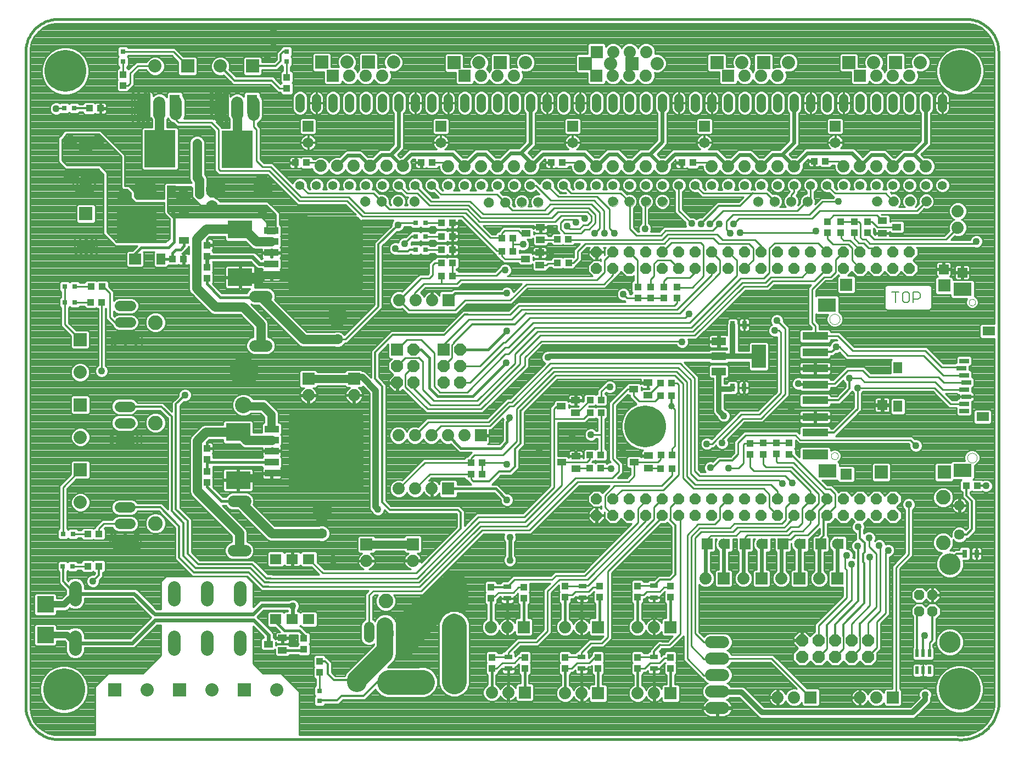
<source format=gtl>
G75*
%MOIN*%
%OFA0B0*%
%FSLAX24Y24*%
%IPPOS*%
%LPD*%
%AMOC8*
5,1,8,0,0,1.08239X$1,22.5*
%
%ADD10C,0.0100*%
%ADD11C,0.0160*%
%ADD12C,0.0060*%
%ADD13C,0.0560*%
%ADD14C,0.0560*%
%ADD15C,0.0650*%
%ADD16R,0.0650X0.0650*%
%ADD17R,0.0740X0.0740*%
%ADD18C,0.0740*%
%ADD19R,0.0433X0.0394*%
%ADD20R,0.0394X0.0433*%
%ADD21R,0.0800X0.0800*%
%ADD22C,0.0800*%
%ADD23C,0.0640*%
%ADD24R,0.4098X0.4252*%
%ADD25R,0.0850X0.0420*%
%ADD26OC8,0.0630*%
%ADD27C,0.0630*%
%ADD28C,0.1000*%
%ADD29OC8,0.1000*%
%ADD30R,0.0315X0.0315*%
%ADD31C,0.0710*%
%ADD32C,0.0780*%
%ADD33R,0.0701X0.0598*%
%ADD34R,0.0551X0.0394*%
%ADD35R,0.1000X0.1000*%
%ADD36OC8,0.0660*%
%ADD37R,0.1496X0.1102*%
%ADD38OC8,0.0614*%
%ADD39C,0.1306*%
%ADD40R,0.0217X0.0472*%
%ADD41R,0.0315X0.0472*%
%ADD42R,0.0880X0.0480*%
%ADD43R,0.0866X0.1417*%
%ADD44R,0.0748X0.0748*%
%ADD45R,0.0709X0.0669*%
%ADD46R,0.1575X0.0600*%
%ADD47R,0.1575X0.0472*%
%ADD48C,0.0000*%
%ADD49R,0.1102X0.0787*%
%ADD50R,0.0591X0.0591*%
%ADD51R,0.0551X0.0630*%
%ADD52R,0.0472X0.0315*%
%ADD53OC8,0.0740*%
%ADD54C,0.0886*%
%ADD55C,0.0634*%
%ADD56C,0.0740*%
%ADD57R,0.0748X0.0551*%
%ADD58R,0.0551X0.0709*%
%ADD59R,0.0591X0.0276*%
%ADD60R,0.0630X0.1181*%
%ADD61R,0.1900X0.2250*%
%ADD62R,0.2441X0.2126*%
%ADD63R,0.0630X0.0394*%
%ADD64R,0.0520X0.0661*%
%ADD65R,0.0728X0.0661*%
%ADD66OC8,0.0700*%
%ADD67C,0.0700*%
%ADD68C,0.0590*%
%ADD69OC8,0.0850*%
%ADD70C,0.1005*%
%ADD71C,0.0436*%
%ADD72C,0.0500*%
%ADD73C,0.0660*%
%ADD74C,0.0110*%
%ADD75C,0.0400*%
%ADD76C,0.0120*%
%ADD77C,0.0320*%
%ADD78C,0.0240*%
%ADD79C,0.0827*%
%ADD80C,0.1200*%
%ADD81C,0.1000*%
%ADD82C,0.1500*%
%ADD83C,0.2540*%
%ADD84C,0.0397*%
D10*
X056964Y058456D02*
X057464Y058956D01*
X057464Y059711D01*
X058464Y059696D02*
X058464Y058956D01*
X057964Y058456D01*
X059461Y058953D02*
X059464Y058956D01*
X059464Y059713D01*
X063691Y059296D02*
X063691Y058659D01*
X063691Y059296D02*
X063871Y059476D01*
X067882Y069038D02*
X067882Y069156D01*
X034691Y076593D02*
X034191Y076092D01*
X034691Y076593D02*
X034691Y077391D01*
X034842Y077540D01*
X034847Y077540D01*
X032689Y076602D02*
X031883Y076602D01*
X031381Y076102D01*
X031881Y075602D02*
X031881Y074834D01*
D11*
X010741Y053439D02*
X065309Y053438D01*
X065401Y053428D01*
X065494Y053422D01*
X065587Y053420D01*
X065680Y053422D01*
X065773Y053427D01*
X065866Y053436D01*
X065958Y053449D01*
X066050Y053465D01*
X066141Y053486D01*
X066231Y053509D01*
X066320Y053537D01*
X066407Y053568D01*
X066494Y053602D01*
X066579Y053640D01*
X066662Y053682D01*
X066744Y053726D01*
X066824Y053774D01*
X066901Y053825D01*
X066977Y053880D01*
X067050Y053937D01*
X067122Y053997D01*
X067190Y054060D01*
X067256Y054125D01*
X067319Y054194D01*
X067380Y054264D01*
X067438Y054337D01*
X067492Y054413D01*
X067544Y054490D01*
X067592Y054570D01*
X067637Y054651D01*
X067679Y054734D01*
X067717Y054819D01*
X067752Y054905D01*
X067784Y054993D01*
X067812Y055082D01*
X067836Y055172D01*
X067857Y055262D01*
X067874Y055354D01*
X067887Y055446D01*
X067887Y095210D01*
X067885Y095296D01*
X067880Y095382D01*
X067870Y095467D01*
X067857Y095552D01*
X067840Y095636D01*
X067820Y095720D01*
X067796Y095802D01*
X067768Y095883D01*
X067737Y095964D01*
X067703Y096042D01*
X067665Y096119D01*
X067623Y096195D01*
X067579Y096268D01*
X067531Y096339D01*
X067480Y096409D01*
X067426Y096476D01*
X067370Y096540D01*
X067310Y096602D01*
X067248Y096662D01*
X067184Y096718D01*
X067117Y096772D01*
X067047Y096823D01*
X066976Y096871D01*
X066903Y096915D01*
X066827Y096957D01*
X066750Y096995D01*
X066672Y097029D01*
X066591Y097060D01*
X066510Y097088D01*
X066428Y097112D01*
X066344Y097132D01*
X066260Y097149D01*
X066175Y097162D01*
X066090Y097172D01*
X066004Y097177D01*
X065918Y097179D01*
X065918Y097178D02*
X010800Y097178D01*
X010800Y097179D02*
X010714Y097177D01*
X010628Y097172D01*
X010543Y097162D01*
X010458Y097149D01*
X010374Y097132D01*
X010290Y097112D01*
X010208Y097088D01*
X010127Y097060D01*
X010046Y097029D01*
X009968Y096995D01*
X009891Y096957D01*
X009816Y096915D01*
X009742Y096871D01*
X009671Y096823D01*
X009601Y096772D01*
X009534Y096718D01*
X009470Y096662D01*
X009408Y096602D01*
X009348Y096540D01*
X009292Y096476D01*
X009238Y096409D01*
X009187Y096339D01*
X009139Y096268D01*
X009095Y096195D01*
X009053Y096119D01*
X009015Y096042D01*
X008981Y095964D01*
X008950Y095883D01*
X008922Y095802D01*
X008898Y095720D01*
X008878Y095636D01*
X008861Y095552D01*
X008848Y095467D01*
X008838Y095382D01*
X008833Y095296D01*
X008831Y095210D01*
X008832Y055496D01*
X008831Y055496D02*
X008830Y055410D01*
X008832Y055323D01*
X008839Y055237D01*
X008849Y055151D01*
X008862Y055065D01*
X008880Y054980D01*
X008901Y054896D01*
X008926Y054813D01*
X008954Y054732D01*
X008986Y054651D01*
X009021Y054572D01*
X009060Y054495D01*
X009102Y054419D01*
X009147Y054345D01*
X009196Y054273D01*
X009248Y054204D01*
X009302Y054137D01*
X009360Y054072D01*
X009420Y054010D01*
X009483Y053950D01*
X009548Y053894D01*
X009616Y053840D01*
X009686Y053789D01*
X009759Y053741D01*
X009833Y053697D01*
X009909Y053656D01*
X009987Y053618D01*
X010067Y053583D01*
X010148Y053553D01*
X010230Y053525D01*
X010313Y053502D01*
X010397Y053481D01*
X010482Y053465D01*
X010568Y053452D01*
X010654Y053444D01*
X010741Y053438D01*
X020698Y067908D02*
X021799Y067908D01*
X020698Y067908D02*
X019841Y068764D01*
X019841Y069040D01*
X019841Y069709D02*
X019841Y070440D01*
X019908Y070273D01*
X023767Y070273D01*
X026341Y067664D02*
X026341Y067014D01*
X026531Y066824D01*
X027031Y066824D01*
X027291Y067084D01*
X027291Y067594D01*
X027021Y067864D01*
X026541Y067864D01*
X026341Y067664D01*
X026341Y067634D02*
X027252Y067634D01*
X027291Y067476D02*
X026341Y067476D01*
X026341Y067317D02*
X027291Y067317D01*
X027291Y067159D02*
X026341Y067159D01*
X026356Y067000D02*
X027207Y067000D01*
X027049Y066842D02*
X026514Y066842D01*
X026470Y067793D02*
X027093Y067793D01*
X022411Y074984D02*
X021731Y074984D01*
X021301Y075414D01*
X021301Y076134D01*
X021651Y076484D01*
X022451Y076484D01*
X022851Y076084D01*
X022851Y075424D01*
X022411Y074984D01*
X022411Y074994D02*
X021731Y074994D01*
X021301Y075424D01*
X021301Y076144D01*
X021651Y076494D01*
X022451Y076494D01*
X022851Y076094D01*
X022851Y075434D01*
X022411Y074994D01*
X022501Y075084D02*
X021642Y075084D01*
X021632Y075084D02*
X022511Y075084D01*
X022659Y075242D02*
X021484Y075242D01*
X021474Y075242D02*
X022669Y075242D01*
X022818Y075401D02*
X021325Y075401D01*
X021315Y075401D02*
X022828Y075401D01*
X022851Y075559D02*
X021301Y075559D01*
X022851Y075559D01*
X022851Y075718D02*
X021301Y075718D01*
X022851Y075718D01*
X022851Y075876D02*
X021301Y075876D01*
X022851Y075876D01*
X022851Y076035D02*
X021301Y076035D01*
X022851Y076035D01*
X022753Y076193D02*
X021350Y076193D01*
X021360Y076193D02*
X022743Y076193D01*
X022594Y076352D02*
X021509Y076352D01*
X021519Y076352D02*
X022584Y076352D01*
X023039Y080288D02*
X020642Y080288D01*
X019834Y081097D01*
X019834Y081449D01*
X018226Y083189D02*
X018431Y083394D01*
X018431Y083752D01*
X018226Y083189D02*
X017951Y083189D01*
X017751Y082989D01*
X017751Y082604D01*
X017747Y082599D01*
X017742Y082604D01*
X017041Y082604D01*
X017491Y083304D02*
X017831Y083644D01*
X017831Y085259D01*
X017829Y085280D01*
X017824Y085300D01*
X017815Y085319D01*
X017803Y085336D01*
X017788Y085351D01*
X017771Y085363D01*
X017752Y085372D01*
X017732Y085377D01*
X017711Y085379D01*
X017996Y085664D01*
X018414Y085664D01*
X018431Y085547D01*
X019861Y086624D02*
X019861Y087334D01*
X020001Y087474D01*
X020541Y087474D01*
X020811Y087204D01*
X020811Y086694D01*
X020551Y086434D01*
X020051Y086434D01*
X019861Y086624D01*
X019871Y086634D02*
X019871Y087344D01*
X020071Y087484D01*
X020551Y087484D01*
X020821Y087214D01*
X020821Y086704D01*
X020561Y086444D01*
X020061Y086444D01*
X019871Y086634D01*
X019871Y086654D02*
X020771Y086654D01*
X019861Y086654D01*
X019861Y086813D02*
X020811Y086813D01*
X020821Y086813D02*
X019871Y086813D01*
X019871Y086971D02*
X020821Y086971D01*
X020811Y086971D02*
X019861Y086971D01*
X019861Y087130D02*
X020811Y087130D01*
X020821Y087130D02*
X019871Y087130D01*
X019871Y087288D02*
X020748Y087288D01*
X020728Y087288D02*
X019861Y087288D01*
X019974Y087447D02*
X020569Y087447D01*
X020589Y087447D02*
X020018Y087447D01*
X020010Y086496D02*
X020613Y086496D01*
X019990Y086496D01*
X022741Y086684D02*
X022741Y087394D01*
X022881Y087534D01*
X023421Y087534D01*
X023691Y087264D01*
X023691Y086754D01*
X023431Y086494D01*
X022931Y086494D01*
X022741Y086684D01*
X022772Y086654D02*
X023591Y086654D01*
X023691Y086813D02*
X022741Y086813D01*
X022741Y086971D02*
X023691Y086971D01*
X023691Y087130D02*
X022741Y087130D01*
X022741Y087288D02*
X023668Y087288D01*
X023509Y087447D02*
X022794Y087447D01*
X022930Y086496D02*
X023433Y086496D01*
X023091Y080340D02*
X023039Y080288D01*
X027291Y079454D02*
X027291Y078804D01*
X027481Y078614D01*
X027981Y078614D01*
X028241Y078874D01*
X028241Y079384D01*
X027971Y079654D01*
X027491Y079654D01*
X027291Y079454D01*
X027291Y079363D02*
X028241Y079363D01*
X028241Y079205D02*
X027291Y079205D01*
X027291Y079046D02*
X028241Y079046D01*
X028241Y078888D02*
X027291Y078888D01*
X027367Y078729D02*
X028096Y078729D01*
X028104Y079522D02*
X027359Y079522D01*
X032381Y077102D02*
X032844Y077102D01*
X033321Y076624D01*
X033321Y074774D01*
X033821Y074274D01*
X035957Y074274D01*
X037989Y076306D01*
X036889Y077092D02*
X038031Y078234D01*
X036889Y077092D02*
X035191Y077092D01*
X034493Y080115D02*
X034912Y080534D01*
X038031Y080534D01*
X038201Y072974D02*
X038201Y072884D01*
X038041Y072724D01*
X038041Y071504D01*
X037661Y071124D01*
X035236Y071124D01*
X034459Y071902D01*
X034481Y068663D02*
X037363Y068663D01*
X038051Y067974D01*
X038040Y067963D01*
X037070Y062101D02*
X037070Y062016D01*
X037070Y060251D01*
X038070Y060251D02*
X038070Y061996D01*
X039070Y062016D02*
X039070Y060251D01*
X041570Y060251D02*
X041570Y062066D01*
X041570Y062201D01*
X042570Y061996D02*
X042570Y060251D01*
X043570Y060251D02*
X043670Y060351D01*
X043670Y062066D01*
X042620Y062046D02*
X042570Y061996D01*
X045970Y062076D02*
X045970Y060251D01*
X045970Y062076D02*
X045970Y062211D01*
X047970Y062076D02*
X047970Y060251D01*
X047980Y057746D02*
X047980Y056231D01*
X046980Y056231D02*
X046980Y057726D01*
X045980Y057746D02*
X045980Y056231D01*
X043580Y056231D02*
X043580Y057746D01*
X042580Y057726D02*
X042580Y056231D01*
X041580Y056231D02*
X041580Y057746D01*
X039130Y057746D02*
X039130Y056281D01*
X038130Y056281D02*
X038130Y057726D01*
X037175Y057726D02*
X037130Y057746D01*
X037130Y056281D01*
X025719Y058895D02*
X025670Y058846D01*
X024419Y058846D01*
X024541Y060044D02*
X024041Y060544D01*
X024041Y060708D01*
X024019Y060730D01*
X024541Y060044D02*
X025441Y060044D01*
X025719Y059767D01*
X025719Y059564D01*
X017491Y083304D02*
X015846Y083304D01*
X015446Y082904D01*
X015470Y082604D01*
X015611Y086324D02*
X015481Y086454D01*
X015481Y087074D01*
X015621Y087214D01*
X016531Y087214D01*
X016661Y087084D01*
X016661Y086404D01*
X016581Y086324D01*
X015611Y086324D01*
X015599Y086337D02*
X016594Y086337D01*
X016661Y086496D02*
X015481Y086496D01*
X015481Y086654D02*
X016661Y086654D01*
X016661Y086813D02*
X015481Y086813D01*
X015481Y086971D02*
X016661Y086971D01*
X016616Y087130D02*
X015537Y087130D01*
X050201Y065308D02*
X050203Y065308D01*
X051203Y065308D02*
X051304Y065308D01*
X052501Y065308D02*
X052503Y065308D01*
X053503Y065308D02*
X053604Y065308D01*
X054801Y065308D02*
X054803Y065308D01*
X055803Y065308D02*
X055904Y065308D01*
X057101Y065308D02*
X057103Y065308D01*
X058103Y065308D02*
X058204Y065308D01*
X056746Y074992D02*
X055780Y074992D01*
X055738Y075034D01*
D12*
X061624Y079960D02*
X061624Y080601D01*
X061837Y080601D02*
X061410Y080601D01*
X062055Y080494D02*
X062055Y080067D01*
X062161Y079960D01*
X062375Y079960D01*
X062482Y080067D01*
X062482Y080494D01*
X062375Y080601D01*
X062161Y080601D01*
X062055Y080494D01*
X062699Y080601D02*
X063019Y080601D01*
X063126Y080494D01*
X063126Y080280D01*
X063019Y080174D01*
X062699Y080174D01*
X062699Y079960D02*
X062699Y080601D01*
D13*
X062480Y087091D03*
X061480Y087091D03*
X060480Y087091D03*
X059480Y087091D03*
X058480Y087091D03*
X057480Y087091D03*
X056480Y087091D03*
X055480Y087091D03*
X054480Y087091D03*
X053480Y087091D03*
X052480Y087091D03*
X051480Y087091D03*
X050480Y087091D03*
X049480Y087091D03*
X048480Y087091D03*
X047480Y087091D03*
X046480Y087091D03*
X045480Y087091D03*
X044480Y087091D03*
X043480Y087091D03*
X042480Y087091D03*
X041480Y087091D03*
X040480Y087091D03*
X039480Y087091D03*
X038480Y087091D03*
X037480Y087091D03*
X036480Y087091D03*
X035480Y087091D03*
X034480Y087091D03*
X033480Y087091D03*
X032480Y087091D03*
X031480Y087091D03*
X030480Y087091D03*
X029480Y087091D03*
X028480Y087091D03*
X027480Y087091D03*
X026480Y087091D03*
X025480Y087091D03*
X063480Y087091D03*
X064480Y087091D03*
D14*
X064480Y091811D02*
X064480Y092371D01*
X063480Y092371D02*
X063480Y091811D01*
X062480Y091811D02*
X062480Y092371D01*
X061480Y092371D02*
X061480Y091811D01*
X060480Y091811D02*
X060480Y092371D01*
X059480Y092371D02*
X059480Y091811D01*
X058480Y091811D02*
X058480Y092371D01*
X057480Y092371D02*
X057480Y091811D01*
X056480Y091811D02*
X056480Y092371D01*
X055480Y092371D02*
X055480Y091811D01*
X054480Y091811D02*
X054480Y092371D01*
X053480Y092371D02*
X053480Y091811D01*
X052480Y091811D02*
X052480Y092371D01*
X051480Y092371D02*
X051480Y091811D01*
X050480Y091811D02*
X050480Y092371D01*
X049480Y092371D02*
X049480Y091811D01*
X048480Y091811D02*
X048480Y092371D01*
X047480Y092371D02*
X047480Y091811D01*
X046480Y091811D02*
X046480Y092371D01*
X045480Y092371D02*
X045480Y091811D01*
X044480Y091811D02*
X044480Y092371D01*
X043480Y092371D02*
X043480Y091811D01*
X042480Y091811D02*
X042480Y092371D01*
X041480Y092371D02*
X041480Y091811D01*
X040480Y091811D02*
X040480Y092371D01*
X039480Y092371D02*
X039480Y091811D01*
X038480Y091811D02*
X038480Y092371D01*
X037480Y092371D02*
X037480Y091811D01*
X036480Y091811D02*
X036480Y092371D01*
X035480Y092371D02*
X035480Y091811D01*
X034480Y091811D02*
X034480Y092371D01*
X033480Y092371D02*
X033480Y091811D01*
X032480Y091811D02*
X032480Y092371D01*
X031480Y092371D02*
X031480Y091811D01*
X030480Y091811D02*
X030480Y092371D01*
X029480Y092371D02*
X029480Y091811D01*
X028480Y091811D02*
X028480Y092371D01*
X027480Y092371D02*
X027480Y091811D01*
X026480Y091811D02*
X026480Y092371D01*
X025480Y092371D02*
X025480Y091811D01*
X021671Y091754D02*
X021671Y089873D01*
X021741Y089804D01*
X021681Y089744D01*
X021681Y089299D01*
X021671Y089289D01*
X019231Y089644D02*
X019231Y087554D01*
X019381Y087404D01*
X019381Y087004D01*
X019381Y086534D01*
X019791Y084444D02*
X021817Y084444D01*
X021849Y084412D01*
X021743Y084321D01*
X022200Y084306D01*
X022841Y083665D01*
X023741Y083665D01*
X023091Y080340D02*
X025704Y077727D01*
X027753Y077727D01*
X023097Y077346D02*
X023097Y078639D01*
X022041Y079694D01*
X020341Y079694D01*
X019191Y080844D01*
X019191Y083844D01*
X019791Y084444D01*
X016981Y089299D02*
X016944Y089336D01*
X016951Y089344D01*
X016951Y091754D01*
X019764Y072097D02*
X019241Y071574D01*
X019241Y068534D01*
X021799Y065977D01*
X021799Y064908D01*
X023764Y065943D02*
X026809Y065943D01*
X023764Y065943D02*
X021799Y067908D01*
X022206Y071613D02*
X021722Y072097D01*
X019764Y072097D01*
X022206Y071613D02*
X023767Y071613D01*
D15*
X025980Y089691D03*
X034030Y089691D03*
X042030Y089691D03*
X050030Y089691D03*
X057980Y089691D03*
X058103Y065308D03*
X055803Y065308D03*
X053503Y065308D03*
X051203Y065308D03*
D16*
X050203Y065308D03*
X052503Y065308D03*
X054803Y065308D03*
X057103Y065308D03*
X057980Y090691D03*
X050030Y090691D03*
X042030Y090691D03*
X034030Y090691D03*
X025980Y090691D03*
D17*
X027480Y093741D03*
X035480Y093741D03*
X043480Y093741D03*
X043493Y095191D03*
X051480Y093741D03*
X059480Y093741D03*
X036459Y071902D03*
X034481Y068663D03*
X032331Y065287D03*
X029508Y065275D03*
X028763Y075337D03*
X025997Y075327D03*
X031381Y077102D03*
X034191Y077092D03*
X034493Y080115D03*
X039070Y060251D03*
X039130Y056281D03*
X043580Y056231D03*
X043570Y060251D03*
X047970Y060251D03*
X047980Y056231D03*
X051203Y063208D03*
X053503Y063208D03*
X055803Y063208D03*
X058103Y063208D03*
X056479Y055983D03*
X061469Y055973D03*
D18*
X060469Y055973D03*
X059469Y055973D03*
X055479Y055983D03*
X054479Y055983D03*
X054703Y063208D03*
X057003Y063208D03*
X052403Y063208D03*
X050103Y063208D03*
X046970Y060251D03*
X045970Y060251D03*
X042570Y060251D03*
X041570Y060251D03*
X038070Y060251D03*
X037070Y060251D03*
X037130Y056281D03*
X038130Y056281D03*
X041580Y056231D03*
X042580Y056231D03*
X045980Y056231D03*
X046980Y056231D03*
X033481Y068663D03*
X032481Y068663D03*
X031481Y068663D03*
X031459Y071902D03*
X032459Y071902D03*
X033459Y071902D03*
X034459Y071902D03*
X035459Y071902D03*
X028763Y074337D03*
X025997Y074327D03*
X031493Y080115D03*
X032493Y080115D03*
X033493Y080115D03*
X034480Y088241D03*
X035480Y088241D03*
X036480Y088241D03*
X037480Y088241D03*
X038480Y088241D03*
X039480Y088241D03*
X042480Y088241D03*
X043480Y088241D03*
X044480Y088241D03*
X045480Y088241D03*
X046480Y088241D03*
X047480Y088241D03*
X050480Y088241D03*
X051480Y088241D03*
X052480Y088241D03*
X053480Y088241D03*
X054480Y088241D03*
X055480Y088241D03*
X058480Y088241D03*
X059480Y088241D03*
X060480Y088241D03*
X061480Y088241D03*
X062480Y088241D03*
X063480Y088241D03*
X065415Y085518D03*
X065415Y084518D03*
X062480Y093741D03*
X061480Y093741D03*
X060480Y093741D03*
X054480Y093741D03*
X053480Y093741D03*
X052480Y093741D03*
X046480Y093741D03*
X045480Y093741D03*
X044480Y093741D03*
X044493Y095191D03*
X045493Y095191D03*
X046493Y095191D03*
X038480Y093741D03*
X037480Y093741D03*
X036480Y093741D03*
X031740Y088261D03*
X030740Y088261D03*
X029740Y088261D03*
X028740Y088261D03*
X027740Y088261D03*
X026740Y088261D03*
X028480Y093741D03*
X029480Y093741D03*
X030480Y093741D03*
X029508Y064275D03*
X032331Y064287D03*
D19*
X035869Y069534D03*
X036539Y069534D03*
X036539Y070234D03*
X035869Y070234D03*
X043081Y069892D03*
X043751Y069892D03*
X043748Y070703D03*
X043079Y070703D03*
X043087Y073268D03*
X043756Y073268D03*
X043755Y074053D03*
X043086Y074053D03*
X047368Y074296D03*
X048038Y074296D03*
X048040Y075086D03*
X047371Y075086D03*
X047388Y070692D03*
X048058Y070692D03*
X048054Y069882D03*
X047385Y069882D03*
X041786Y082374D03*
X041117Y082374D03*
X041113Y083801D03*
X041782Y083801D03*
X038414Y083890D03*
X037745Y083890D03*
X037748Y083082D03*
X038417Y083082D03*
X034736Y083177D03*
X034067Y083177D03*
X034069Y082381D03*
X034738Y082381D03*
X034738Y081578D03*
X034069Y081578D03*
X034067Y083987D03*
X034736Y083987D03*
X034736Y084797D03*
X034067Y084797D03*
X033515Y088471D03*
X032846Y088471D03*
X025885Y088461D03*
X025216Y088461D03*
X018416Y082599D03*
X017747Y082599D03*
X013465Y080935D03*
X012795Y080935D03*
X012783Y079976D03*
X013452Y079976D03*
X013364Y091761D03*
X012694Y091761D03*
X012600Y065905D03*
X013270Y065905D03*
X013264Y063954D03*
X012595Y063954D03*
X040736Y088471D03*
X041405Y088471D03*
X048656Y088461D03*
X049325Y088461D03*
X056706Y088551D03*
X057375Y088551D03*
X065921Y068847D03*
X066591Y068847D03*
D20*
X055185Y070758D03*
X055185Y071428D03*
X054393Y071429D03*
X054393Y070760D03*
X053601Y070758D03*
X053601Y071428D03*
X052810Y071425D03*
X052810Y070756D03*
X047970Y062745D03*
X047970Y062076D03*
X045970Y062076D03*
X045970Y062745D03*
X043670Y062735D03*
X043670Y062066D03*
X041570Y062066D03*
X041570Y062735D03*
X039070Y062685D03*
X039070Y062016D03*
X037070Y062016D03*
X037070Y062685D03*
X037130Y058415D03*
X037130Y057746D03*
X039130Y057746D03*
X039130Y058415D03*
X041580Y058415D03*
X041580Y057746D03*
X043580Y057746D03*
X043580Y058415D03*
X045980Y058415D03*
X045980Y057746D03*
X047980Y057746D03*
X047980Y058415D03*
X048384Y080229D03*
X048384Y080898D03*
X047583Y080901D03*
X047583Y080231D03*
X046783Y080231D03*
X046783Y080901D03*
X045987Y080906D03*
X045987Y080236D03*
X057494Y084216D03*
X057494Y084886D03*
X058304Y084884D03*
X058304Y084214D03*
X059122Y084211D03*
X059122Y084881D03*
X059934Y084881D03*
X059934Y084212D03*
X026667Y058169D03*
X026667Y057500D03*
X025719Y058895D03*
X025719Y059564D03*
X019841Y069040D03*
X019841Y069709D03*
X019841Y070440D03*
X019841Y071109D03*
X019834Y081449D03*
X019834Y082119D03*
X019834Y082788D03*
X019834Y083457D03*
X024681Y092980D03*
X024681Y093650D03*
X014725Y093820D03*
X014725Y093151D03*
D21*
X018654Y094330D03*
X022609Y094328D03*
X026810Y094561D03*
X029640Y094561D03*
X034830Y094531D03*
X037650Y094541D03*
X042810Y094491D03*
X045640Y094491D03*
X050790Y094541D03*
X053620Y094541D03*
X058800Y094541D03*
X061630Y094551D03*
X060768Y069666D03*
X064587Y069666D03*
X032898Y056909D03*
X028930Y056897D03*
X022100Y056426D03*
X018158Y056426D03*
X014242Y056426D03*
X012146Y069801D03*
X012146Y073753D03*
X012136Y077701D03*
X012479Y085359D03*
X012479Y089319D03*
D22*
X012479Y087350D03*
X012479Y083391D03*
X012136Y075733D03*
X012146Y071784D03*
X012146Y067833D03*
X016211Y056426D03*
X020127Y056426D03*
X024068Y056426D03*
X030899Y056897D03*
X034866Y056909D03*
X036348Y094531D03*
X039168Y094541D03*
X044328Y094491D03*
X047158Y094491D03*
X052308Y094541D03*
X055138Y094541D03*
X060318Y094541D03*
X063148Y094551D03*
X031158Y094561D03*
X028328Y094561D03*
X020641Y094328D03*
X016685Y094330D03*
D23*
X015192Y079763D02*
X014552Y079763D01*
X014552Y078763D02*
X015192Y078763D01*
X015192Y077763D02*
X014552Y077763D01*
X014523Y073646D02*
X015163Y073646D01*
X015163Y072646D02*
X014523Y072646D01*
X014523Y071646D02*
X015163Y071646D01*
X015174Y067530D02*
X014534Y067530D01*
X014534Y066530D02*
X015174Y066530D01*
X015174Y065530D02*
X014534Y065530D01*
X029672Y060278D02*
X029672Y059638D01*
X030672Y059638D02*
X030672Y060278D01*
X031672Y060278D02*
X031672Y059638D01*
D24*
X027047Y070943D03*
X027021Y082995D03*
D25*
X023741Y082995D03*
X023741Y082325D03*
X023741Y081655D03*
X023741Y083665D03*
X023741Y084335D03*
X023767Y072283D03*
X023767Y071613D03*
X023767Y070943D03*
X023767Y070273D03*
X023767Y069603D03*
D26*
X026809Y067343D03*
X027753Y079127D03*
X023211Y087014D03*
D27*
X023211Y085614D03*
X027753Y077727D03*
X026809Y065943D03*
D28*
X022051Y073744D03*
D29*
X022051Y075744D03*
D30*
X011799Y079976D03*
X011208Y079976D03*
X011206Y080938D03*
X011797Y080938D03*
X011770Y091771D03*
X011179Y091771D03*
X014735Y094608D03*
X014735Y095199D03*
X024678Y095209D03*
X024678Y094619D03*
X032506Y084797D03*
X033097Y084797D03*
X033087Y083987D03*
X032496Y083987D03*
X032496Y083177D03*
X033087Y083177D03*
X011689Y065903D03*
X011098Y065903D03*
X011085Y063944D03*
X011676Y063944D03*
X026679Y056381D03*
X026679Y055791D03*
D31*
X022154Y064908D02*
X021444Y064908D01*
X021444Y067908D02*
X022154Y067908D01*
X022742Y077346D02*
X023452Y077346D01*
X023452Y080346D02*
X022742Y080346D01*
D32*
X021837Y062681D02*
X021837Y061901D01*
X019837Y061901D02*
X019837Y062681D01*
X017837Y062681D02*
X017837Y061901D01*
X017837Y059681D02*
X017837Y058901D01*
X019837Y058901D02*
X019837Y059681D01*
X021837Y059681D02*
X021837Y058901D01*
X011837Y058901D02*
X011837Y059681D01*
X011837Y061901D02*
X011837Y062681D01*
D33*
X024019Y064388D03*
X025019Y064388D03*
X026019Y064388D03*
X026019Y060730D03*
X025019Y060730D03*
X024019Y060730D03*
D34*
X024419Y059594D03*
X024419Y058846D03*
X023553Y059220D03*
X041358Y070262D03*
X042224Y070636D03*
X042224Y069888D03*
X042214Y073285D03*
X042214Y074033D03*
X041348Y073659D03*
X045740Y074718D03*
X046606Y074344D03*
X046606Y075092D03*
X046636Y070659D03*
X046636Y069910D03*
X045770Y070284D03*
X040044Y082250D03*
X040044Y082998D03*
X040084Y083790D03*
X040084Y084538D03*
X039218Y084164D03*
X039178Y082624D03*
X060840Y084181D03*
X060840Y084930D03*
X061706Y084556D03*
D35*
X010021Y061628D03*
X010021Y059778D03*
D36*
X043484Y067043D03*
X043484Y068043D03*
X044484Y068043D03*
X045484Y068043D03*
X046484Y068043D03*
X047484Y068043D03*
X047484Y067043D03*
X046484Y067043D03*
X045484Y067043D03*
X044484Y067043D03*
X048484Y067043D03*
X048484Y068043D03*
X049484Y068043D03*
X050484Y068043D03*
X051484Y068043D03*
X052484Y068043D03*
X053484Y068043D03*
X053484Y067043D03*
X052484Y067043D03*
X051484Y067043D03*
X050484Y067043D03*
X049484Y067043D03*
X054484Y067043D03*
X054484Y068043D03*
X055484Y068043D03*
X056484Y068043D03*
X057484Y068043D03*
X058484Y068043D03*
X059484Y068043D03*
X059484Y067043D03*
X058484Y067043D03*
X057484Y067043D03*
X056484Y067043D03*
X055484Y067043D03*
X060484Y067043D03*
X060484Y068043D03*
X061484Y068043D03*
X061484Y067043D03*
X061484Y082043D03*
X061484Y083043D03*
X060484Y083043D03*
X060484Y082043D03*
X059484Y082043D03*
X059484Y083043D03*
X058484Y083043D03*
X057484Y083043D03*
X056484Y083043D03*
X055484Y083043D03*
X054484Y083043D03*
X054484Y082043D03*
X055484Y082043D03*
X056484Y082043D03*
X057484Y082043D03*
X058484Y082043D03*
X062484Y082043D03*
X062484Y083043D03*
X053484Y083043D03*
X052484Y083043D03*
X051484Y083043D03*
X050484Y083043D03*
X049484Y083043D03*
X048484Y083043D03*
X048484Y082043D03*
X049484Y082043D03*
X050484Y082043D03*
X051484Y082043D03*
X052484Y082043D03*
X053484Y082043D03*
X047484Y082043D03*
X047484Y083043D03*
X046484Y083043D03*
X045484Y083043D03*
X044484Y083043D03*
X043484Y083043D03*
X043484Y082043D03*
X044484Y082043D03*
X045484Y082043D03*
X046484Y082043D03*
D37*
X021849Y081499D03*
X021849Y084412D03*
X021722Y072097D03*
X021722Y069184D03*
D38*
X063083Y062207D03*
X063871Y062207D03*
X063871Y061223D03*
X063083Y061223D03*
D39*
X064938Y059345D03*
X064938Y064085D03*
D40*
X063691Y058659D03*
X063317Y058659D03*
X062943Y058659D03*
X062943Y057635D03*
X063317Y057635D03*
X063691Y057635D03*
D41*
X065845Y064716D03*
X066553Y064716D03*
X052430Y074801D03*
X051721Y074801D03*
X051752Y078611D03*
X052461Y078611D03*
D42*
X050904Y077602D03*
X050904Y076692D03*
X050904Y075782D03*
D43*
X053344Y076692D03*
D44*
X058646Y081044D03*
X064591Y081005D03*
D45*
X058646Y069548D03*
D46*
X056757Y070736D03*
D47*
X056757Y072068D03*
X056757Y073013D03*
X056757Y074036D03*
X056757Y074981D03*
X056757Y075966D03*
X056757Y076950D03*
X056757Y077934D03*
D48*
X057624Y078957D02*
X057626Y078992D01*
X057632Y079027D01*
X057642Y079061D01*
X057655Y079094D01*
X057672Y079125D01*
X057693Y079153D01*
X057716Y079180D01*
X057743Y079203D01*
X057771Y079224D01*
X057802Y079241D01*
X057835Y079254D01*
X057869Y079264D01*
X057904Y079270D01*
X057939Y079272D01*
X057974Y079270D01*
X058009Y079264D01*
X058043Y079254D01*
X058076Y079241D01*
X058107Y079224D01*
X058135Y079203D01*
X058162Y079180D01*
X058185Y079153D01*
X058206Y079125D01*
X058223Y079094D01*
X058236Y079061D01*
X058246Y079027D01*
X058252Y078992D01*
X058254Y078957D01*
X058252Y078922D01*
X058246Y078887D01*
X058236Y078853D01*
X058223Y078820D01*
X058206Y078789D01*
X058185Y078761D01*
X058162Y078734D01*
X058135Y078711D01*
X058107Y078690D01*
X058076Y078673D01*
X058043Y078660D01*
X058009Y078650D01*
X057974Y078644D01*
X057939Y078642D01*
X057904Y078644D01*
X057869Y078650D01*
X057835Y078660D01*
X057802Y078673D01*
X057771Y078690D01*
X057743Y078711D01*
X057716Y078734D01*
X057693Y078761D01*
X057672Y078789D01*
X057655Y078820D01*
X057642Y078853D01*
X057632Y078887D01*
X057626Y078922D01*
X057624Y078957D01*
X056001Y086104D02*
X056003Y086138D01*
X056009Y086171D01*
X056018Y086203D01*
X056032Y086234D01*
X056049Y086263D01*
X056069Y086290D01*
X056092Y086315D01*
X056118Y086337D01*
X056146Y086355D01*
X056176Y086370D01*
X056208Y086382D01*
X056241Y086390D01*
X056274Y086394D01*
X056308Y086394D01*
X056341Y086390D01*
X056374Y086382D01*
X056406Y086370D01*
X056436Y086355D01*
X056464Y086337D01*
X056490Y086315D01*
X056513Y086290D01*
X056533Y086263D01*
X056550Y086234D01*
X056564Y086203D01*
X056573Y086171D01*
X056579Y086138D01*
X056581Y086104D01*
X056579Y086070D01*
X056573Y086037D01*
X056564Y086005D01*
X056550Y085974D01*
X056533Y085945D01*
X056513Y085918D01*
X056490Y085893D01*
X056464Y085871D01*
X056436Y085853D01*
X056406Y085838D01*
X056374Y085826D01*
X056341Y085818D01*
X056308Y085814D01*
X056274Y085814D01*
X056241Y085818D01*
X056208Y085826D01*
X056176Y085838D01*
X056146Y085853D01*
X056118Y085871D01*
X056092Y085893D01*
X056069Y085918D01*
X056049Y085945D01*
X056032Y085974D01*
X056018Y086005D01*
X056009Y086037D01*
X056003Y086070D01*
X056001Y086104D01*
X055001Y086104D02*
X055003Y086138D01*
X055009Y086171D01*
X055018Y086203D01*
X055032Y086234D01*
X055049Y086263D01*
X055069Y086290D01*
X055092Y086315D01*
X055118Y086337D01*
X055146Y086355D01*
X055176Y086370D01*
X055208Y086382D01*
X055241Y086390D01*
X055274Y086394D01*
X055308Y086394D01*
X055341Y086390D01*
X055374Y086382D01*
X055406Y086370D01*
X055436Y086355D01*
X055464Y086337D01*
X055490Y086315D01*
X055513Y086290D01*
X055533Y086263D01*
X055550Y086234D01*
X055564Y086203D01*
X055573Y086171D01*
X055579Y086138D01*
X055581Y086104D01*
X055579Y086070D01*
X055573Y086037D01*
X055564Y086005D01*
X055550Y085974D01*
X055533Y085945D01*
X055513Y085918D01*
X055490Y085893D01*
X055464Y085871D01*
X055436Y085853D01*
X055406Y085838D01*
X055374Y085826D01*
X055341Y085818D01*
X055308Y085814D01*
X055274Y085814D01*
X055241Y085818D01*
X055208Y085826D01*
X055176Y085838D01*
X055146Y085853D01*
X055118Y085871D01*
X055092Y085893D01*
X055069Y085918D01*
X055049Y085945D01*
X055032Y085974D01*
X055018Y086005D01*
X055009Y086037D01*
X055003Y086070D01*
X055001Y086104D01*
X054001Y086104D02*
X054003Y086138D01*
X054009Y086171D01*
X054018Y086203D01*
X054032Y086234D01*
X054049Y086263D01*
X054069Y086290D01*
X054092Y086315D01*
X054118Y086337D01*
X054146Y086355D01*
X054176Y086370D01*
X054208Y086382D01*
X054241Y086390D01*
X054274Y086394D01*
X054308Y086394D01*
X054341Y086390D01*
X054374Y086382D01*
X054406Y086370D01*
X054436Y086355D01*
X054464Y086337D01*
X054490Y086315D01*
X054513Y086290D01*
X054533Y086263D01*
X054550Y086234D01*
X054564Y086203D01*
X054573Y086171D01*
X054579Y086138D01*
X054581Y086104D01*
X054579Y086070D01*
X054573Y086037D01*
X054564Y086005D01*
X054550Y085974D01*
X054533Y085945D01*
X054513Y085918D01*
X054490Y085893D01*
X054464Y085871D01*
X054436Y085853D01*
X054406Y085838D01*
X054374Y085826D01*
X054341Y085818D01*
X054308Y085814D01*
X054274Y085814D01*
X054241Y085818D01*
X054208Y085826D01*
X054176Y085838D01*
X054146Y085853D01*
X054118Y085871D01*
X054092Y085893D01*
X054069Y085918D01*
X054049Y085945D01*
X054032Y085974D01*
X054018Y086005D01*
X054009Y086037D01*
X054003Y086070D01*
X054001Y086104D01*
X053001Y086104D02*
X053003Y086138D01*
X053009Y086171D01*
X053018Y086203D01*
X053032Y086234D01*
X053049Y086263D01*
X053069Y086290D01*
X053092Y086315D01*
X053118Y086337D01*
X053146Y086355D01*
X053176Y086370D01*
X053208Y086382D01*
X053241Y086390D01*
X053274Y086394D01*
X053308Y086394D01*
X053341Y086390D01*
X053374Y086382D01*
X053406Y086370D01*
X053436Y086355D01*
X053464Y086337D01*
X053490Y086315D01*
X053513Y086290D01*
X053533Y086263D01*
X053550Y086234D01*
X053564Y086203D01*
X053573Y086171D01*
X053579Y086138D01*
X053581Y086104D01*
X053579Y086070D01*
X053573Y086037D01*
X053564Y086005D01*
X053550Y085974D01*
X053533Y085945D01*
X053513Y085918D01*
X053490Y085893D01*
X053464Y085871D01*
X053436Y085853D01*
X053406Y085838D01*
X053374Y085826D01*
X053341Y085818D01*
X053308Y085814D01*
X053274Y085814D01*
X053241Y085818D01*
X053208Y085826D01*
X053176Y085838D01*
X053146Y085853D01*
X053118Y085871D01*
X053092Y085893D01*
X053069Y085918D01*
X053049Y085945D01*
X053032Y085974D01*
X053018Y086005D01*
X053009Y086037D01*
X053003Y086070D01*
X053001Y086104D01*
X047191Y086094D02*
X047193Y086128D01*
X047199Y086161D01*
X047208Y086193D01*
X047222Y086224D01*
X047239Y086253D01*
X047259Y086280D01*
X047282Y086305D01*
X047308Y086327D01*
X047336Y086345D01*
X047366Y086360D01*
X047398Y086372D01*
X047431Y086380D01*
X047464Y086384D01*
X047498Y086384D01*
X047531Y086380D01*
X047564Y086372D01*
X047596Y086360D01*
X047626Y086345D01*
X047654Y086327D01*
X047680Y086305D01*
X047703Y086280D01*
X047723Y086253D01*
X047740Y086224D01*
X047754Y086193D01*
X047763Y086161D01*
X047769Y086128D01*
X047771Y086094D01*
X047769Y086060D01*
X047763Y086027D01*
X047754Y085995D01*
X047740Y085964D01*
X047723Y085935D01*
X047703Y085908D01*
X047680Y085883D01*
X047654Y085861D01*
X047626Y085843D01*
X047596Y085828D01*
X047564Y085816D01*
X047531Y085808D01*
X047498Y085804D01*
X047464Y085804D01*
X047431Y085808D01*
X047398Y085816D01*
X047366Y085828D01*
X047336Y085843D01*
X047308Y085861D01*
X047282Y085883D01*
X047259Y085908D01*
X047239Y085935D01*
X047222Y085964D01*
X047208Y085995D01*
X047199Y086027D01*
X047193Y086060D01*
X047191Y086094D01*
X046191Y086094D02*
X046193Y086128D01*
X046199Y086161D01*
X046208Y086193D01*
X046222Y086224D01*
X046239Y086253D01*
X046259Y086280D01*
X046282Y086305D01*
X046308Y086327D01*
X046336Y086345D01*
X046366Y086360D01*
X046398Y086372D01*
X046431Y086380D01*
X046464Y086384D01*
X046498Y086384D01*
X046531Y086380D01*
X046564Y086372D01*
X046596Y086360D01*
X046626Y086345D01*
X046654Y086327D01*
X046680Y086305D01*
X046703Y086280D01*
X046723Y086253D01*
X046740Y086224D01*
X046754Y086193D01*
X046763Y086161D01*
X046769Y086128D01*
X046771Y086094D01*
X046769Y086060D01*
X046763Y086027D01*
X046754Y085995D01*
X046740Y085964D01*
X046723Y085935D01*
X046703Y085908D01*
X046680Y085883D01*
X046654Y085861D01*
X046626Y085843D01*
X046596Y085828D01*
X046564Y085816D01*
X046531Y085808D01*
X046498Y085804D01*
X046464Y085804D01*
X046431Y085808D01*
X046398Y085816D01*
X046366Y085828D01*
X046336Y085843D01*
X046308Y085861D01*
X046282Y085883D01*
X046259Y085908D01*
X046239Y085935D01*
X046222Y085964D01*
X046208Y085995D01*
X046199Y086027D01*
X046193Y086060D01*
X046191Y086094D01*
X045191Y086094D02*
X045193Y086128D01*
X045199Y086161D01*
X045208Y086193D01*
X045222Y086224D01*
X045239Y086253D01*
X045259Y086280D01*
X045282Y086305D01*
X045308Y086327D01*
X045336Y086345D01*
X045366Y086360D01*
X045398Y086372D01*
X045431Y086380D01*
X045464Y086384D01*
X045498Y086384D01*
X045531Y086380D01*
X045564Y086372D01*
X045596Y086360D01*
X045626Y086345D01*
X045654Y086327D01*
X045680Y086305D01*
X045703Y086280D01*
X045723Y086253D01*
X045740Y086224D01*
X045754Y086193D01*
X045763Y086161D01*
X045769Y086128D01*
X045771Y086094D01*
X045769Y086060D01*
X045763Y086027D01*
X045754Y085995D01*
X045740Y085964D01*
X045723Y085935D01*
X045703Y085908D01*
X045680Y085883D01*
X045654Y085861D01*
X045626Y085843D01*
X045596Y085828D01*
X045564Y085816D01*
X045531Y085808D01*
X045498Y085804D01*
X045464Y085804D01*
X045431Y085808D01*
X045398Y085816D01*
X045366Y085828D01*
X045336Y085843D01*
X045308Y085861D01*
X045282Y085883D01*
X045259Y085908D01*
X045239Y085935D01*
X045222Y085964D01*
X045208Y085995D01*
X045199Y086027D01*
X045193Y086060D01*
X045191Y086094D01*
X044191Y086094D02*
X044193Y086128D01*
X044199Y086161D01*
X044208Y086193D01*
X044222Y086224D01*
X044239Y086253D01*
X044259Y086280D01*
X044282Y086305D01*
X044308Y086327D01*
X044336Y086345D01*
X044366Y086360D01*
X044398Y086372D01*
X044431Y086380D01*
X044464Y086384D01*
X044498Y086384D01*
X044531Y086380D01*
X044564Y086372D01*
X044596Y086360D01*
X044626Y086345D01*
X044654Y086327D01*
X044680Y086305D01*
X044703Y086280D01*
X044723Y086253D01*
X044740Y086224D01*
X044754Y086193D01*
X044763Y086161D01*
X044769Y086128D01*
X044771Y086094D01*
X044769Y086060D01*
X044763Y086027D01*
X044754Y085995D01*
X044740Y085964D01*
X044723Y085935D01*
X044703Y085908D01*
X044680Y085883D01*
X044654Y085861D01*
X044626Y085843D01*
X044596Y085828D01*
X044564Y085816D01*
X044531Y085808D01*
X044498Y085804D01*
X044464Y085804D01*
X044431Y085808D01*
X044398Y085816D01*
X044366Y085828D01*
X044336Y085843D01*
X044308Y085861D01*
X044282Y085883D01*
X044259Y085908D01*
X044239Y085935D01*
X044222Y085964D01*
X044208Y085995D01*
X044199Y086027D01*
X044193Y086060D01*
X044191Y086094D01*
X039641Y086064D02*
X039643Y086098D01*
X039649Y086131D01*
X039658Y086163D01*
X039672Y086194D01*
X039689Y086223D01*
X039709Y086250D01*
X039732Y086275D01*
X039758Y086297D01*
X039786Y086315D01*
X039816Y086330D01*
X039848Y086342D01*
X039881Y086350D01*
X039914Y086354D01*
X039948Y086354D01*
X039981Y086350D01*
X040014Y086342D01*
X040046Y086330D01*
X040076Y086315D01*
X040104Y086297D01*
X040130Y086275D01*
X040153Y086250D01*
X040173Y086223D01*
X040190Y086194D01*
X040204Y086163D01*
X040213Y086131D01*
X040219Y086098D01*
X040221Y086064D01*
X040219Y086030D01*
X040213Y085997D01*
X040204Y085965D01*
X040190Y085934D01*
X040173Y085905D01*
X040153Y085878D01*
X040130Y085853D01*
X040104Y085831D01*
X040076Y085813D01*
X040046Y085798D01*
X040014Y085786D01*
X039981Y085778D01*
X039948Y085774D01*
X039914Y085774D01*
X039881Y085778D01*
X039848Y085786D01*
X039816Y085798D01*
X039786Y085813D01*
X039758Y085831D01*
X039732Y085853D01*
X039709Y085878D01*
X039689Y085905D01*
X039672Y085934D01*
X039658Y085965D01*
X039649Y085997D01*
X039643Y086030D01*
X039641Y086064D01*
X038641Y086064D02*
X038643Y086098D01*
X038649Y086131D01*
X038658Y086163D01*
X038672Y086194D01*
X038689Y086223D01*
X038709Y086250D01*
X038732Y086275D01*
X038758Y086297D01*
X038786Y086315D01*
X038816Y086330D01*
X038848Y086342D01*
X038881Y086350D01*
X038914Y086354D01*
X038948Y086354D01*
X038981Y086350D01*
X039014Y086342D01*
X039046Y086330D01*
X039076Y086315D01*
X039104Y086297D01*
X039130Y086275D01*
X039153Y086250D01*
X039173Y086223D01*
X039190Y086194D01*
X039204Y086163D01*
X039213Y086131D01*
X039219Y086098D01*
X039221Y086064D01*
X039219Y086030D01*
X039213Y085997D01*
X039204Y085965D01*
X039190Y085934D01*
X039173Y085905D01*
X039153Y085878D01*
X039130Y085853D01*
X039104Y085831D01*
X039076Y085813D01*
X039046Y085798D01*
X039014Y085786D01*
X038981Y085778D01*
X038948Y085774D01*
X038914Y085774D01*
X038881Y085778D01*
X038848Y085786D01*
X038816Y085798D01*
X038786Y085813D01*
X038758Y085831D01*
X038732Y085853D01*
X038709Y085878D01*
X038689Y085905D01*
X038672Y085934D01*
X038658Y085965D01*
X038649Y085997D01*
X038643Y086030D01*
X038641Y086064D01*
X037641Y086054D02*
X037643Y086088D01*
X037649Y086121D01*
X037658Y086153D01*
X037672Y086184D01*
X037689Y086213D01*
X037709Y086240D01*
X037732Y086265D01*
X037758Y086287D01*
X037786Y086305D01*
X037816Y086320D01*
X037848Y086332D01*
X037881Y086340D01*
X037914Y086344D01*
X037948Y086344D01*
X037981Y086340D01*
X038014Y086332D01*
X038046Y086320D01*
X038076Y086305D01*
X038104Y086287D01*
X038130Y086265D01*
X038153Y086240D01*
X038173Y086213D01*
X038190Y086184D01*
X038204Y086153D01*
X038213Y086121D01*
X038219Y086088D01*
X038221Y086054D01*
X038219Y086020D01*
X038213Y085987D01*
X038204Y085955D01*
X038190Y085924D01*
X038173Y085895D01*
X038153Y085868D01*
X038130Y085843D01*
X038104Y085821D01*
X038076Y085803D01*
X038046Y085788D01*
X038014Y085776D01*
X037981Y085768D01*
X037948Y085764D01*
X037914Y085764D01*
X037881Y085768D01*
X037848Y085776D01*
X037816Y085788D01*
X037786Y085803D01*
X037758Y085821D01*
X037732Y085843D01*
X037709Y085868D01*
X037689Y085895D01*
X037672Y085924D01*
X037658Y085955D01*
X037649Y085987D01*
X037643Y086020D01*
X037641Y086054D01*
X036641Y086054D02*
X036643Y086088D01*
X036649Y086121D01*
X036658Y086153D01*
X036672Y086184D01*
X036689Y086213D01*
X036709Y086240D01*
X036732Y086265D01*
X036758Y086287D01*
X036786Y086305D01*
X036816Y086320D01*
X036848Y086332D01*
X036881Y086340D01*
X036914Y086344D01*
X036948Y086344D01*
X036981Y086340D01*
X037014Y086332D01*
X037046Y086320D01*
X037076Y086305D01*
X037104Y086287D01*
X037130Y086265D01*
X037153Y086240D01*
X037173Y086213D01*
X037190Y086184D01*
X037204Y086153D01*
X037213Y086121D01*
X037219Y086088D01*
X037221Y086054D01*
X037219Y086020D01*
X037213Y085987D01*
X037204Y085955D01*
X037190Y085924D01*
X037173Y085895D01*
X037153Y085868D01*
X037130Y085843D01*
X037104Y085821D01*
X037076Y085803D01*
X037046Y085788D01*
X037014Y085776D01*
X036981Y085768D01*
X036948Y085764D01*
X036914Y085764D01*
X036881Y085768D01*
X036848Y085776D01*
X036816Y085788D01*
X036786Y085803D01*
X036758Y085821D01*
X036732Y085843D01*
X036709Y085868D01*
X036689Y085895D01*
X036672Y085924D01*
X036658Y085955D01*
X036649Y085987D01*
X036643Y086020D01*
X036641Y086054D01*
X032131Y086114D02*
X032133Y086148D01*
X032139Y086181D01*
X032148Y086213D01*
X032162Y086244D01*
X032179Y086273D01*
X032199Y086300D01*
X032222Y086325D01*
X032248Y086347D01*
X032276Y086365D01*
X032306Y086380D01*
X032338Y086392D01*
X032371Y086400D01*
X032404Y086404D01*
X032438Y086404D01*
X032471Y086400D01*
X032504Y086392D01*
X032536Y086380D01*
X032566Y086365D01*
X032594Y086347D01*
X032620Y086325D01*
X032643Y086300D01*
X032663Y086273D01*
X032680Y086244D01*
X032694Y086213D01*
X032703Y086181D01*
X032709Y086148D01*
X032711Y086114D01*
X032709Y086080D01*
X032703Y086047D01*
X032694Y086015D01*
X032680Y085984D01*
X032663Y085955D01*
X032643Y085928D01*
X032620Y085903D01*
X032594Y085881D01*
X032566Y085863D01*
X032536Y085848D01*
X032504Y085836D01*
X032471Y085828D01*
X032438Y085824D01*
X032404Y085824D01*
X032371Y085828D01*
X032338Y085836D01*
X032306Y085848D01*
X032276Y085863D01*
X032248Y085881D01*
X032222Y085903D01*
X032199Y085928D01*
X032179Y085955D01*
X032162Y085984D01*
X032148Y086015D01*
X032139Y086047D01*
X032133Y086080D01*
X032131Y086114D01*
X031131Y086114D02*
X031133Y086148D01*
X031139Y086181D01*
X031148Y086213D01*
X031162Y086244D01*
X031179Y086273D01*
X031199Y086300D01*
X031222Y086325D01*
X031248Y086347D01*
X031276Y086365D01*
X031306Y086380D01*
X031338Y086392D01*
X031371Y086400D01*
X031404Y086404D01*
X031438Y086404D01*
X031471Y086400D01*
X031504Y086392D01*
X031536Y086380D01*
X031566Y086365D01*
X031594Y086347D01*
X031620Y086325D01*
X031643Y086300D01*
X031663Y086273D01*
X031680Y086244D01*
X031694Y086213D01*
X031703Y086181D01*
X031709Y086148D01*
X031711Y086114D01*
X031709Y086080D01*
X031703Y086047D01*
X031694Y086015D01*
X031680Y085984D01*
X031663Y085955D01*
X031643Y085928D01*
X031620Y085903D01*
X031594Y085881D01*
X031566Y085863D01*
X031536Y085848D01*
X031504Y085836D01*
X031471Y085828D01*
X031438Y085824D01*
X031404Y085824D01*
X031371Y085828D01*
X031338Y085836D01*
X031306Y085848D01*
X031276Y085863D01*
X031248Y085881D01*
X031222Y085903D01*
X031199Y085928D01*
X031179Y085955D01*
X031162Y085984D01*
X031148Y086015D01*
X031139Y086047D01*
X031133Y086080D01*
X031131Y086114D01*
X030141Y086114D02*
X030143Y086148D01*
X030149Y086181D01*
X030158Y086213D01*
X030172Y086244D01*
X030189Y086273D01*
X030209Y086300D01*
X030232Y086325D01*
X030258Y086347D01*
X030286Y086365D01*
X030316Y086380D01*
X030348Y086392D01*
X030381Y086400D01*
X030414Y086404D01*
X030448Y086404D01*
X030481Y086400D01*
X030514Y086392D01*
X030546Y086380D01*
X030576Y086365D01*
X030604Y086347D01*
X030630Y086325D01*
X030653Y086300D01*
X030673Y086273D01*
X030690Y086244D01*
X030704Y086213D01*
X030713Y086181D01*
X030719Y086148D01*
X030721Y086114D01*
X030719Y086080D01*
X030713Y086047D01*
X030704Y086015D01*
X030690Y085984D01*
X030673Y085955D01*
X030653Y085928D01*
X030630Y085903D01*
X030604Y085881D01*
X030576Y085863D01*
X030546Y085848D01*
X030514Y085836D01*
X030481Y085828D01*
X030448Y085824D01*
X030414Y085824D01*
X030381Y085828D01*
X030348Y085836D01*
X030316Y085848D01*
X030286Y085863D01*
X030258Y085881D01*
X030232Y085903D01*
X030209Y085928D01*
X030189Y085955D01*
X030172Y085984D01*
X030158Y086015D01*
X030149Y086047D01*
X030143Y086080D01*
X030141Y086114D01*
X029141Y086114D02*
X029143Y086148D01*
X029149Y086181D01*
X029158Y086213D01*
X029172Y086244D01*
X029189Y086273D01*
X029209Y086300D01*
X029232Y086325D01*
X029258Y086347D01*
X029286Y086365D01*
X029316Y086380D01*
X029348Y086392D01*
X029381Y086400D01*
X029414Y086404D01*
X029448Y086404D01*
X029481Y086400D01*
X029514Y086392D01*
X029546Y086380D01*
X029576Y086365D01*
X029604Y086347D01*
X029630Y086325D01*
X029653Y086300D01*
X029673Y086273D01*
X029690Y086244D01*
X029704Y086213D01*
X029713Y086181D01*
X029719Y086148D01*
X029721Y086114D01*
X029719Y086080D01*
X029713Y086047D01*
X029704Y086015D01*
X029690Y085984D01*
X029673Y085955D01*
X029653Y085928D01*
X029630Y085903D01*
X029604Y085881D01*
X029576Y085863D01*
X029546Y085848D01*
X029514Y085836D01*
X029481Y085828D01*
X029448Y085824D01*
X029414Y085824D01*
X029381Y085828D01*
X029348Y085836D01*
X029316Y085848D01*
X029286Y085863D01*
X029258Y085881D01*
X029232Y085903D01*
X029209Y085928D01*
X029189Y085955D01*
X029172Y085984D01*
X029158Y086015D01*
X029149Y086047D01*
X029143Y086080D01*
X029141Y086114D01*
X057722Y070650D02*
X057724Y070679D01*
X057730Y070707D01*
X057739Y070735D01*
X057752Y070761D01*
X057769Y070784D01*
X057788Y070806D01*
X057810Y070825D01*
X057835Y070840D01*
X057861Y070853D01*
X057889Y070861D01*
X057917Y070866D01*
X057946Y070867D01*
X057975Y070864D01*
X058003Y070857D01*
X058030Y070847D01*
X058056Y070833D01*
X058079Y070816D01*
X058100Y070796D01*
X058118Y070773D01*
X058133Y070748D01*
X058144Y070721D01*
X058152Y070693D01*
X058156Y070664D01*
X058156Y070636D01*
X058152Y070607D01*
X058144Y070579D01*
X058133Y070552D01*
X058118Y070527D01*
X058100Y070504D01*
X058079Y070484D01*
X058056Y070467D01*
X058030Y070453D01*
X058003Y070443D01*
X057975Y070436D01*
X057946Y070433D01*
X057917Y070434D01*
X057889Y070439D01*
X057861Y070447D01*
X057835Y070460D01*
X057810Y070475D01*
X057788Y070494D01*
X057769Y070516D01*
X057752Y070539D01*
X057739Y070565D01*
X057730Y070593D01*
X057724Y070621D01*
X057722Y070650D01*
X065989Y070533D02*
X065991Y070567D01*
X065997Y070601D01*
X066007Y070634D01*
X066020Y070665D01*
X066038Y070695D01*
X066058Y070723D01*
X066082Y070748D01*
X066108Y070770D01*
X066136Y070788D01*
X066167Y070804D01*
X066199Y070816D01*
X066233Y070824D01*
X066267Y070828D01*
X066301Y070828D01*
X066335Y070824D01*
X066369Y070816D01*
X066401Y070804D01*
X066431Y070788D01*
X066460Y070770D01*
X066486Y070748D01*
X066510Y070723D01*
X066530Y070695D01*
X066548Y070665D01*
X066561Y070634D01*
X066571Y070601D01*
X066577Y070567D01*
X066579Y070533D01*
X066577Y070499D01*
X066571Y070465D01*
X066561Y070432D01*
X066548Y070401D01*
X066530Y070371D01*
X066510Y070343D01*
X066486Y070318D01*
X066460Y070296D01*
X066432Y070278D01*
X066401Y070262D01*
X066369Y070250D01*
X066335Y070242D01*
X066301Y070238D01*
X066267Y070238D01*
X066233Y070242D01*
X066199Y070250D01*
X066167Y070262D01*
X066136Y070278D01*
X066108Y070296D01*
X066082Y070318D01*
X066058Y070343D01*
X066038Y070371D01*
X066020Y070401D01*
X066007Y070432D01*
X065997Y070465D01*
X065991Y070499D01*
X065989Y070533D01*
X066087Y079981D02*
X066089Y080008D01*
X066095Y080035D01*
X066104Y080061D01*
X066117Y080085D01*
X066133Y080108D01*
X066152Y080127D01*
X066174Y080144D01*
X066198Y080158D01*
X066223Y080168D01*
X066250Y080175D01*
X066277Y080178D01*
X066305Y080177D01*
X066332Y080172D01*
X066358Y080164D01*
X066382Y080152D01*
X066405Y080136D01*
X066426Y080118D01*
X066443Y080097D01*
X066458Y080073D01*
X066469Y080048D01*
X066477Y080022D01*
X066481Y079995D01*
X066481Y079967D01*
X066477Y079940D01*
X066469Y079914D01*
X066458Y079889D01*
X066443Y079865D01*
X066426Y079844D01*
X066405Y079826D01*
X066383Y079810D01*
X066358Y079798D01*
X066332Y079790D01*
X066305Y079785D01*
X066277Y079784D01*
X066250Y079787D01*
X066223Y079794D01*
X066198Y079804D01*
X066174Y079818D01*
X066152Y079835D01*
X066133Y079854D01*
X066117Y079877D01*
X066104Y079901D01*
X066095Y079927D01*
X066089Y079954D01*
X066087Y079981D01*
X063221Y086124D02*
X063223Y086158D01*
X063229Y086191D01*
X063238Y086223D01*
X063252Y086254D01*
X063269Y086283D01*
X063289Y086310D01*
X063312Y086335D01*
X063338Y086357D01*
X063366Y086375D01*
X063396Y086390D01*
X063428Y086402D01*
X063461Y086410D01*
X063494Y086414D01*
X063528Y086414D01*
X063561Y086410D01*
X063594Y086402D01*
X063626Y086390D01*
X063656Y086375D01*
X063684Y086357D01*
X063710Y086335D01*
X063733Y086310D01*
X063753Y086283D01*
X063770Y086254D01*
X063784Y086223D01*
X063793Y086191D01*
X063799Y086158D01*
X063801Y086124D01*
X063799Y086090D01*
X063793Y086057D01*
X063784Y086025D01*
X063770Y085994D01*
X063753Y085965D01*
X063733Y085938D01*
X063710Y085913D01*
X063684Y085891D01*
X063656Y085873D01*
X063626Y085858D01*
X063594Y085846D01*
X063561Y085838D01*
X063528Y085834D01*
X063494Y085834D01*
X063461Y085838D01*
X063428Y085846D01*
X063396Y085858D01*
X063366Y085873D01*
X063338Y085891D01*
X063312Y085913D01*
X063289Y085938D01*
X063269Y085965D01*
X063252Y085994D01*
X063238Y086025D01*
X063229Y086057D01*
X063223Y086090D01*
X063221Y086124D01*
X062221Y086124D02*
X062223Y086158D01*
X062229Y086191D01*
X062238Y086223D01*
X062252Y086254D01*
X062269Y086283D01*
X062289Y086310D01*
X062312Y086335D01*
X062338Y086357D01*
X062366Y086375D01*
X062396Y086390D01*
X062428Y086402D01*
X062461Y086410D01*
X062494Y086414D01*
X062528Y086414D01*
X062561Y086410D01*
X062594Y086402D01*
X062626Y086390D01*
X062656Y086375D01*
X062684Y086357D01*
X062710Y086335D01*
X062733Y086310D01*
X062753Y086283D01*
X062770Y086254D01*
X062784Y086223D01*
X062793Y086191D01*
X062799Y086158D01*
X062801Y086124D01*
X062799Y086090D01*
X062793Y086057D01*
X062784Y086025D01*
X062770Y085994D01*
X062753Y085965D01*
X062733Y085938D01*
X062710Y085913D01*
X062684Y085891D01*
X062656Y085873D01*
X062626Y085858D01*
X062594Y085846D01*
X062561Y085838D01*
X062528Y085834D01*
X062494Y085834D01*
X062461Y085838D01*
X062428Y085846D01*
X062396Y085858D01*
X062366Y085873D01*
X062338Y085891D01*
X062312Y085913D01*
X062289Y085938D01*
X062269Y085965D01*
X062252Y085994D01*
X062238Y086025D01*
X062229Y086057D01*
X062223Y086090D01*
X062221Y086124D01*
X061221Y086124D02*
X061223Y086158D01*
X061229Y086191D01*
X061238Y086223D01*
X061252Y086254D01*
X061269Y086283D01*
X061289Y086310D01*
X061312Y086335D01*
X061338Y086357D01*
X061366Y086375D01*
X061396Y086390D01*
X061428Y086402D01*
X061461Y086410D01*
X061494Y086414D01*
X061528Y086414D01*
X061561Y086410D01*
X061594Y086402D01*
X061626Y086390D01*
X061656Y086375D01*
X061684Y086357D01*
X061710Y086335D01*
X061733Y086310D01*
X061753Y086283D01*
X061770Y086254D01*
X061784Y086223D01*
X061793Y086191D01*
X061799Y086158D01*
X061801Y086124D01*
X061799Y086090D01*
X061793Y086057D01*
X061784Y086025D01*
X061770Y085994D01*
X061753Y085965D01*
X061733Y085938D01*
X061710Y085913D01*
X061684Y085891D01*
X061656Y085873D01*
X061626Y085858D01*
X061594Y085846D01*
X061561Y085838D01*
X061528Y085834D01*
X061494Y085834D01*
X061461Y085838D01*
X061428Y085846D01*
X061396Y085858D01*
X061366Y085873D01*
X061338Y085891D01*
X061312Y085913D01*
X061289Y085938D01*
X061269Y085965D01*
X061252Y085994D01*
X061238Y086025D01*
X061229Y086057D01*
X061223Y086090D01*
X061221Y086124D01*
X060221Y086124D02*
X060223Y086158D01*
X060229Y086191D01*
X060238Y086223D01*
X060252Y086254D01*
X060269Y086283D01*
X060289Y086310D01*
X060312Y086335D01*
X060338Y086357D01*
X060366Y086375D01*
X060396Y086390D01*
X060428Y086402D01*
X060461Y086410D01*
X060494Y086414D01*
X060528Y086414D01*
X060561Y086410D01*
X060594Y086402D01*
X060626Y086390D01*
X060656Y086375D01*
X060684Y086357D01*
X060710Y086335D01*
X060733Y086310D01*
X060753Y086283D01*
X060770Y086254D01*
X060784Y086223D01*
X060793Y086191D01*
X060799Y086158D01*
X060801Y086124D01*
X060799Y086090D01*
X060793Y086057D01*
X060784Y086025D01*
X060770Y085994D01*
X060753Y085965D01*
X060733Y085938D01*
X060710Y085913D01*
X060684Y085891D01*
X060656Y085873D01*
X060626Y085858D01*
X060594Y085846D01*
X060561Y085838D01*
X060528Y085834D01*
X060494Y085834D01*
X060461Y085838D01*
X060428Y085846D01*
X060396Y085858D01*
X060366Y085873D01*
X060338Y085891D01*
X060312Y085913D01*
X060289Y085938D01*
X060269Y085965D01*
X060252Y085994D01*
X060238Y086025D01*
X060229Y086057D01*
X060223Y086090D01*
X060221Y086124D01*
D49*
X057466Y079823D03*
X065695Y080768D03*
X065695Y069784D03*
X057506Y069744D03*
D50*
X060831Y073744D03*
X064555Y081986D03*
X065686Y081789D03*
D51*
X058204Y065308D03*
X057101Y065308D03*
X055904Y065308D03*
X054801Y065308D03*
X053604Y065308D03*
X052501Y065308D03*
X051304Y065308D03*
X050201Y065308D03*
D52*
X046970Y062765D03*
X046970Y062056D03*
X046980Y058435D03*
X046980Y057726D03*
X042580Y057726D03*
X042580Y058435D03*
X042620Y062046D03*
X042620Y062755D03*
X038070Y062705D03*
X038070Y061996D03*
X038130Y058435D03*
X038130Y057726D03*
D53*
X035191Y075092D03*
X035191Y076092D03*
X035191Y077092D03*
X034191Y076092D03*
X034191Y075092D03*
X032381Y075102D03*
X032381Y076102D03*
X032381Y077102D03*
X031381Y076102D03*
X031381Y075102D03*
X055964Y059456D03*
X055964Y058456D03*
X056964Y058456D03*
X056964Y059456D03*
X057964Y059456D03*
X058964Y059456D03*
X059964Y059456D03*
X059964Y058456D03*
X058964Y058456D03*
X057964Y058456D03*
D54*
X064531Y065379D03*
X064531Y068134D03*
X030692Y061840D03*
X016705Y066548D03*
X016705Y072651D03*
X016705Y078753D03*
D55*
X065515Y067642D03*
X065515Y065871D03*
D56*
X051179Y059346D02*
X050439Y059346D01*
X050439Y058346D02*
X051179Y058346D01*
X051179Y057346D02*
X050439Y057346D01*
X050439Y056346D02*
X051179Y056346D01*
X051179Y055346D02*
X050439Y055346D01*
X022671Y091384D02*
X022671Y092124D01*
X021671Y092124D02*
X021671Y091384D01*
X020671Y091384D02*
X020671Y092124D01*
X017951Y092154D02*
X017951Y091414D01*
X016951Y091384D02*
X016951Y092124D01*
X015951Y092154D02*
X015951Y091414D01*
D57*
X066932Y073032D03*
X067286Y078229D03*
D58*
X061775Y076024D03*
X061775Y073662D03*
D59*
X065790Y073819D03*
X065790Y073386D03*
X065948Y074252D03*
X065790Y074685D03*
X065948Y075118D03*
X065790Y075551D03*
X065633Y075984D03*
X065790Y076418D03*
D60*
X022569Y092005D03*
X020774Y092005D03*
X017879Y092015D03*
X016084Y092015D03*
D61*
X016981Y089299D03*
X021671Y089289D03*
D62*
X015557Y084649D03*
D63*
X018431Y083752D03*
X018431Y085547D03*
D64*
X017666Y086749D03*
X017041Y082604D03*
D65*
X015470Y082604D03*
X016095Y086749D03*
D66*
X020141Y086844D03*
D67*
X020141Y085844D03*
D68*
X029431Y086114D03*
X030431Y086114D03*
X031421Y086114D03*
X032421Y086114D03*
X036931Y086054D03*
X037931Y086054D03*
X038931Y086064D03*
X039931Y086064D03*
X044481Y086094D03*
X045481Y086094D03*
X046481Y086094D03*
X047481Y086094D03*
X053291Y086104D03*
X054291Y086104D03*
X055291Y086104D03*
X056291Y086104D03*
X060511Y086124D03*
X061511Y086124D03*
X062511Y086124D03*
X063511Y086124D03*
D69*
X018391Y086384D03*
X014851Y086434D03*
D70*
X034861Y062807D02*
X034861Y061802D01*
X034821Y060577D02*
X034821Y059572D01*
D71*
X038221Y064314D03*
X038221Y065694D03*
X038051Y067974D03*
X038031Y070134D03*
X040017Y071057D03*
X042017Y071907D03*
X043147Y071938D03*
X044361Y069884D03*
X045076Y070993D03*
X044290Y074838D03*
X040541Y076644D03*
X037989Y076306D03*
X038031Y078234D03*
X038031Y080534D03*
X037931Y081934D03*
X039024Y083494D03*
X040751Y083074D03*
X040711Y084424D03*
X041701Y084614D03*
X042241Y084844D03*
X042761Y085064D03*
X043381Y084184D03*
X043961Y084184D03*
X044561Y084184D03*
X046421Y084454D03*
X049261Y084764D03*
X049821Y084744D03*
X050381Y084744D03*
X050931Y084734D03*
X051601Y084164D03*
X052211Y084194D03*
X051811Y084744D03*
X056791Y084304D03*
X058171Y086094D03*
X054437Y078874D03*
X054304Y078259D03*
X053293Y076692D03*
X055738Y075034D03*
X055314Y073521D03*
X058851Y075359D03*
X059336Y074790D03*
X058024Y077266D03*
X062872Y071275D03*
X062440Y067700D03*
X061188Y064916D03*
X060649Y065206D03*
X060029Y065686D03*
X059329Y065186D03*
X058681Y064614D03*
X058961Y064084D03*
X060069Y064496D03*
X059360Y066330D03*
X055366Y069016D03*
X054761Y068964D03*
X051491Y069904D03*
X050398Y069933D03*
X050182Y071388D03*
X051105Y071436D03*
X051209Y073086D03*
X048681Y077564D03*
X049091Y079274D03*
X045113Y080471D03*
X038201Y072974D03*
X030216Y067414D03*
X027130Y069659D03*
X027124Y070471D03*
X027126Y071301D03*
X027110Y072112D03*
X018504Y074350D03*
X013431Y075804D03*
X019381Y086534D03*
X019381Y087004D03*
X019231Y089164D03*
X019231Y089644D03*
X023490Y094902D03*
X023880Y095752D03*
X023880Y096552D03*
X031421Y084677D03*
X031841Y083544D03*
X031281Y083244D03*
X027053Y083416D03*
X027049Y084207D03*
X027064Y082596D03*
X027079Y081775D03*
X010681Y091744D03*
X012912Y063046D03*
X025041Y061544D03*
X025080Y059368D03*
X063391Y059752D03*
X063440Y056150D03*
X067129Y068830D03*
X066551Y083684D03*
D72*
X032331Y065287D02*
X029520Y065287D01*
X029508Y065275D01*
X027124Y070471D02*
X027126Y071301D01*
X023741Y072374D02*
X023741Y073174D01*
X023241Y073674D01*
X022121Y073674D01*
X022051Y073744D01*
X025997Y075327D02*
X028753Y075327D01*
X028758Y075328D01*
X028762Y075332D01*
X028763Y075337D01*
X023097Y080346D02*
X023091Y080340D01*
X023262Y081655D02*
X023262Y081655D01*
X023741Y081655D01*
X024142Y081655D01*
X025241Y081655D01*
X025336Y081655D01*
X025337Y081655D01*
X024152Y081645D02*
X024142Y081655D01*
X021762Y084292D02*
X021849Y084412D01*
X022912Y069384D02*
X021722Y069184D01*
X022912Y069384D02*
X022951Y069344D01*
D73*
X023044Y081430D02*
X021863Y081430D01*
D74*
X021904Y081444D02*
X021904Y080793D01*
X022439Y080793D01*
X022293Y080646D01*
X022250Y080543D01*
X020748Y080543D01*
X020168Y081123D01*
X020206Y081160D01*
X020206Y081738D01*
X020160Y081784D01*
X020206Y081830D01*
X020206Y082408D01*
X020179Y082434D01*
X022489Y082434D01*
X022848Y082075D01*
X022956Y082030D01*
X023153Y082030D01*
X023207Y081976D01*
X023192Y081960D01*
X023171Y081925D01*
X023161Y081886D01*
X023161Y081705D01*
X023691Y081705D01*
X023691Y081605D01*
X023791Y081605D01*
X023791Y081705D01*
X024321Y081705D01*
X024321Y081886D01*
X024310Y081925D01*
X024290Y081960D01*
X024274Y081976D01*
X024341Y082043D01*
X024341Y082608D01*
X024274Y082674D01*
X024290Y082690D01*
X024310Y082725D01*
X024321Y082765D01*
X024321Y082945D01*
X023791Y082945D01*
X023791Y083045D01*
X024321Y083045D01*
X024321Y083226D01*
X024310Y083265D01*
X024290Y083300D01*
X024274Y083316D01*
X024341Y083383D01*
X024341Y083948D01*
X024288Y084000D01*
X024341Y084053D01*
X024341Y084618D01*
X024238Y084720D01*
X024221Y084720D01*
X024221Y085410D01*
X023651Y085980D01*
X023517Y086114D01*
X020598Y086114D01*
X020586Y086142D01*
X020439Y086289D01*
X020318Y086339D01*
X020351Y086339D01*
X020646Y086635D01*
X020646Y086819D01*
X020166Y086819D01*
X020166Y086869D01*
X020116Y086869D01*
X020116Y087349D01*
X019932Y087349D01*
X019836Y087253D01*
X019836Y087495D01*
X019767Y087662D01*
X019686Y087743D01*
X019686Y089735D01*
X019617Y089902D01*
X019489Y090030D01*
X019322Y090099D01*
X019141Y090099D01*
X018974Y090030D01*
X018846Y089902D01*
X018776Y089735D01*
X018776Y087464D01*
X018846Y087297D01*
X018888Y087254D01*
X017999Y087254D01*
X017998Y087255D01*
X017334Y087255D01*
X017231Y087152D01*
X017231Y087129D01*
X017221Y087120D01*
X017221Y086284D01*
X016537Y086284D01*
X016555Y086295D01*
X016583Y086323D01*
X016604Y086359D01*
X016614Y086398D01*
X016614Y086694D01*
X016150Y086694D01*
X016150Y086804D01*
X016614Y086804D01*
X016614Y087100D01*
X016604Y087140D01*
X016583Y087175D01*
X016555Y087204D01*
X016519Y087224D01*
X016480Y087235D01*
X016150Y087235D01*
X016150Y086804D01*
X016040Y086804D01*
X016040Y086694D01*
X015576Y086694D01*
X015576Y086398D01*
X015587Y086359D01*
X015607Y086323D01*
X015636Y086295D01*
X015654Y086284D01*
X015571Y086284D01*
X015451Y086410D01*
X015451Y086683D01*
X015100Y087034D01*
X014862Y087034D01*
X014851Y087046D01*
X014851Y088940D01*
X013501Y090290D01*
X013367Y090424D01*
X011226Y090424D01*
X011164Y090362D01*
X011147Y090360D01*
X011098Y090296D01*
X011091Y090290D01*
X011091Y090290D01*
X011041Y090240D01*
X011041Y090222D01*
X010958Y090114D01*
X010936Y090114D01*
X010801Y089980D01*
X010801Y088529D01*
X011111Y088219D01*
X011246Y088084D01*
X013223Y088084D01*
X013541Y087752D01*
X013541Y084235D01*
X013541Y084141D01*
X013541Y084140D01*
X013541Y084139D01*
X013608Y084072D01*
X014121Y083550D01*
X014121Y083549D01*
X014188Y083482D01*
X014254Y083415D01*
X014255Y083415D01*
X014256Y083414D01*
X014261Y083414D01*
X014264Y083411D01*
X015593Y083411D01*
X015295Y083113D01*
X015289Y083110D01*
X015034Y083110D01*
X014931Y083007D01*
X014931Y082201D01*
X015034Y082099D01*
X015907Y082099D01*
X016009Y082201D01*
X016009Y083007D01*
X015968Y083049D01*
X016648Y083049D01*
X016606Y083007D01*
X016606Y082201D01*
X016709Y082099D01*
X017373Y082099D01*
X017476Y082201D01*
X017476Y082227D01*
X018036Y082227D01*
X018096Y082287D01*
X018104Y082278D01*
X018140Y082258D01*
X018179Y082247D01*
X018373Y082247D01*
X018373Y082556D01*
X018459Y082556D01*
X018459Y082247D01*
X018653Y082247D01*
X018692Y082258D01*
X018728Y082278D01*
X018736Y082287D01*
X018736Y080754D01*
X018806Y080587D01*
X018934Y080459D01*
X020084Y079309D01*
X020251Y079239D01*
X021853Y079239D01*
X022642Y078450D01*
X022642Y077876D01*
X022637Y077876D01*
X022442Y077795D01*
X022293Y077646D01*
X022212Y077451D01*
X022212Y077241D01*
X022293Y077046D01*
X022442Y076897D01*
X022637Y076816D01*
X023557Y076816D01*
X023752Y076897D01*
X023901Y077046D01*
X023982Y077241D01*
X023982Y077451D01*
X023901Y077646D01*
X023752Y077795D01*
X023557Y077876D01*
X023552Y077876D01*
X023552Y078729D01*
X023483Y078896D01*
X022511Y079868D01*
X022637Y079816D01*
X022972Y079816D01*
X025319Y077470D01*
X025447Y077342D01*
X025614Y077272D01*
X027571Y077272D01*
X027656Y077237D01*
X027851Y077237D01*
X028031Y077312D01*
X028169Y077450D01*
X028188Y077497D01*
X028320Y077497D01*
X030332Y079509D01*
X030339Y079509D01*
X030476Y079647D01*
X030476Y083400D01*
X031361Y084284D01*
X031500Y084284D01*
X031644Y084344D01*
X031755Y084455D01*
X031801Y084567D01*
X032174Y084567D01*
X032276Y084465D01*
X032736Y084465D01*
X032801Y084530D01*
X032867Y084465D01*
X033327Y084465D01*
X033429Y084567D01*
X033675Y084567D01*
X033675Y084528D01*
X033778Y084425D01*
X034356Y084425D01*
X034416Y084485D01*
X034424Y084476D01*
X034460Y084456D01*
X034499Y084445D01*
X034693Y084445D01*
X034693Y084754D01*
X034779Y084754D01*
X034779Y084445D01*
X034973Y084445D01*
X035012Y084456D01*
X035048Y084476D01*
X035077Y084505D01*
X035097Y084541D01*
X035108Y084580D01*
X035108Y084754D01*
X034779Y084754D01*
X034779Y084841D01*
X035108Y084841D01*
X035108Y084964D01*
X035226Y084964D01*
X037326Y082864D01*
X037356Y082864D01*
X037356Y082812D01*
X037459Y082710D01*
X037518Y082710D01*
X037518Y082682D01*
X037701Y082499D01*
X037836Y082364D01*
X038728Y082364D01*
X038728Y082355D01*
X038830Y082252D01*
X039526Y082252D01*
X039594Y082320D01*
X039594Y081981D01*
X039696Y081878D01*
X040393Y081878D01*
X040495Y081981D01*
X040495Y082020D01*
X040543Y082020D01*
X040637Y082114D01*
X040725Y082114D01*
X040725Y082105D01*
X040828Y082002D01*
X041406Y082002D01*
X041451Y082048D01*
X041497Y082002D01*
X042075Y082002D01*
X042178Y082105D01*
X042178Y082155D01*
X042301Y082279D01*
X042437Y082414D01*
X042571Y082549D01*
X042571Y082989D01*
X042907Y083324D01*
X043080Y083324D01*
X042907Y083324D01*
X042999Y083244D02*
X042999Y083086D01*
X043441Y083086D01*
X043441Y082999D01*
X043528Y082999D01*
X043528Y083086D01*
X043969Y083086D01*
X043969Y083244D01*
X043889Y083324D01*
X044052Y083324D01*
X043979Y083252D01*
X043979Y082863D01*
X043969Y082853D01*
X043969Y082999D01*
X043528Y082999D01*
X043528Y082558D01*
X043685Y082558D01*
X043751Y082624D01*
X043751Y082490D01*
X043693Y082548D01*
X043275Y082548D01*
X042979Y082252D01*
X042979Y081833D01*
X043248Y081564D01*
X038065Y081564D01*
X038154Y081601D01*
X038265Y081712D01*
X038325Y081856D01*
X038325Y082012D01*
X038265Y082157D01*
X038154Y082268D01*
X038010Y082327D01*
X037853Y082327D01*
X037709Y082268D01*
X037598Y082157D01*
X037576Y082105D01*
X037316Y081844D01*
X035129Y081844D01*
X035129Y081847D01*
X035027Y081950D01*
X034968Y081950D01*
X034968Y082009D01*
X035027Y082009D01*
X035129Y082112D01*
X035129Y082650D01*
X035027Y082753D01*
X034449Y082753D01*
X034403Y082707D01*
X034358Y082753D01*
X033780Y082753D01*
X033677Y082650D01*
X033677Y082611D01*
X033583Y082611D01*
X033446Y082474D01*
X033311Y082340D01*
X033311Y081740D01*
X033246Y081674D01*
X032727Y081674D01*
X031680Y080628D01*
X031602Y080660D01*
X031385Y080660D01*
X031185Y080577D01*
X031031Y080424D01*
X030948Y080224D01*
X030948Y080007D01*
X031031Y079807D01*
X031185Y079653D01*
X031385Y079570D01*
X031602Y079570D01*
X031680Y079603D01*
X031864Y079419D01*
X031999Y079284D01*
X035007Y079284D01*
X035597Y079874D01*
X038347Y079874D01*
X039317Y080844D01*
X044017Y080844D01*
X044577Y081404D01*
X044711Y081539D01*
X044711Y081556D01*
X044984Y081829D01*
X045275Y081538D01*
X045693Y081538D01*
X045751Y081596D01*
X045751Y081297D01*
X045718Y081297D01*
X045615Y081195D01*
X045615Y080616D01*
X045661Y080571D01*
X045615Y080525D01*
X045615Y080467D01*
X045506Y080467D01*
X045506Y080549D01*
X045446Y080694D01*
X045336Y080804D01*
X045191Y080864D01*
X045035Y080864D01*
X044890Y080804D01*
X044780Y080694D01*
X044720Y080549D01*
X044720Y080393D01*
X044780Y080248D01*
X044890Y080138D01*
X045035Y080078D01*
X045181Y080078D01*
X045245Y080014D01*
X038686Y080014D01*
X038146Y079474D01*
X035764Y079474D01*
X035759Y079479D01*
X035387Y079479D01*
X035249Y079342D01*
X034153Y078245D01*
X030990Y078245D01*
X029933Y077188D01*
X029795Y077050D01*
X029795Y075425D01*
X029578Y075642D01*
X029472Y075748D01*
X029335Y075805D01*
X029282Y075805D01*
X029205Y075882D01*
X028320Y075882D01*
X028218Y075780D01*
X028218Y075752D01*
X026542Y075752D01*
X026542Y075770D01*
X026439Y075872D01*
X025554Y075872D01*
X025452Y075770D01*
X025452Y074885D01*
X025554Y074782D01*
X025733Y074782D01*
X025722Y074776D01*
X025655Y074728D01*
X025596Y074669D01*
X025548Y074602D01*
X025510Y074529D01*
X025485Y074450D01*
X025472Y074372D01*
X025952Y074372D01*
X025952Y074282D01*
X026042Y074282D01*
X026042Y074372D01*
X026521Y074372D01*
X026509Y074450D01*
X026483Y074529D01*
X026446Y074602D01*
X026397Y074669D01*
X026339Y074728D01*
X026272Y074776D01*
X026260Y074782D01*
X026439Y074782D01*
X026542Y074885D01*
X026542Y074902D01*
X028218Y074902D01*
X028218Y074895D01*
X028320Y074792D01*
X028499Y074792D01*
X028488Y074786D01*
X028421Y074738D01*
X028362Y074679D01*
X028314Y074612D01*
X028276Y074539D01*
X028251Y074460D01*
X028238Y074382D01*
X028718Y074382D01*
X028718Y074292D01*
X028808Y074292D01*
X028808Y074382D01*
X029287Y074382D01*
X029275Y074460D01*
X029249Y074539D01*
X029212Y074612D01*
X029163Y074679D01*
X029105Y074738D01*
X029038Y074786D01*
X029026Y074792D01*
X029205Y074792D01*
X029286Y074873D01*
X029695Y074465D01*
X029695Y067485D01*
X029752Y067348D01*
X029858Y067242D01*
X029865Y067235D01*
X029883Y067191D01*
X029993Y067081D01*
X030138Y067021D01*
X030294Y067021D01*
X030439Y067081D01*
X030549Y067191D01*
X030609Y067336D01*
X030609Y067369D01*
X030823Y067155D01*
X034967Y067155D01*
X034997Y067125D01*
X034997Y066332D01*
X033079Y064414D01*
X033079Y064407D01*
X032844Y064172D01*
X032855Y064242D01*
X032376Y064242D01*
X032376Y064332D01*
X032855Y064332D01*
X032843Y064410D01*
X032817Y064489D01*
X032780Y064562D01*
X032731Y064629D01*
X032673Y064688D01*
X032606Y064736D01*
X032594Y064742D01*
X032773Y064742D01*
X032876Y064845D01*
X032876Y065730D01*
X032773Y065832D01*
X031888Y065832D01*
X031786Y065730D01*
X031786Y065712D01*
X030053Y065712D01*
X030053Y065717D01*
X029950Y065820D01*
X029065Y065820D01*
X028963Y065717D01*
X028963Y064832D01*
X029065Y064730D01*
X029244Y064730D01*
X029233Y064724D01*
X029166Y064675D01*
X029107Y064617D01*
X029059Y064550D01*
X029021Y064476D01*
X028996Y064398D01*
X028983Y064320D01*
X029463Y064320D01*
X029463Y064230D01*
X028983Y064230D01*
X028996Y064152D01*
X029021Y064073D01*
X029059Y064000D01*
X029107Y063933D01*
X029166Y063874D01*
X029233Y063826D01*
X029306Y063788D01*
X029350Y063774D01*
X026958Y063774D01*
X026544Y064188D01*
X026544Y064760D01*
X026442Y064862D01*
X025596Y064862D01*
X025502Y064768D01*
X025493Y064782D01*
X025464Y064811D01*
X025429Y064832D01*
X025390Y064842D01*
X025074Y064842D01*
X025074Y064443D01*
X024964Y064443D01*
X024964Y064842D01*
X024648Y064842D01*
X024609Y064832D01*
X024573Y064811D01*
X024544Y064782D01*
X024536Y064768D01*
X024442Y064862D01*
X023596Y064862D01*
X023494Y064760D01*
X023494Y064016D01*
X023596Y063914D01*
X024442Y063914D01*
X024536Y064008D01*
X024544Y063994D01*
X024573Y063965D01*
X024609Y063944D01*
X024648Y063934D01*
X024964Y063934D01*
X024964Y064333D01*
X025074Y064333D01*
X025074Y063934D01*
X025390Y063934D01*
X025429Y063944D01*
X025464Y063965D01*
X025493Y063994D01*
X025502Y064008D01*
X025596Y063914D01*
X026168Y063914D01*
X026627Y063454D01*
X023814Y063454D01*
X023809Y063459D01*
X023535Y063459D01*
X022681Y064313D01*
X019393Y064313D01*
X018907Y064799D01*
X018907Y066791D01*
X018769Y066929D01*
X018187Y067511D01*
X018187Y073701D01*
X018443Y073957D01*
X018582Y073957D01*
X018727Y074017D01*
X018837Y074127D01*
X018897Y074272D01*
X018897Y074428D01*
X018837Y074573D01*
X018727Y074683D01*
X018582Y074743D01*
X018426Y074743D01*
X018281Y074683D01*
X018171Y074573D01*
X018111Y074428D01*
X018111Y074289D01*
X017855Y074033D01*
X017717Y073895D01*
X017717Y073341D01*
X017177Y073881D01*
X015602Y073881D01*
X015583Y073927D01*
X015444Y074066D01*
X015262Y074141D01*
X014425Y074141D01*
X014243Y074066D01*
X014104Y073927D01*
X014028Y073745D01*
X014028Y073548D01*
X014104Y073366D01*
X014243Y073227D01*
X014425Y073151D01*
X015262Y073151D01*
X015444Y073227D01*
X015583Y073366D01*
X015602Y073411D01*
X016982Y073411D01*
X017453Y072941D01*
X017453Y067405D01*
X017094Y067765D01*
X015612Y067765D01*
X015593Y067810D01*
X015454Y067949D01*
X015272Y068025D01*
X014435Y068025D01*
X014253Y067949D01*
X014114Y067810D01*
X014039Y067628D01*
X014039Y067431D01*
X014114Y067249D01*
X014253Y067110D01*
X014435Y067035D01*
X015272Y067035D01*
X015454Y067110D01*
X015593Y067249D01*
X015612Y067295D01*
X016899Y067295D01*
X017909Y066285D01*
X017909Y064384D01*
X018817Y063477D01*
X018954Y063339D01*
X022271Y063339D01*
X022997Y062613D01*
X023135Y062475D01*
X023468Y062475D01*
X023474Y062469D01*
X023669Y062469D01*
X023674Y062474D01*
X029626Y062474D01*
X029442Y062290D01*
X029442Y060719D01*
X029392Y060698D01*
X029252Y060558D01*
X029177Y060376D01*
X029177Y059540D01*
X029252Y059358D01*
X029392Y059218D01*
X029574Y059143D01*
X029771Y059143D01*
X029953Y059218D01*
X029976Y059242D01*
X029976Y059175D01*
X028273Y057472D01*
X028189Y057268D01*
X027638Y057268D01*
X027403Y057503D01*
X027403Y058103D01*
X027235Y058271D01*
X027097Y058409D01*
X027039Y058409D01*
X027039Y058458D01*
X026936Y058560D01*
X026398Y058560D01*
X026295Y058458D01*
X026295Y057880D01*
X026341Y057834D01*
X026295Y057789D01*
X026295Y057211D01*
X026398Y057108D01*
X026437Y057108D01*
X026437Y056702D01*
X026346Y056611D01*
X026346Y056152D01*
X026411Y056086D01*
X026346Y056021D01*
X026346Y055561D01*
X026449Y055458D01*
X026909Y055458D01*
X027011Y055561D01*
X027011Y055563D01*
X027841Y055563D01*
X027979Y055701D01*
X028105Y055827D01*
X029425Y055827D01*
X029563Y055965D01*
X030073Y056474D01*
X030115Y056373D01*
X030375Y056113D01*
X030715Y055972D01*
X033069Y055972D01*
X033409Y056113D01*
X033682Y056385D01*
X033823Y056725D01*
X033823Y057093D01*
X033682Y057433D01*
X033422Y057694D01*
X033082Y057834D01*
X032714Y057834D01*
X032683Y057822D01*
X030815Y057822D01*
X031198Y058205D01*
X031316Y058490D01*
X031316Y058586D01*
X031326Y058610D01*
X031326Y058692D01*
X031339Y058774D01*
X031326Y058825D01*
X031326Y059312D01*
X031363Y059276D01*
X031423Y059232D01*
X031490Y059198D01*
X031561Y059175D01*
X031627Y059164D01*
X031627Y059913D01*
X031717Y059913D01*
X031717Y059164D01*
X031783Y059175D01*
X031854Y059198D01*
X031921Y059232D01*
X031982Y059276D01*
X032034Y059329D01*
X032078Y059389D01*
X032112Y059456D01*
X032135Y059527D01*
X032147Y059601D01*
X032147Y059913D01*
X031717Y059913D01*
X031717Y060003D01*
X031627Y060003D01*
X031627Y060752D01*
X031561Y060741D01*
X031490Y060718D01*
X031423Y060684D01*
X031363Y060640D01*
X031310Y060587D01*
X031294Y060566D01*
X031224Y060737D01*
X031034Y060926D01*
X030786Y061029D01*
X030517Y061029D01*
X030269Y060926D01*
X030079Y060737D01*
X030031Y060620D01*
X029953Y060698D01*
X029902Y060719D01*
X029902Y062100D01*
X030027Y062224D01*
X030202Y062224D01*
X030168Y062190D01*
X030074Y061963D01*
X030074Y061717D01*
X030168Y061490D01*
X030342Y061316D01*
X030569Y061222D01*
X030815Y061222D01*
X031042Y061316D01*
X031216Y061490D01*
X031310Y061717D01*
X031310Y061963D01*
X031216Y062190D01*
X031182Y062224D01*
X032947Y062224D01*
X036627Y065904D01*
X037883Y065904D01*
X037828Y065772D01*
X037828Y065616D01*
X037888Y065472D01*
X037926Y065433D01*
X037926Y064575D01*
X037888Y064537D01*
X037828Y064392D01*
X037828Y064236D01*
X037888Y064092D01*
X037999Y063981D01*
X038143Y063921D01*
X038300Y063921D01*
X038444Y063981D01*
X038555Y064092D01*
X038615Y064236D01*
X038615Y064392D01*
X038555Y064537D01*
X038516Y064575D01*
X038516Y065433D01*
X038555Y065472D01*
X038615Y065616D01*
X038615Y065772D01*
X038560Y065904D01*
X039497Y065904D01*
X042447Y068854D01*
X044276Y068854D01*
X043831Y068410D01*
X043693Y068548D01*
X043275Y068548D01*
X042979Y068252D01*
X042979Y067833D01*
X043275Y067538D01*
X043693Y067538D01*
X043761Y067606D01*
X043761Y067451D01*
X043685Y067528D01*
X043528Y067528D01*
X043528Y067086D01*
X043969Y067086D01*
X043969Y067232D01*
X043979Y067222D01*
X043979Y066833D01*
X044275Y066538D01*
X044693Y066538D01*
X044984Y066829D01*
X045275Y066538D01*
X045610Y066538D01*
X042686Y063614D01*
X040926Y063614D01*
X040791Y063480D01*
X040686Y063374D01*
X038414Y063374D01*
X038279Y063240D01*
X038077Y063037D01*
X037761Y063037D01*
X037658Y062935D01*
X037658Y062920D01*
X037441Y062920D01*
X037441Y062974D01*
X037339Y063077D01*
X036800Y063077D01*
X036698Y062974D01*
X036698Y062396D01*
X036743Y062351D01*
X036698Y062305D01*
X036698Y061727D01*
X036800Y061624D01*
X036815Y061624D01*
X035495Y061624D01*
X035485Y061590D02*
X035508Y061673D01*
X035519Y061759D01*
X035519Y062249D01*
X034916Y062249D01*
X034916Y062359D01*
X034806Y062359D01*
X034806Y062249D01*
X034204Y062249D01*
X034204Y061759D01*
X034215Y061673D01*
X034237Y061590D01*
X034270Y061510D01*
X034314Y061436D01*
X034366Y061367D01*
X034427Y061306D01*
X034495Y061254D01*
X034570Y061211D01*
X034576Y061208D01*
X034438Y061151D01*
X034433Y061146D01*
X034317Y061098D01*
X034057Y060838D01*
X033916Y060498D01*
X033916Y056760D01*
X034057Y056420D01*
X034317Y056160D01*
X034657Y056019D01*
X035025Y056019D01*
X035365Y056160D01*
X035626Y056420D01*
X035766Y056760D01*
X035766Y060498D01*
X035626Y060838D01*
X035365Y061098D01*
X035123Y061199D01*
X035153Y061211D01*
X035227Y061254D01*
X035296Y061306D01*
X035357Y061367D01*
X035409Y061436D01*
X035452Y061510D01*
X035485Y061590D01*
X035455Y061516D02*
X036815Y061516D01*
X036815Y061624D02*
X036815Y060735D01*
X036761Y060713D01*
X036607Y060559D01*
X036525Y060359D01*
X036525Y060142D01*
X036607Y059942D01*
X036761Y059789D01*
X036961Y059706D01*
X037178Y059706D01*
X037378Y059789D01*
X037532Y059942D01*
X037580Y060059D01*
X037583Y060049D01*
X037621Y059975D01*
X037669Y059909D01*
X037728Y059850D01*
X037794Y059802D01*
X037868Y059764D01*
X037947Y059738D01*
X038025Y059726D01*
X038025Y060206D01*
X038115Y060206D01*
X038115Y059726D01*
X038192Y059738D01*
X038271Y059764D01*
X038345Y059802D01*
X038412Y059850D01*
X038470Y059909D01*
X038519Y059975D01*
X038525Y059987D01*
X038525Y059808D01*
X038627Y059706D01*
X039512Y059706D01*
X039615Y059808D01*
X039615Y060693D01*
X039512Y060796D01*
X039325Y060796D01*
X039325Y061624D01*
X040281Y061624D01*
X040281Y061516D02*
X039325Y061516D01*
X039325Y061624D02*
X039339Y061624D01*
X039441Y061727D01*
X039441Y062305D01*
X039396Y062351D01*
X039441Y062396D01*
X039441Y062914D01*
X040666Y062914D01*
X040281Y062530D01*
X040281Y060100D01*
X039756Y059574D01*
X038664Y059574D01*
X038034Y058945D01*
X037900Y058810D01*
X037900Y058767D01*
X037821Y058767D01*
X037718Y058665D01*
X037501Y058665D01*
X037501Y058704D01*
X037399Y058807D01*
X036860Y058807D01*
X036758Y058704D01*
X036758Y058126D01*
X036803Y058081D01*
X036758Y058035D01*
X036758Y057457D01*
X036860Y057354D01*
X036875Y057354D01*
X036875Y056765D01*
X036821Y056743D01*
X036667Y056589D01*
X036585Y056389D01*
X036585Y056172D01*
X036667Y055972D01*
X036821Y055819D01*
X037021Y055736D01*
X037238Y055736D01*
X037438Y055819D01*
X037592Y055972D01*
X037640Y056089D01*
X037643Y056079D01*
X037681Y056005D01*
X037729Y055939D01*
X037788Y055880D01*
X037854Y055832D01*
X037928Y055794D01*
X038007Y055768D01*
X038085Y055756D01*
X038085Y056236D01*
X038175Y056236D01*
X038175Y055756D01*
X038252Y055768D01*
X038331Y055794D01*
X038405Y055832D01*
X038472Y055880D01*
X038530Y055939D01*
X038579Y056005D01*
X038585Y056017D01*
X038585Y055838D01*
X038687Y055736D01*
X039572Y055736D01*
X039675Y055838D01*
X039675Y056723D01*
X039572Y056826D01*
X039385Y056826D01*
X039385Y057354D01*
X039399Y057354D01*
X039501Y057457D01*
X039501Y058035D01*
X039456Y058081D01*
X039501Y058126D01*
X039501Y058704D01*
X039399Y058807D01*
X038860Y058807D01*
X038758Y058704D01*
X038758Y058634D01*
X038716Y058634D01*
X038581Y058500D01*
X038541Y058459D01*
X038541Y058665D01*
X038473Y058733D01*
X038854Y059114D01*
X039947Y059114D01*
X040607Y059774D01*
X040741Y059909D01*
X040741Y062339D01*
X041198Y062795D01*
X041198Y062446D01*
X041243Y062401D01*
X041198Y062355D01*
X041198Y061777D01*
X041300Y061674D01*
X041315Y061674D01*
X041315Y060735D01*
X041261Y060713D01*
X041107Y060559D01*
X041025Y060359D01*
X041025Y060142D01*
X041107Y059942D01*
X041261Y059789D01*
X041461Y059706D01*
X041678Y059706D01*
X041878Y059789D01*
X042032Y059942D01*
X042080Y060059D01*
X042083Y060049D01*
X042121Y059975D01*
X042169Y059909D01*
X042228Y059850D01*
X042294Y059802D01*
X042368Y059764D01*
X042447Y059738D01*
X042525Y059726D01*
X042525Y060206D01*
X042615Y060206D01*
X042615Y059726D01*
X042692Y059738D01*
X042771Y059764D01*
X042845Y059802D01*
X042912Y059850D01*
X042970Y059909D01*
X043019Y059975D01*
X043025Y059987D01*
X043025Y059808D01*
X043127Y059706D01*
X043907Y059706D01*
X043701Y059499D01*
X043039Y059499D01*
X042484Y058945D01*
X042350Y058810D01*
X042350Y058767D01*
X042271Y058767D01*
X042168Y058665D01*
X041951Y058665D01*
X041951Y058704D01*
X041849Y058807D01*
X041310Y058807D01*
X041208Y058704D01*
X041208Y058126D01*
X041253Y058081D01*
X041208Y058035D01*
X041208Y057457D01*
X041310Y057354D01*
X041325Y057354D01*
X041325Y056715D01*
X041271Y056693D01*
X041117Y056539D01*
X041035Y056339D01*
X041035Y056122D01*
X041117Y055922D01*
X041271Y055769D01*
X041471Y055686D01*
X041688Y055686D01*
X041888Y055769D01*
X042042Y055922D01*
X042090Y056039D01*
X042093Y056029D01*
X042131Y055955D01*
X042179Y055889D01*
X042238Y055830D01*
X042304Y055782D01*
X042378Y055744D01*
X042457Y055718D01*
X042535Y055706D01*
X042535Y056186D01*
X042625Y056186D01*
X042625Y055706D01*
X042702Y055718D01*
X042781Y055744D01*
X042855Y055782D01*
X042922Y055830D01*
X042980Y055889D01*
X043029Y055955D01*
X043035Y055967D01*
X043035Y055788D01*
X043137Y055686D01*
X044022Y055686D01*
X044125Y055788D01*
X044125Y056673D01*
X044022Y056776D01*
X043835Y056776D01*
X043835Y057354D01*
X043849Y057354D01*
X043951Y057457D01*
X043951Y058035D01*
X043906Y058081D01*
X043951Y058126D01*
X043951Y058704D01*
X043849Y058807D01*
X043310Y058807D01*
X043208Y058704D01*
X043208Y058576D01*
X043142Y058510D01*
X042991Y058359D01*
X042991Y058665D01*
X042923Y058733D01*
X043229Y059039D01*
X043892Y059039D01*
X044401Y059549D01*
X044401Y063539D01*
X047400Y066538D01*
X047693Y066538D01*
X047767Y066611D01*
X047884Y066494D01*
X048045Y066333D01*
X048045Y063527D01*
X047883Y063365D01*
X047237Y063365D01*
X047100Y063227D01*
X046970Y063097D01*
X046661Y063097D01*
X046558Y062995D01*
X046341Y062995D01*
X046341Y063034D01*
X046239Y063137D01*
X045700Y063137D01*
X045598Y063034D01*
X045598Y062456D01*
X045643Y062411D01*
X045598Y062365D01*
X045598Y061787D01*
X045700Y061684D01*
X045715Y061684D01*
X045715Y060735D01*
X045661Y060713D01*
X045507Y060559D01*
X045425Y060359D01*
X045425Y060142D01*
X045507Y059942D01*
X045661Y059789D01*
X045861Y059706D01*
X046078Y059706D01*
X046278Y059789D01*
X046432Y059942D01*
X046480Y060059D01*
X046483Y060049D01*
X046521Y059975D01*
X046569Y059909D01*
X046628Y059850D01*
X046694Y059802D01*
X046768Y059764D01*
X046847Y059738D01*
X046925Y059726D01*
X046925Y060206D01*
X047015Y060206D01*
X047015Y059726D01*
X047092Y059738D01*
X047171Y059764D01*
X047245Y059802D01*
X047312Y059850D01*
X047370Y059909D01*
X047419Y059975D01*
X047425Y059987D01*
X047425Y059808D01*
X047527Y059706D01*
X048107Y059706D01*
X047791Y059389D01*
X047452Y059389D01*
X047447Y059394D01*
X047252Y059394D01*
X046882Y059024D01*
X046745Y058887D01*
X046745Y058767D01*
X046671Y058767D01*
X046568Y058665D01*
X046351Y058665D01*
X046351Y058704D01*
X046249Y058807D01*
X045710Y058807D01*
X045608Y058704D01*
X045608Y058126D01*
X045653Y058081D01*
X045608Y058035D01*
X045608Y057457D01*
X045710Y057354D01*
X045725Y057354D01*
X045725Y056715D01*
X045671Y056693D01*
X045517Y056539D01*
X045435Y056339D01*
X045435Y056122D01*
X045517Y055922D01*
X045671Y055769D01*
X045871Y055686D01*
X046088Y055686D01*
X046288Y055769D01*
X046442Y055922D01*
X046490Y056039D01*
X046493Y056029D01*
X046531Y055955D01*
X046579Y055889D01*
X046638Y055830D01*
X046704Y055782D01*
X046778Y055744D01*
X046857Y055718D01*
X046935Y055706D01*
X046935Y056186D01*
X047025Y056186D01*
X047025Y055706D01*
X047102Y055718D01*
X047181Y055744D01*
X047255Y055782D01*
X047322Y055830D01*
X047380Y055889D01*
X047429Y055955D01*
X047435Y055967D01*
X047435Y055788D01*
X047537Y055686D01*
X048422Y055686D01*
X048525Y055788D01*
X048525Y056673D01*
X048422Y056776D01*
X048235Y056776D01*
X048235Y057354D01*
X048249Y057354D01*
X048351Y057457D01*
X048351Y058035D01*
X048306Y058081D01*
X048351Y058126D01*
X048351Y058704D01*
X048249Y058807D01*
X047710Y058807D01*
X047608Y058704D01*
X047608Y058604D01*
X047506Y058604D01*
X047391Y058489D01*
X047391Y058665D01*
X047289Y058767D01*
X047452Y058929D01*
X047982Y058929D01*
X048667Y059614D01*
X048761Y059709D01*
X048761Y058239D01*
X049771Y057229D01*
X049906Y057094D01*
X049953Y057094D01*
X049977Y057038D01*
X050130Y056884D01*
X050222Y056846D01*
X050130Y056808D01*
X049977Y056655D01*
X049894Y056455D01*
X049894Y056238D01*
X049977Y056038D01*
X050130Y055884D01*
X050247Y055836D01*
X050237Y055833D01*
X050164Y055795D01*
X050097Y055747D01*
X050038Y055688D01*
X049990Y055622D01*
X049952Y055548D01*
X049927Y055469D01*
X049916Y055401D01*
X050754Y055401D01*
X050754Y055291D01*
X050864Y055291D01*
X050864Y054821D01*
X051220Y054821D01*
X051302Y054834D01*
X051380Y054860D01*
X051454Y054897D01*
X051521Y054946D01*
X051579Y055004D01*
X051628Y055071D01*
X051665Y055145D01*
X051691Y055224D01*
X051702Y055291D01*
X050864Y055291D01*
X050864Y055401D01*
X051702Y055401D01*
X051691Y055469D01*
X051665Y055548D01*
X052558Y055548D01*
X052667Y055440D02*
X051696Y055440D01*
X051665Y055548D02*
X051628Y055622D01*
X051579Y055688D01*
X051521Y055747D01*
X051454Y055795D01*
X051380Y055833D01*
X051371Y055836D01*
X051488Y055884D01*
X051578Y055975D01*
X052131Y055975D01*
X053236Y054870D01*
X053330Y054776D01*
X053453Y054725D01*
X062727Y054725D01*
X062850Y054776D01*
X062944Y054870D01*
X063724Y055650D01*
X063775Y055773D01*
X063775Y055932D01*
X063833Y056072D01*
X063833Y056228D01*
X063773Y056373D01*
X063663Y056483D01*
X063518Y056543D01*
X063362Y056543D01*
X063217Y056483D01*
X063107Y056373D01*
X063047Y056228D01*
X063047Y056072D01*
X063091Y055965D01*
X062521Y055395D01*
X053659Y055395D01*
X052554Y056500D01*
X052460Y056594D01*
X052337Y056645D01*
X051645Y056645D01*
X051641Y056655D01*
X051488Y056808D01*
X051396Y056846D01*
X051488Y056884D01*
X051641Y057038D01*
X051724Y057238D01*
X051724Y057455D01*
X051641Y057655D01*
X051488Y057808D01*
X051396Y057846D01*
X051488Y057884D01*
X051641Y058038D01*
X051674Y058116D01*
X054020Y058116D01*
X055624Y056513D01*
X055587Y056528D01*
X055370Y056528D01*
X055170Y056445D01*
X055017Y056292D01*
X054969Y056175D01*
X054965Y056185D01*
X054928Y056258D01*
X054879Y056325D01*
X054821Y056384D01*
X054754Y056432D01*
X054680Y056470D01*
X054602Y056495D01*
X054524Y056508D01*
X054524Y056028D01*
X054434Y056028D01*
X054434Y055938D01*
X054524Y055938D01*
X054524Y055459D01*
X054602Y055471D01*
X054680Y055497D01*
X054754Y055534D01*
X054821Y055583D01*
X054879Y055641D01*
X054928Y055708D01*
X054965Y055782D01*
X054969Y055791D01*
X055017Y055675D01*
X055170Y055521D01*
X055370Y055438D01*
X055587Y055438D01*
X055788Y055521D01*
X055934Y055668D01*
X055934Y055541D01*
X056036Y055438D01*
X056921Y055438D01*
X057024Y055541D01*
X057024Y056426D01*
X056921Y056528D01*
X056259Y056528D01*
X054211Y058576D01*
X051674Y058576D01*
X051641Y058655D01*
X051488Y058808D01*
X051396Y058846D01*
X051488Y058884D01*
X051641Y059038D01*
X051724Y059238D01*
X051724Y059455D01*
X051641Y059655D01*
X051488Y059808D01*
X051287Y059891D01*
X050330Y059891D01*
X050130Y059808D01*
X049991Y059670D01*
X049706Y059955D01*
X049706Y062833D01*
X049794Y062746D01*
X049994Y062663D01*
X050211Y062663D01*
X050411Y062746D01*
X050565Y062899D01*
X050648Y063099D01*
X050648Y063316D01*
X050565Y063516D01*
X050411Y063670D01*
X050398Y063675D01*
X050398Y064808D01*
X050600Y064808D01*
X050703Y064910D01*
X050703Y065594D01*
X050782Y065594D01*
X050779Y065591D01*
X050703Y065407D01*
X050703Y065208D01*
X050779Y065024D01*
X050853Y064950D01*
X050853Y064920D01*
X050908Y064866D01*
X050908Y063753D01*
X050760Y063753D01*
X050658Y063650D01*
X050658Y062765D01*
X050760Y062663D01*
X051645Y062663D01*
X051748Y062765D01*
X051748Y063650D01*
X051645Y063753D01*
X051498Y063753D01*
X051498Y064818D01*
X051652Y064818D01*
X051754Y064920D01*
X051754Y065594D01*
X052003Y065594D01*
X052003Y064910D01*
X052105Y064808D01*
X052108Y064808D01*
X052108Y063675D01*
X052094Y063670D01*
X051941Y063516D01*
X051858Y063316D01*
X051858Y063099D01*
X051941Y062899D01*
X052094Y062746D01*
X052294Y062663D01*
X052511Y062663D01*
X052711Y062746D01*
X052865Y062899D01*
X052948Y063099D01*
X052948Y063316D01*
X052865Y063516D01*
X052711Y063670D01*
X052698Y063675D01*
X052698Y064808D01*
X052900Y064808D01*
X053003Y064910D01*
X053003Y065604D01*
X053092Y065604D01*
X053079Y065591D01*
X053003Y065407D01*
X053003Y065208D01*
X053079Y065024D01*
X053153Y064950D01*
X053153Y064920D01*
X053208Y064866D01*
X053208Y063753D01*
X053060Y063753D01*
X052958Y063650D01*
X052958Y062765D01*
X053060Y062663D01*
X053945Y062663D01*
X054048Y062765D01*
X054048Y063650D01*
X053945Y063753D01*
X053798Y063753D01*
X053798Y064818D01*
X053952Y064818D01*
X054054Y064920D01*
X054054Y065604D01*
X054303Y065604D01*
X054303Y064910D01*
X054405Y064808D01*
X054408Y064808D01*
X054408Y063675D01*
X054394Y063670D01*
X054241Y063516D01*
X054158Y063316D01*
X054158Y063099D01*
X054241Y062899D01*
X054394Y062746D01*
X054594Y062663D01*
X054811Y062663D01*
X055011Y062746D01*
X055165Y062899D01*
X055248Y063099D01*
X055248Y063316D01*
X055165Y063516D01*
X055011Y063670D01*
X054998Y063675D01*
X054998Y064808D01*
X055200Y064808D01*
X055303Y064910D01*
X055303Y065344D01*
X055303Y065208D01*
X055379Y065024D01*
X055453Y064950D01*
X055453Y064920D01*
X055508Y064866D01*
X055508Y063753D01*
X055360Y063753D01*
X055258Y063650D01*
X055258Y062765D01*
X055360Y062663D01*
X056245Y062663D01*
X056348Y062765D01*
X056348Y063650D01*
X056245Y063753D01*
X056098Y063753D01*
X056098Y064818D01*
X056252Y064818D01*
X056354Y064920D01*
X056354Y065604D01*
X056387Y065604D01*
X056521Y065739D01*
X057033Y066251D01*
X057033Y065922D01*
X057004Y065893D01*
X056918Y065808D01*
X056705Y065808D01*
X056603Y065705D01*
X056603Y064910D01*
X056705Y064808D01*
X056708Y064808D01*
X056708Y063675D01*
X056694Y063670D01*
X056541Y063516D01*
X056458Y063316D01*
X056458Y063099D01*
X056541Y062899D01*
X056694Y062746D01*
X056894Y062663D01*
X057111Y062663D01*
X057311Y062746D01*
X057465Y062899D01*
X057548Y063099D01*
X057548Y063316D01*
X057465Y063516D01*
X057311Y063670D01*
X057298Y063675D01*
X057298Y064808D01*
X057500Y064808D01*
X057603Y064910D01*
X057603Y065705D01*
X057503Y065805D01*
X057503Y066538D01*
X057693Y066538D01*
X057984Y066829D01*
X058275Y066538D01*
X058693Y066538D01*
X058984Y066829D01*
X059146Y066667D01*
X059137Y066663D01*
X059027Y066553D01*
X058967Y066408D01*
X058967Y066252D01*
X059027Y066107D01*
X059137Y065997D01*
X059245Y065952D01*
X059245Y065577D01*
X059106Y065520D01*
X058996Y065409D01*
X058936Y065265D01*
X058936Y065108D01*
X058996Y064964D01*
X059106Y064853D01*
X059145Y064837D01*
X059145Y064434D01*
X059049Y064474D01*
X059075Y064536D01*
X059075Y064692D01*
X059015Y064837D01*
X058904Y064948D01*
X058760Y065007D01*
X058654Y065007D01*
X058654Y065695D01*
X058552Y065798D01*
X058226Y065798D01*
X058202Y065808D01*
X058003Y065808D01*
X057979Y065798D01*
X057856Y065798D01*
X057753Y065695D01*
X057753Y065665D01*
X057679Y065591D01*
X057603Y065407D01*
X057603Y065208D01*
X057679Y065024D01*
X057753Y064950D01*
X057753Y064920D01*
X057808Y064866D01*
X057808Y063753D01*
X057660Y063753D01*
X057558Y063650D01*
X057558Y062765D01*
X057660Y062663D01*
X058451Y062663D01*
X058451Y062150D01*
X056729Y060427D01*
X056729Y059991D01*
X056450Y059712D01*
X056181Y059981D01*
X056009Y059981D01*
X056009Y059501D01*
X055919Y059501D01*
X055919Y059981D01*
X055746Y059981D01*
X055439Y059673D01*
X055439Y059501D01*
X055919Y059501D01*
X055919Y059411D01*
X055439Y059411D01*
X055439Y059238D01*
X055707Y058970D01*
X055419Y058681D01*
X055419Y058230D01*
X055738Y057911D01*
X056190Y057911D01*
X056464Y058185D01*
X056738Y057911D01*
X057190Y057911D01*
X057464Y058185D01*
X057738Y057911D01*
X058190Y057911D01*
X058464Y058185D01*
X058738Y057911D01*
X059190Y057911D01*
X059464Y058185D01*
X059738Y057911D01*
X060190Y057911D01*
X060509Y058230D01*
X060509Y058681D01*
X060507Y058683D01*
X060741Y058917D01*
X060741Y060469D01*
X061137Y060864D01*
X061271Y060999D01*
X061271Y064525D01*
X061410Y064583D01*
X061521Y064693D01*
X061581Y064838D01*
X061581Y064994D01*
X061521Y065139D01*
X061410Y065249D01*
X061266Y065309D01*
X061109Y065309D01*
X061042Y065281D01*
X061042Y065285D01*
X060982Y065429D01*
X060872Y065540D01*
X060727Y065600D01*
X060571Y065600D01*
X060426Y065540D01*
X060371Y065484D01*
X060422Y065608D01*
X060422Y065765D01*
X060362Y065909D01*
X060252Y066020D01*
X060107Y066080D01*
X059951Y066080D01*
X059806Y066020D01*
X059715Y065928D01*
X059715Y066160D01*
X059753Y066252D01*
X059753Y066408D01*
X059698Y066542D01*
X059984Y066829D01*
X060275Y066538D01*
X060693Y066538D01*
X060984Y066829D01*
X061275Y066538D01*
X061693Y066538D01*
X061989Y066833D01*
X061989Y067252D01*
X061698Y067543D01*
X061989Y067833D01*
X061989Y068252D01*
X061693Y068548D01*
X061275Y068548D01*
X060984Y068257D01*
X060693Y068548D01*
X060275Y068548D01*
X059984Y068257D01*
X059693Y068548D01*
X059275Y068548D01*
X058984Y068257D01*
X058693Y068548D01*
X058275Y068548D01*
X058184Y068457D01*
X057767Y068874D01*
X057487Y068874D01*
X057185Y069176D01*
X058117Y069176D01*
X058117Y069141D01*
X058220Y069039D01*
X059073Y069039D01*
X059176Y069141D01*
X059176Y069955D01*
X059073Y070058D01*
X058232Y070058D01*
X058232Y070211D01*
X058135Y070308D01*
X058161Y070318D01*
X058271Y070428D01*
X058330Y070572D01*
X058330Y070728D01*
X058271Y070872D01*
X058161Y070982D01*
X058017Y071042D01*
X057861Y071042D01*
X057719Y070983D01*
X057719Y071108D01*
X057617Y071211D01*
X055897Y071211D01*
X055794Y071108D01*
X055794Y070567D01*
X055557Y070804D01*
X055557Y071047D01*
X055511Y071093D01*
X055557Y071139D01*
X055557Y071594D01*
X055756Y071394D01*
X062428Y071394D01*
X062479Y071343D01*
X062479Y071197D01*
X062539Y071052D01*
X062650Y070942D01*
X062794Y070882D01*
X062950Y070882D01*
X063095Y070942D01*
X063205Y071052D01*
X063265Y071197D01*
X063265Y071353D01*
X063205Y071498D01*
X063095Y071608D01*
X062950Y071668D01*
X062804Y071668D01*
X062753Y071720D01*
X062618Y071854D01*
X058004Y071854D01*
X059511Y073360D01*
X059511Y073367D01*
X059566Y073423D01*
X059566Y074464D01*
X059662Y074560D01*
X063900Y074560D01*
X064871Y073589D01*
X065320Y073589D01*
X065320Y073176D01*
X065423Y073073D01*
X066158Y073073D01*
X066261Y073176D01*
X066261Y073596D01*
X066254Y073603D01*
X066261Y073609D01*
X066261Y073959D01*
X066264Y073959D01*
X066303Y073970D01*
X066338Y073990D01*
X066367Y074019D01*
X066388Y074055D01*
X066398Y074094D01*
X066398Y074238D01*
X065962Y074238D01*
X065962Y074266D01*
X066398Y074266D01*
X066398Y074410D01*
X066388Y074450D01*
X066367Y074485D01*
X066338Y074514D01*
X066303Y074534D01*
X066264Y074545D01*
X066261Y074545D01*
X066261Y074806D01*
X066316Y074806D01*
X066418Y074908D01*
X066418Y075329D01*
X066316Y075431D01*
X066261Y075431D01*
X066261Y075762D01*
X066158Y075864D01*
X066103Y075864D01*
X066103Y076105D01*
X066158Y076105D01*
X066261Y076207D01*
X066261Y076628D01*
X066158Y076730D01*
X065423Y076730D01*
X065320Y076628D01*
X065320Y076297D01*
X065265Y076297D01*
X065232Y076264D01*
X064547Y076264D01*
X063537Y077274D01*
X059126Y077274D01*
X058366Y078034D01*
X058231Y078169D01*
X057719Y078169D01*
X057719Y078243D01*
X057617Y078345D01*
X056991Y078345D01*
X056991Y078650D01*
X056857Y078784D01*
X056807Y078834D01*
X056807Y079290D01*
X056843Y079255D01*
X057543Y079255D01*
X057523Y079235D01*
X057449Y079055D01*
X057449Y078860D01*
X057523Y078680D01*
X057661Y078542D01*
X057841Y078467D01*
X058036Y078467D01*
X058216Y078542D01*
X058354Y078680D01*
X058429Y078860D01*
X058429Y079055D01*
X058354Y079235D01*
X058216Y079372D01*
X058193Y079382D01*
X058193Y080289D01*
X058090Y080392D01*
X056843Y080392D01*
X056807Y080356D01*
X056807Y080695D01*
X057407Y081294D01*
X057807Y081294D01*
X057941Y081429D01*
X058163Y081650D01*
X058219Y081593D01*
X058200Y081593D01*
X058097Y081491D01*
X058097Y080598D01*
X058200Y080495D01*
X059093Y080495D01*
X059195Y080598D01*
X059195Y081491D01*
X059093Y081593D01*
X058749Y081593D01*
X058984Y081829D01*
X059275Y081538D01*
X059693Y081538D01*
X059984Y081829D01*
X060275Y081538D01*
X060693Y081538D01*
X060984Y081829D01*
X061275Y081538D01*
X061693Y081538D01*
X061984Y081829D01*
X062275Y081538D01*
X062693Y081538D01*
X062989Y081833D01*
X062989Y082252D01*
X062698Y082543D01*
X062989Y082833D01*
X062989Y083252D01*
X062917Y083324D01*
X066393Y083324D01*
X066473Y083291D01*
X066630Y083291D01*
X066774Y083351D01*
X066885Y083462D01*
X066945Y083606D01*
X066945Y083762D01*
X066885Y083907D01*
X066774Y084018D01*
X066630Y084077D01*
X066473Y084077D01*
X066329Y084018D01*
X066218Y083907D01*
X066167Y083784D01*
X065006Y083784D01*
X065228Y084006D01*
X065306Y083973D01*
X065523Y083973D01*
X065724Y084056D01*
X065877Y084210D01*
X065960Y084410D01*
X065960Y084627D01*
X065877Y084827D01*
X065724Y084980D01*
X065632Y085018D01*
X065724Y085056D01*
X065877Y085210D01*
X065960Y085410D01*
X065960Y085627D01*
X065877Y085827D01*
X065724Y085980D01*
X065523Y086063D01*
X065306Y086063D01*
X065106Y085980D01*
X064953Y085827D01*
X064870Y085627D01*
X064870Y085410D01*
X064953Y085210D01*
X065106Y085056D01*
X065198Y085018D01*
X065106Y084980D01*
X064953Y084827D01*
X064870Y084627D01*
X064870Y084410D01*
X064902Y084331D01*
X064615Y084044D01*
X064595Y084024D01*
X061270Y084024D01*
X061270Y084138D01*
X060883Y084138D01*
X060883Y084225D01*
X061270Y084225D01*
X061270Y084271D01*
X061358Y084184D01*
X062054Y084184D01*
X062156Y084286D01*
X062156Y084825D01*
X062054Y084927D01*
X061358Y084927D01*
X061290Y084860D01*
X061290Y085199D01*
X061188Y085301D01*
X060793Y085301D01*
X060770Y085324D01*
X063027Y085324D01*
X063375Y085672D01*
X063418Y085654D01*
X063605Y085654D01*
X063778Y085726D01*
X063910Y085858D01*
X063981Y086031D01*
X063981Y086218D01*
X063910Y086390D01*
X063778Y086523D01*
X063605Y086594D01*
X063418Y086594D01*
X063245Y086523D01*
X063113Y086390D01*
X063041Y086218D01*
X063041Y086031D01*
X063053Y086002D01*
X062836Y085784D01*
X062910Y085858D01*
X062981Y086031D01*
X062981Y086218D01*
X062910Y086390D01*
X062778Y086523D01*
X062605Y086594D01*
X062418Y086594D01*
X062245Y086523D01*
X062113Y086390D01*
X062041Y086218D01*
X062041Y086031D01*
X062113Y085858D01*
X062187Y085784D01*
X061836Y085784D01*
X061910Y085858D01*
X061981Y086031D01*
X061981Y086218D01*
X061910Y086390D01*
X061778Y086523D01*
X061605Y086594D01*
X061418Y086594D01*
X061395Y086585D01*
X061320Y086665D01*
X061390Y086636D01*
X061571Y086636D01*
X061738Y086705D01*
X061866Y086833D01*
X061935Y087000D01*
X061935Y087181D01*
X061866Y087348D01*
X061738Y087476D01*
X061571Y087546D01*
X061390Y087546D01*
X061222Y087476D01*
X061095Y087348D01*
X061025Y087181D01*
X061025Y087000D01*
X061090Y086844D01*
X061055Y086844D01*
X060963Y086847D01*
X060960Y086844D01*
X060871Y086844D01*
X060935Y087000D01*
X060935Y087181D01*
X060866Y087348D01*
X060738Y087476D01*
X060571Y087546D01*
X060390Y087546D01*
X060222Y087476D01*
X060095Y087348D01*
X060025Y087181D01*
X060025Y087000D01*
X060090Y086844D01*
X059871Y086844D01*
X059935Y087000D01*
X059935Y087181D01*
X059866Y087348D01*
X059738Y087476D01*
X059571Y087546D01*
X059390Y087546D01*
X059222Y087476D01*
X059095Y087348D01*
X059025Y087181D01*
X059025Y087000D01*
X059090Y086844D01*
X058871Y086844D01*
X058935Y087000D01*
X058935Y087181D01*
X058866Y087348D01*
X058738Y087476D01*
X058571Y087546D01*
X058390Y087546D01*
X058222Y087476D01*
X058095Y087348D01*
X058025Y087181D01*
X058025Y087000D01*
X058090Y086844D01*
X058052Y086844D01*
X057924Y086972D01*
X057935Y087000D01*
X057935Y087181D01*
X057866Y087348D01*
X057738Y087476D01*
X057571Y087546D01*
X057390Y087546D01*
X057222Y087476D01*
X057095Y087348D01*
X057025Y087181D01*
X057025Y087000D01*
X057095Y086833D01*
X057222Y086705D01*
X057390Y086636D01*
X057571Y086636D01*
X057598Y086647D01*
X057727Y086519D01*
X057861Y086384D01*
X057905Y086384D01*
X057845Y086324D01*
X057106Y086324D01*
X056971Y086190D01*
X056739Y085957D01*
X056761Y086011D01*
X056761Y086198D01*
X056710Y086321D01*
X056710Y086693D01*
X056738Y086705D01*
X056866Y086833D01*
X056935Y087000D01*
X056935Y087181D01*
X056866Y087348D01*
X056738Y087476D01*
X056571Y087546D01*
X056390Y087546D01*
X056222Y087476D01*
X056095Y087348D01*
X056025Y087181D01*
X056025Y087000D01*
X056095Y086833D01*
X056222Y086705D01*
X056250Y086693D01*
X056250Y086574D01*
X056198Y086574D01*
X056025Y086503D01*
X055893Y086370D01*
X055821Y086198D01*
X055821Y086011D01*
X055825Y086003D01*
X055711Y085889D01*
X055761Y086011D01*
X055761Y086198D01*
X055690Y086370D01*
X055601Y086459D01*
X055710Y086568D01*
X055710Y086693D01*
X055738Y086705D01*
X055866Y086833D01*
X055935Y087000D01*
X055935Y087181D01*
X055866Y087348D01*
X055738Y087476D01*
X055571Y087546D01*
X055390Y087546D01*
X055222Y087476D01*
X055095Y087348D01*
X055025Y087181D01*
X055025Y087000D01*
X055095Y086833D01*
X055210Y086718D01*
X055081Y086590D01*
X055081Y086526D01*
X055025Y086503D01*
X054893Y086370D01*
X054821Y086198D01*
X054821Y086011D01*
X054893Y085838D01*
X054967Y085764D01*
X054616Y085764D01*
X054690Y085838D01*
X054761Y086011D01*
X054761Y086198D01*
X054690Y086370D01*
X054558Y086503D01*
X054385Y086574D01*
X054198Y086574D01*
X054162Y086559D01*
X053897Y086824D01*
X053857Y086824D01*
X053866Y086833D01*
X053935Y087000D01*
X053935Y087181D01*
X053866Y087348D01*
X053738Y087476D01*
X053571Y087546D01*
X053390Y087546D01*
X053222Y087476D01*
X053095Y087348D01*
X053025Y087181D01*
X053025Y087000D01*
X053095Y086833D01*
X053103Y086824D01*
X053082Y086824D01*
X053077Y086829D01*
X052883Y086829D01*
X052878Y086824D01*
X052857Y086824D01*
X052866Y086833D01*
X052935Y087000D01*
X052935Y087181D01*
X052866Y087348D01*
X052738Y087476D01*
X052571Y087546D01*
X052390Y087546D01*
X052222Y087476D01*
X052095Y087348D01*
X052025Y087181D01*
X052025Y087000D01*
X052095Y086833D01*
X052103Y086824D01*
X051857Y086824D01*
X051866Y086833D01*
X051935Y087000D01*
X051935Y087181D01*
X051866Y087348D01*
X051738Y087476D01*
X051571Y087546D01*
X051390Y087546D01*
X051222Y087476D01*
X051095Y087348D01*
X051025Y087181D01*
X051025Y087000D01*
X051095Y086833D01*
X051103Y086824D01*
X050857Y086824D01*
X050866Y086833D01*
X050935Y087000D01*
X050935Y087181D01*
X050866Y087348D01*
X050738Y087476D01*
X050571Y087546D01*
X050390Y087546D01*
X050222Y087476D01*
X050095Y087348D01*
X050025Y087181D01*
X050025Y087000D01*
X050095Y086833D01*
X050103Y086824D01*
X050072Y086824D01*
X049924Y086972D01*
X049935Y087000D01*
X049935Y087181D01*
X049866Y087348D01*
X049738Y087476D01*
X049571Y087546D01*
X049390Y087546D01*
X049222Y087476D01*
X049095Y087348D01*
X049025Y087181D01*
X049025Y087000D01*
X049095Y086833D01*
X049222Y086705D01*
X049390Y086636D01*
X049571Y086636D01*
X049598Y086647D01*
X049881Y086364D01*
X052418Y086364D01*
X052118Y086065D01*
X050810Y086065D01*
X050672Y085927D01*
X049882Y085137D01*
X049743Y085137D01*
X049599Y085078D01*
X049551Y085030D01*
X049484Y085098D01*
X049340Y085157D01*
X049194Y085157D01*
X048710Y085641D01*
X048710Y086693D01*
X048738Y086705D01*
X048866Y086833D01*
X048935Y087000D01*
X048935Y087181D01*
X048866Y087348D01*
X048738Y087476D01*
X048571Y087546D01*
X048390Y087546D01*
X048222Y087476D01*
X048095Y087348D01*
X048025Y087181D01*
X048025Y087000D01*
X048095Y086833D01*
X048222Y086705D01*
X048250Y086693D01*
X048250Y085450D01*
X048385Y085315D01*
X048868Y084832D01*
X048868Y084686D01*
X048915Y084574D01*
X047586Y084574D01*
X047451Y084440D01*
X047296Y084284D01*
X046776Y084284D01*
X046815Y084376D01*
X046815Y084532D01*
X046755Y084677D01*
X046651Y084780D01*
X046651Y085656D01*
X046748Y085696D01*
X046880Y085828D01*
X046951Y086001D01*
X046951Y086188D01*
X046880Y086360D01*
X046748Y086493D01*
X046575Y086564D01*
X046388Y086564D01*
X046215Y086493D01*
X046083Y086360D01*
X046011Y086188D01*
X046011Y086001D01*
X046083Y085828D01*
X046191Y085720D01*
X046191Y084780D01*
X046088Y084677D01*
X046028Y084532D01*
X046028Y084376D01*
X046066Y084284D01*
X045987Y084284D01*
X045741Y084530D01*
X045741Y085693D01*
X045748Y085696D01*
X045880Y085828D01*
X045951Y086001D01*
X045951Y086188D01*
X045880Y086360D01*
X045748Y086493D01*
X045575Y086564D01*
X045388Y086564D01*
X045352Y086549D01*
X045047Y086854D01*
X044875Y086854D01*
X044935Y087000D01*
X044935Y087181D01*
X044866Y087348D01*
X044738Y087476D01*
X044571Y087546D01*
X044390Y087546D01*
X044222Y087476D01*
X044095Y087348D01*
X044025Y087181D01*
X044025Y087000D01*
X044086Y086854D01*
X043875Y086854D01*
X043935Y087000D01*
X043935Y087181D01*
X043866Y087348D01*
X043738Y087476D01*
X043571Y087546D01*
X043390Y087546D01*
X043222Y087476D01*
X043095Y087348D01*
X043025Y087181D01*
X043025Y087000D01*
X043086Y086854D01*
X042875Y086854D01*
X042935Y087000D01*
X042935Y087181D01*
X042866Y087348D01*
X042738Y087476D01*
X042571Y087546D01*
X042390Y087546D01*
X042222Y087476D01*
X042095Y087348D01*
X042025Y087181D01*
X042025Y087000D01*
X042086Y086854D01*
X042042Y086854D01*
X041924Y086972D01*
X041935Y087000D01*
X041935Y087181D01*
X041866Y087348D01*
X041738Y087476D01*
X041571Y087546D01*
X041390Y087546D01*
X041222Y087476D01*
X041095Y087348D01*
X041025Y087181D01*
X041025Y087000D01*
X041095Y086833D01*
X041222Y086705D01*
X041390Y086636D01*
X041571Y086636D01*
X041598Y086647D01*
X041621Y086624D01*
X041272Y086624D01*
X040924Y086972D01*
X040935Y087000D01*
X040935Y087181D01*
X040866Y087348D01*
X040738Y087476D01*
X040571Y087546D01*
X040390Y087546D01*
X040222Y087476D01*
X040095Y087348D01*
X040025Y087181D01*
X040025Y087176D01*
X039897Y087304D01*
X039884Y087304D01*
X039866Y087348D01*
X039738Y087476D01*
X039571Y087546D01*
X039390Y087546D01*
X039222Y087476D01*
X039095Y087348D01*
X039025Y087181D01*
X039025Y087000D01*
X039095Y086833D01*
X039222Y086705D01*
X039390Y086636D01*
X039571Y086636D01*
X039738Y086705D01*
X039792Y086759D01*
X040016Y086534D01*
X039838Y086534D01*
X039665Y086463D01*
X039533Y086330D01*
X039461Y086158D01*
X039461Y085971D01*
X039526Y085814D01*
X039337Y085814D01*
X039401Y085971D01*
X039401Y086158D01*
X039330Y086330D01*
X039198Y086463D01*
X039025Y086534D01*
X038838Y086534D01*
X038665Y086463D01*
X038533Y086330D01*
X038461Y086158D01*
X038461Y085971D01*
X038526Y085814D01*
X038467Y085814D01*
X038378Y085903D01*
X038401Y085961D01*
X038401Y086148D01*
X038330Y086320D01*
X038198Y086453D01*
X038025Y086524D01*
X037838Y086524D01*
X037802Y086509D01*
X037645Y086666D01*
X037738Y086705D01*
X037866Y086833D01*
X037935Y087000D01*
X037935Y087181D01*
X037866Y087348D01*
X037738Y087476D01*
X037571Y087546D01*
X037390Y087546D01*
X037222Y087476D01*
X037095Y087348D01*
X037025Y087181D01*
X037025Y087000D01*
X037095Y086833D01*
X037163Y086764D01*
X036797Y086764D01*
X036866Y086833D01*
X036935Y087000D01*
X036935Y087181D01*
X036866Y087348D01*
X036738Y087476D01*
X036571Y087546D01*
X036390Y087546D01*
X036222Y087476D01*
X036095Y087348D01*
X036025Y087181D01*
X036025Y087000D01*
X036095Y086833D01*
X036163Y086764D01*
X035797Y086764D01*
X035866Y086833D01*
X035935Y087000D01*
X035935Y087181D01*
X035866Y087348D01*
X035738Y087476D01*
X035571Y087546D01*
X035390Y087546D01*
X035222Y087476D01*
X035095Y087348D01*
X035025Y087181D01*
X035025Y087000D01*
X035095Y086833D01*
X035163Y086764D01*
X034797Y086764D01*
X034866Y086833D01*
X034935Y087000D01*
X034935Y087181D01*
X034866Y087348D01*
X034738Y087476D01*
X034571Y087546D01*
X034390Y087546D01*
X034222Y087476D01*
X034095Y087348D01*
X034025Y087181D01*
X034025Y087000D01*
X034095Y086833D01*
X034163Y086764D01*
X034132Y086764D01*
X033924Y086972D01*
X033935Y087000D01*
X033935Y087181D01*
X033866Y087348D01*
X033738Y087476D01*
X033571Y087546D01*
X033390Y087546D01*
X033222Y087476D01*
X033095Y087348D01*
X033025Y087181D01*
X033025Y087000D01*
X033095Y086833D01*
X033222Y086705D01*
X033390Y086636D01*
X033571Y086636D01*
X033598Y086647D01*
X033807Y086439D01*
X033891Y086354D01*
X033542Y086354D01*
X032924Y086972D01*
X032935Y087000D01*
X032935Y087181D01*
X032866Y087348D01*
X032738Y087476D01*
X032571Y087546D01*
X032390Y087546D01*
X032222Y087476D01*
X032095Y087348D01*
X032025Y087181D01*
X032025Y087000D01*
X032090Y086844D01*
X032052Y086844D01*
X031924Y086972D01*
X031935Y087000D01*
X031935Y087181D01*
X031866Y087348D01*
X031738Y087476D01*
X031571Y087546D01*
X031390Y087546D01*
X031222Y087476D01*
X031095Y087348D01*
X031025Y087181D01*
X031025Y087000D01*
X031095Y086833D01*
X031222Y086705D01*
X031390Y086636D01*
X031571Y086636D01*
X031598Y086647D01*
X031861Y086384D01*
X032027Y086384D01*
X032023Y086380D01*
X031951Y086208D01*
X031951Y086021D01*
X032012Y085874D01*
X031831Y085874D01*
X031891Y086021D01*
X031891Y086208D01*
X031820Y086380D01*
X031688Y086513D01*
X031515Y086584D01*
X031328Y086584D01*
X031155Y086513D01*
X031023Y086380D01*
X030951Y086208D01*
X030951Y086021D01*
X031012Y085874D01*
X030997Y085874D01*
X030886Y085985D01*
X030901Y086021D01*
X030901Y086208D01*
X030830Y086380D01*
X030698Y086513D01*
X030525Y086584D01*
X030338Y086584D01*
X030302Y086569D01*
X030037Y086834D01*
X029867Y086834D01*
X029935Y087000D01*
X029935Y087181D01*
X029866Y087348D01*
X029738Y087476D01*
X029571Y087546D01*
X029390Y087546D01*
X029222Y087476D01*
X029095Y087348D01*
X029025Y087181D01*
X029025Y087000D01*
X029094Y086834D01*
X028867Y086834D01*
X028935Y087000D01*
X028935Y087181D01*
X028866Y087348D01*
X028738Y087476D01*
X028571Y087546D01*
X028390Y087546D01*
X028222Y087476D01*
X028095Y087348D01*
X028025Y087181D01*
X028025Y087000D01*
X028094Y086834D01*
X027867Y086834D01*
X027935Y087000D01*
X027935Y087181D01*
X027866Y087348D01*
X027738Y087476D01*
X027571Y087546D01*
X027390Y087546D01*
X027222Y087476D01*
X027095Y087348D01*
X027025Y087181D01*
X027025Y087000D01*
X027094Y086834D01*
X026867Y086834D01*
X026935Y087000D01*
X026935Y087181D01*
X026866Y087348D01*
X026738Y087476D01*
X026571Y087546D01*
X026390Y087546D01*
X026222Y087476D01*
X026095Y087348D01*
X026025Y087181D01*
X026025Y087000D01*
X026094Y086834D01*
X026062Y086834D01*
X025924Y086972D01*
X025935Y087000D01*
X025935Y087181D01*
X025866Y087348D01*
X025738Y087476D01*
X025571Y087546D01*
X025390Y087546D01*
X025222Y087476D01*
X025095Y087348D01*
X025032Y087198D01*
X023921Y088310D01*
X023787Y088444D01*
X023297Y088444D01*
X023061Y088680D01*
X023061Y090570D01*
X022927Y090704D01*
X022901Y090730D01*
X022901Y090890D01*
X022980Y090922D01*
X023133Y091076D01*
X023216Y091276D01*
X023216Y092233D01*
X023133Y092433D01*
X023059Y092507D01*
X023059Y092668D01*
X022957Y092770D01*
X022182Y092770D01*
X022079Y092668D01*
X022079Y092487D01*
X021980Y092586D01*
X021780Y092669D01*
X021563Y092669D01*
X021363Y092586D01*
X021244Y092467D01*
X021244Y092616D01*
X021233Y092655D01*
X021213Y092691D01*
X021184Y092719D01*
X021149Y092740D01*
X021109Y092750D01*
X020829Y092750D01*
X020829Y092625D01*
X020794Y092636D01*
X020726Y092647D01*
X020726Y092060D01*
X020719Y092060D01*
X020719Y092750D01*
X020438Y092750D01*
X020399Y092740D01*
X020364Y092719D01*
X020335Y092691D01*
X020314Y092655D01*
X020304Y092616D01*
X020304Y092499D01*
X020271Y092466D01*
X020222Y092399D01*
X020185Y092326D01*
X020159Y092247D01*
X020146Y092166D01*
X020146Y091809D01*
X020304Y091809D01*
X020304Y091699D01*
X020146Y091699D01*
X020146Y091343D01*
X020159Y091261D01*
X020185Y091183D01*
X020222Y091109D01*
X020224Y091107D01*
X020187Y091144D01*
X018429Y091144D01*
X018496Y091306D01*
X018496Y092263D01*
X018413Y092463D01*
X018369Y092507D01*
X018369Y092678D01*
X018267Y092780D01*
X017492Y092780D01*
X017389Y092678D01*
X017389Y092457D01*
X017260Y092586D01*
X017060Y092669D01*
X016843Y092669D01*
X016643Y092586D01*
X016554Y092497D01*
X016554Y092626D01*
X016543Y092665D01*
X016523Y092701D01*
X016494Y092729D01*
X016459Y092750D01*
X016419Y092760D01*
X016139Y092760D01*
X016139Y092645D01*
X016074Y092666D01*
X016029Y092674D01*
X016029Y092760D01*
X015748Y092760D01*
X015709Y092750D01*
X015674Y092729D01*
X015645Y092701D01*
X015624Y092665D01*
X015614Y092626D01*
X015614Y092558D01*
X015609Y092555D01*
X015551Y092496D01*
X015502Y092429D01*
X015465Y092356D01*
X015439Y092277D01*
X015426Y092196D01*
X015426Y091839D01*
X015614Y091839D01*
X015614Y091729D01*
X015426Y091729D01*
X015426Y091373D01*
X015439Y091291D01*
X015465Y091213D01*
X015502Y091139D01*
X015551Y091072D01*
X015609Y091014D01*
X015676Y090965D01*
X015750Y090928D01*
X015828Y090902D01*
X015896Y090891D01*
X015896Y091269D01*
X016006Y091269D01*
X016006Y090891D01*
X016074Y090902D01*
X016153Y090928D01*
X016227Y090965D01*
X016293Y091014D01*
X016352Y091072D01*
X016400Y091139D01*
X016435Y091207D01*
X016489Y091076D01*
X016496Y091069D01*
X016496Y090599D01*
X015959Y090599D01*
X015856Y090497D01*
X015856Y088102D01*
X015959Y087999D01*
X018004Y087999D01*
X018106Y088102D01*
X018106Y090497D01*
X018004Y090599D01*
X017406Y090599D01*
X017406Y091069D01*
X017413Y091076D01*
X017458Y091182D01*
X017489Y091106D01*
X017643Y090952D01*
X017823Y090878D01*
X017849Y090851D01*
X017881Y090819D01*
X018016Y090684D01*
X019996Y090684D01*
X020301Y090379D01*
X020301Y087979D01*
X020411Y087869D01*
X020546Y087734D01*
X023516Y087734D01*
X025201Y086049D01*
X025336Y085914D01*
X028236Y085914D01*
X028854Y085296D01*
X024899Y085296D01*
X024796Y085194D01*
X024796Y080797D01*
X024899Y080694D01*
X029142Y080694D01*
X029245Y080797D01*
X029245Y084964D01*
X031152Y084964D01*
X031088Y084900D01*
X031028Y084756D01*
X031028Y084617D01*
X030006Y083595D01*
X030006Y079835D01*
X028171Y077999D01*
X028169Y078005D01*
X028031Y078143D01*
X027851Y078217D01*
X027656Y078217D01*
X027571Y078182D01*
X025893Y078182D01*
X023939Y080136D01*
X023982Y080241D01*
X023982Y080451D01*
X023901Y080646D01*
X023752Y080795D01*
X023557Y080876D01*
X022735Y080876D01*
X022741Y080888D01*
X022752Y080927D01*
X022752Y081444D01*
X021904Y081444D01*
X021904Y081554D01*
X021794Y081554D01*
X021794Y082205D01*
X021081Y082205D01*
X021041Y082194D01*
X021006Y082174D01*
X020977Y082145D01*
X020957Y082110D01*
X020946Y082070D01*
X020946Y081554D01*
X021794Y081554D01*
X021794Y081444D01*
X020946Y081444D01*
X020946Y080927D01*
X020957Y080888D01*
X020977Y080852D01*
X021006Y080823D01*
X021041Y080803D01*
X021081Y080793D01*
X021794Y080793D01*
X021794Y081444D01*
X021904Y081444D01*
X021904Y081480D02*
X023161Y081480D01*
X023161Y081425D02*
X023171Y081385D01*
X023192Y081350D01*
X023220Y081321D01*
X023256Y081301D01*
X023295Y081290D01*
X023691Y081290D01*
X023691Y081605D01*
X023161Y081605D01*
X023161Y081425D01*
X023179Y081371D02*
X022752Y081371D01*
X022752Y081263D02*
X024796Y081263D01*
X024796Y081371D02*
X024302Y081371D01*
X024310Y081385D02*
X024290Y081350D01*
X024261Y081321D01*
X024225Y081301D01*
X024186Y081290D01*
X023791Y081290D01*
X023791Y081605D01*
X024321Y081605D01*
X024321Y081425D01*
X024310Y081385D01*
X024321Y081480D02*
X024796Y081480D01*
X024796Y081588D02*
X024321Y081588D01*
X024321Y081805D02*
X024796Y081805D01*
X024796Y081697D02*
X023791Y081697D01*
X023691Y081697D02*
X022752Y081697D01*
X022752Y081805D02*
X023161Y081805D01*
X023168Y081914D02*
X022752Y081914D01*
X022752Y082022D02*
X023161Y082022D01*
X022792Y082131D02*
X022729Y082131D01*
X022721Y082145D02*
X022692Y082174D01*
X022657Y082194D01*
X022617Y082205D01*
X021904Y082205D01*
X021904Y081554D01*
X022752Y081554D01*
X022752Y082070D01*
X022741Y082110D01*
X022721Y082145D01*
X022683Y082239D02*
X020206Y082239D01*
X020206Y082131D02*
X020969Y082131D01*
X020946Y082022D02*
X020206Y082022D01*
X020206Y081914D02*
X020946Y081914D01*
X020946Y081805D02*
X020181Y081805D01*
X020206Y081697D02*
X020946Y081697D01*
X020946Y081588D02*
X020206Y081588D01*
X020206Y081480D02*
X021794Y081480D01*
X021794Y081588D02*
X021904Y081588D01*
X021904Y081697D02*
X021794Y081697D01*
X021794Y081805D02*
X021904Y081805D01*
X021904Y081914D02*
X021794Y081914D01*
X021794Y082022D02*
X021904Y082022D01*
X021904Y082131D02*
X021794Y082131D01*
X021794Y081371D02*
X021904Y081371D01*
X021904Y081263D02*
X021794Y081263D01*
X021794Y081154D02*
X021904Y081154D01*
X021904Y081046D02*
X021794Y081046D01*
X021794Y080937D02*
X021904Y080937D01*
X021904Y080829D02*
X021794Y080829D01*
X022278Y080612D02*
X020679Y080612D01*
X020571Y080720D02*
X022367Y080720D01*
X022752Y080937D02*
X024796Y080937D01*
X024796Y080829D02*
X023672Y080829D01*
X023827Y080720D02*
X024873Y080720D01*
X024931Y080864D02*
X024931Y081345D01*
X025241Y081655D01*
X024796Y081914D02*
X024313Y081914D01*
X024320Y082022D02*
X024796Y082022D01*
X024796Y082131D02*
X024341Y082131D01*
X024341Y082239D02*
X024796Y082239D01*
X024796Y082348D02*
X024341Y082348D01*
X024341Y082456D02*
X024796Y082456D01*
X024796Y082565D02*
X024341Y082565D01*
X024275Y082673D02*
X024796Y082673D01*
X024796Y082782D02*
X024321Y082782D01*
X024321Y082890D02*
X024796Y082890D01*
X024796Y082999D02*
X023791Y082999D01*
X023791Y083045D02*
X023791Y083210D01*
X023691Y083210D01*
X023691Y083045D01*
X023791Y083045D01*
X023791Y083107D02*
X023691Y083107D01*
X023691Y083045D02*
X023691Y082945D01*
X023691Y082710D01*
X023791Y082710D01*
X023791Y082945D01*
X023691Y082945D01*
X023161Y082945D01*
X023161Y082765D01*
X023171Y082725D01*
X023192Y082690D01*
X023207Y082674D01*
X023153Y082620D01*
X023137Y082620D01*
X022861Y082896D01*
X022778Y082979D01*
X022670Y083024D01*
X020206Y083024D01*
X020206Y083077D01*
X020146Y083137D01*
X020155Y083145D01*
X020175Y083181D01*
X020186Y083220D01*
X020186Y083414D01*
X019877Y083414D01*
X019877Y083501D01*
X019790Y083501D01*
X019790Y083800D01*
X019980Y083989D01*
X020926Y083989D01*
X020926Y083788D01*
X021028Y083686D01*
X022176Y083686D01*
X022583Y083279D01*
X022750Y083210D01*
X023161Y083210D01*
X023161Y083045D01*
X023691Y083045D01*
X023691Y082999D02*
X022730Y082999D01*
X022867Y082890D02*
X023161Y082890D01*
X023161Y082782D02*
X022975Y082782D01*
X023084Y082673D02*
X023206Y082673D01*
X023161Y083107D02*
X020175Y083107D01*
X020184Y083216D02*
X022737Y083216D01*
X022538Y083324D02*
X020186Y083324D01*
X020186Y083501D02*
X020186Y083694D01*
X020175Y083734D01*
X020155Y083769D01*
X020126Y083798D01*
X020090Y083818D01*
X020051Y083829D01*
X019877Y083829D01*
X019877Y083501D01*
X020186Y083501D01*
X020186Y083541D02*
X022321Y083541D01*
X022213Y083650D02*
X020186Y083650D01*
X020161Y083758D02*
X020956Y083758D01*
X020926Y083867D02*
X019857Y083867D01*
X019877Y083758D02*
X019790Y083758D01*
X019790Y083650D02*
X019877Y083650D01*
X019877Y083541D02*
X019790Y083541D01*
X019877Y083433D02*
X022430Y083433D01*
X023471Y084164D02*
X023471Y084824D01*
X023161Y085134D01*
X017781Y085134D01*
X017451Y085464D01*
X017451Y087024D01*
X018841Y087024D01*
X018931Y086934D01*
X018931Y086384D01*
X019431Y085884D01*
X023421Y085884D01*
X023991Y085314D01*
X023991Y084234D01*
X023921Y084164D01*
X023471Y084164D01*
X023471Y084192D02*
X023949Y084192D01*
X023991Y084301D02*
X023471Y084301D01*
X023471Y084409D02*
X023991Y084409D01*
X023991Y084518D02*
X023471Y084518D01*
X023471Y084626D02*
X023991Y084626D01*
X023991Y084735D02*
X023471Y084735D01*
X023452Y084843D02*
X023991Y084843D01*
X023991Y084952D02*
X023344Y084952D01*
X023235Y085060D02*
X023991Y085060D01*
X023991Y085169D02*
X017747Y085169D01*
X017638Y085277D02*
X023991Y085277D01*
X023920Y085386D02*
X017530Y085386D01*
X017451Y085494D02*
X023811Y085494D01*
X023703Y085603D02*
X017451Y085603D01*
X017451Y085711D02*
X023594Y085711D01*
X023486Y085820D02*
X017451Y085820D01*
X017451Y085928D02*
X019387Y085928D01*
X019279Y086037D02*
X017451Y086037D01*
X017451Y086145D02*
X019170Y086145D01*
X019062Y086254D02*
X017451Y086254D01*
X017451Y086362D02*
X018953Y086362D01*
X018931Y086471D02*
X017451Y086471D01*
X017451Y086579D02*
X018931Y086579D01*
X018931Y086688D02*
X017451Y086688D01*
X017451Y086796D02*
X018931Y086796D01*
X018931Y086905D02*
X017451Y086905D01*
X017451Y087013D02*
X018852Y087013D01*
X018828Y087339D02*
X014851Y087339D01*
X014851Y087447D02*
X018783Y087447D01*
X018776Y087556D02*
X014851Y087556D01*
X014851Y087664D02*
X018776Y087664D01*
X018776Y087773D02*
X014851Y087773D01*
X014851Y087881D02*
X018776Y087881D01*
X018776Y087990D02*
X014851Y087990D01*
X014851Y088098D02*
X015860Y088098D01*
X015856Y088207D02*
X014851Y088207D01*
X014851Y088315D02*
X015856Y088315D01*
X015856Y088424D02*
X014851Y088424D01*
X014851Y088532D02*
X015856Y088532D01*
X015856Y088641D02*
X014851Y088641D01*
X014851Y088749D02*
X015856Y088749D01*
X015856Y088858D02*
X014851Y088858D01*
X014825Y088966D02*
X015856Y088966D01*
X015856Y089075D02*
X014716Y089075D01*
X014608Y089183D02*
X015856Y089183D01*
X015856Y089292D02*
X014499Y089292D01*
X014391Y089400D02*
X015856Y089400D01*
X015856Y089509D02*
X014282Y089509D01*
X014174Y089617D02*
X015856Y089617D01*
X015856Y089726D02*
X014065Y089726D01*
X013957Y089834D02*
X015856Y089834D01*
X015856Y089943D02*
X013848Y089943D01*
X013740Y090051D02*
X015856Y090051D01*
X015856Y090160D02*
X013631Y090160D01*
X013523Y090268D02*
X015856Y090268D01*
X015856Y090377D02*
X013414Y090377D01*
X013271Y090194D02*
X014621Y088844D01*
X014621Y086954D01*
X015471Y086054D01*
X017221Y086054D01*
X017221Y085394D01*
X017561Y085054D01*
X017561Y083854D01*
X017311Y083644D01*
X014351Y083644D01*
X013771Y084234D01*
X013771Y087844D01*
X013321Y088314D01*
X011341Y088314D01*
X011031Y088624D01*
X011031Y089884D01*
X011071Y089884D01*
X011271Y090144D01*
X011321Y090194D01*
X013271Y090194D01*
X013306Y090160D02*
X011287Y090160D01*
X011200Y090051D02*
X013414Y090051D01*
X013523Y089943D02*
X011116Y089943D01*
X011031Y089834D02*
X013631Y089834D01*
X013740Y089726D02*
X011031Y089726D01*
X011031Y089617D02*
X013848Y089617D01*
X013957Y089509D02*
X011031Y089509D01*
X011031Y089400D02*
X014065Y089400D01*
X014174Y089292D02*
X011031Y089292D01*
X011031Y089183D02*
X014282Y089183D01*
X014391Y089075D02*
X011031Y089075D01*
X011031Y088966D02*
X014499Y088966D01*
X014608Y088858D02*
X011031Y088858D01*
X011031Y088749D02*
X014621Y088749D01*
X014621Y088641D02*
X011031Y088641D01*
X011123Y088532D02*
X014621Y088532D01*
X014621Y088424D02*
X011232Y088424D01*
X011340Y088315D02*
X014621Y088315D01*
X014621Y088207D02*
X013424Y088207D01*
X013528Y088098D02*
X014621Y088098D01*
X014621Y087990D02*
X013632Y087990D01*
X013736Y087881D02*
X014621Y087881D01*
X014621Y087773D02*
X013771Y087773D01*
X013771Y087664D02*
X014621Y087664D01*
X014621Y087556D02*
X013771Y087556D01*
X013771Y087447D02*
X014621Y087447D01*
X014621Y087339D02*
X013771Y087339D01*
X013771Y087230D02*
X014621Y087230D01*
X014621Y087122D02*
X013771Y087122D01*
X013771Y087013D02*
X014621Y087013D01*
X014668Y086905D02*
X013771Y086905D01*
X013771Y086796D02*
X014771Y086796D01*
X014873Y086688D02*
X013771Y086688D01*
X013771Y086579D02*
X014976Y086579D01*
X015078Y086471D02*
X013771Y086471D01*
X013771Y086362D02*
X015181Y086362D01*
X015283Y086254D02*
X013771Y086254D01*
X013771Y086145D02*
X015386Y086145D01*
X015497Y086362D02*
X015586Y086362D01*
X015576Y086471D02*
X015451Y086471D01*
X015451Y086579D02*
X015576Y086579D01*
X015576Y086688D02*
X015446Y086688D01*
X015338Y086796D02*
X016040Y086796D01*
X016040Y086804D02*
X015576Y086804D01*
X015576Y087100D01*
X015587Y087140D01*
X015607Y087175D01*
X015636Y087204D01*
X015671Y087224D01*
X015711Y087235D01*
X016040Y087235D01*
X016040Y086804D01*
X016040Y086905D02*
X016150Y086905D01*
X016150Y087013D02*
X016040Y087013D01*
X016040Y087122D02*
X016150Y087122D01*
X016150Y087230D02*
X016040Y087230D01*
X015693Y087230D02*
X014851Y087230D01*
X014851Y087122D02*
X015582Y087122D01*
X015576Y087013D02*
X015121Y087013D01*
X015229Y086905D02*
X015576Y086905D01*
X016150Y086796D02*
X017221Y086796D01*
X017221Y086688D02*
X016614Y086688D01*
X016614Y086579D02*
X017221Y086579D01*
X017221Y086471D02*
X016614Y086471D01*
X016605Y086362D02*
X017221Y086362D01*
X017221Y086037D02*
X013771Y086037D01*
X013771Y085928D02*
X017221Y085928D01*
X017221Y085820D02*
X013771Y085820D01*
X013771Y085711D02*
X017221Y085711D01*
X017221Y085603D02*
X013771Y085603D01*
X013771Y085494D02*
X017221Y085494D01*
X017230Y085386D02*
X013771Y085386D01*
X013771Y085277D02*
X017338Y085277D01*
X017447Y085169D02*
X013771Y085169D01*
X013771Y085060D02*
X017555Y085060D01*
X017561Y084952D02*
X013771Y084952D01*
X013771Y084843D02*
X017561Y084843D01*
X017561Y084735D02*
X013771Y084735D01*
X013771Y084626D02*
X017561Y084626D01*
X017561Y084518D02*
X013771Y084518D01*
X013771Y084409D02*
X017561Y084409D01*
X017561Y084301D02*
X013771Y084301D01*
X013813Y084192D02*
X017561Y084192D01*
X017561Y084084D02*
X013919Y084084D01*
X014026Y083975D02*
X017561Y083975D01*
X017561Y083867D02*
X014133Y083867D01*
X014239Y083758D02*
X017447Y083758D01*
X017318Y083650D02*
X014346Y083650D01*
X014129Y083541D02*
X013014Y083541D01*
X013021Y083521D02*
X012994Y083604D01*
X012954Y083681D01*
X012903Y083752D01*
X012841Y083814D01*
X012770Y083865D01*
X012692Y083905D01*
X012609Y083932D01*
X012534Y083944D01*
X012534Y083446D01*
X012424Y083446D01*
X012424Y083944D01*
X012349Y083932D01*
X012266Y083905D01*
X012189Y083865D01*
X012118Y083814D01*
X012056Y083752D01*
X012005Y083681D01*
X011965Y083604D01*
X011938Y083521D01*
X011926Y083446D01*
X012424Y083446D01*
X012424Y083336D01*
X011926Y083336D01*
X011938Y083261D01*
X011965Y083178D01*
X012005Y083100D01*
X012056Y083029D01*
X012118Y082967D01*
X012189Y082916D01*
X012266Y082876D01*
X012349Y082849D01*
X012424Y082837D01*
X012424Y083336D01*
X012534Y083336D01*
X012534Y082837D01*
X012609Y082849D01*
X012692Y082876D01*
X012770Y082916D01*
X012841Y082967D01*
X012903Y083029D01*
X012954Y083100D01*
X012994Y083178D01*
X013021Y083261D01*
X013033Y083336D01*
X012534Y083336D01*
X012534Y083446D01*
X013033Y083446D01*
X013021Y083521D01*
X013141Y083541D02*
X011791Y083541D01*
X011791Y083433D02*
X013141Y083433D01*
X013141Y083324D02*
X011791Y083324D01*
X011791Y083216D02*
X013141Y083216D01*
X013141Y083107D02*
X011791Y083107D01*
X011791Y082999D02*
X013141Y082999D01*
X013141Y082944D02*
X012991Y082794D01*
X011991Y082794D01*
X011791Y082994D01*
X011791Y083944D01*
X011841Y083994D01*
X012891Y083994D01*
X013141Y083744D01*
X013141Y082944D01*
X013087Y082890D02*
X011895Y082890D01*
X012086Y082999D02*
X009087Y082999D01*
X009087Y083107D02*
X012001Y083107D01*
X011953Y083216D02*
X009087Y083216D01*
X009087Y083324D02*
X011928Y083324D01*
X011945Y083541D02*
X009087Y083541D01*
X009087Y083433D02*
X012424Y083433D01*
X012424Y083541D02*
X012534Y083541D01*
X012534Y083433D02*
X014237Y083433D01*
X014024Y083650D02*
X012970Y083650D01*
X012897Y083758D02*
X013917Y083758D01*
X013810Y083867D02*
X012767Y083867D01*
X012910Y083975D02*
X011822Y083975D01*
X011791Y083867D02*
X013019Y083867D01*
X013127Y083758D02*
X011791Y083758D01*
X011791Y083650D02*
X013141Y083650D01*
X013031Y083324D02*
X015506Y083324D01*
X015397Y083216D02*
X013006Y083216D01*
X012958Y083107D02*
X015031Y083107D01*
X014931Y082999D02*
X012872Y082999D01*
X012720Y082890D02*
X014931Y082890D01*
X014931Y082782D02*
X009087Y082782D01*
X009087Y082890D02*
X012239Y082890D01*
X012424Y082890D02*
X012534Y082890D01*
X012534Y082999D02*
X012424Y082999D01*
X012424Y083107D02*
X012534Y083107D01*
X012534Y083216D02*
X012424Y083216D01*
X012424Y083324D02*
X012534Y083324D01*
X012534Y083650D02*
X012424Y083650D01*
X012424Y083758D02*
X012534Y083758D01*
X012534Y083867D02*
X012424Y083867D01*
X012191Y083867D02*
X009087Y083867D01*
X009087Y083975D02*
X013704Y083975D01*
X013597Y084084D02*
X009087Y084084D01*
X009087Y084192D02*
X013541Y084192D01*
X013541Y084301D02*
X009087Y084301D01*
X009087Y084409D02*
X013541Y084409D01*
X013541Y084518D02*
X009087Y084518D01*
X009087Y084626D02*
X013541Y084626D01*
X013541Y084735D02*
X009087Y084735D01*
X009087Y084843D02*
X011948Y084843D01*
X011904Y084887D02*
X012007Y084784D01*
X012952Y084784D01*
X013054Y084887D01*
X013054Y085832D01*
X012952Y085934D01*
X012007Y085934D01*
X011904Y085832D01*
X011904Y084887D01*
X011904Y084952D02*
X009087Y084952D01*
X009087Y085060D02*
X011904Y085060D01*
X011904Y085169D02*
X009087Y085169D01*
X009087Y085277D02*
X011904Y085277D01*
X011904Y085386D02*
X009087Y085386D01*
X009087Y085494D02*
X011904Y085494D01*
X011904Y085603D02*
X009087Y085603D01*
X009087Y085711D02*
X011904Y085711D01*
X011904Y085820D02*
X009087Y085820D01*
X009087Y085928D02*
X012001Y085928D01*
X011891Y086744D02*
X011691Y086944D01*
X011691Y087894D01*
X011741Y087944D01*
X012791Y087944D01*
X013041Y087694D01*
X013041Y086894D01*
X012891Y086744D01*
X011891Y086744D01*
X011839Y086796D02*
X012943Y086796D01*
X013041Y086905D02*
X011731Y086905D01*
X011691Y087013D02*
X013041Y087013D01*
X012954Y087059D02*
X012994Y087137D01*
X013021Y087220D01*
X013033Y087295D01*
X012534Y087295D01*
X012534Y086797D01*
X012609Y086809D01*
X012692Y086836D01*
X012770Y086875D01*
X012841Y086927D01*
X012903Y086988D01*
X012954Y087059D01*
X012921Y087013D02*
X013541Y087013D01*
X013541Y086905D02*
X012811Y086905D01*
X012534Y086905D02*
X012424Y086905D01*
X012424Y087013D02*
X012534Y087013D01*
X012534Y087122D02*
X012424Y087122D01*
X012424Y087230D02*
X012534Y087230D01*
X012534Y087295D02*
X012424Y087295D01*
X011926Y087295D01*
X011938Y087220D01*
X011965Y087137D01*
X012005Y087059D01*
X012056Y086988D01*
X012118Y086927D01*
X012189Y086875D01*
X012266Y086836D01*
X012349Y086809D01*
X012424Y086797D01*
X012424Y087295D01*
X012424Y087405D01*
X011926Y087405D01*
X011938Y087480D01*
X011965Y087563D01*
X012005Y087641D01*
X012056Y087712D01*
X012118Y087773D01*
X012189Y087825D01*
X012266Y087864D01*
X012349Y087891D01*
X012424Y087903D01*
X012424Y087405D01*
X012534Y087405D01*
X012534Y087903D01*
X012609Y087891D01*
X012692Y087864D01*
X012770Y087825D01*
X012841Y087773D01*
X012903Y087712D01*
X012954Y087641D01*
X012994Y087563D01*
X013021Y087480D01*
X013033Y087405D01*
X012534Y087405D01*
X012534Y087295D01*
X012534Y087339D02*
X013541Y087339D01*
X013541Y087447D02*
X013026Y087447D01*
X013041Y087447D02*
X011691Y087447D01*
X011691Y087339D02*
X013041Y087339D01*
X013041Y087230D02*
X011691Y087230D01*
X011691Y087122D02*
X013041Y087122D01*
X012986Y087122D02*
X013541Y087122D01*
X013541Y087230D02*
X013022Y087230D01*
X013041Y087556D02*
X011691Y087556D01*
X011691Y087664D02*
X013041Y087664D01*
X012937Y087664D02*
X013541Y087664D01*
X013541Y087556D02*
X012996Y087556D01*
X012963Y087773D02*
X011691Y087773D01*
X011691Y087881D02*
X012854Y087881D01*
X012842Y087773D02*
X013522Y087773D01*
X013418Y087881D02*
X012641Y087881D01*
X012534Y087881D02*
X012424Y087881D01*
X012318Y087881D02*
X009086Y087881D01*
X009086Y087773D02*
X012117Y087773D01*
X012022Y087664D02*
X009086Y087664D01*
X009086Y087556D02*
X011963Y087556D01*
X011933Y087447D02*
X009086Y087447D01*
X009086Y087339D02*
X012424Y087339D01*
X012424Y087447D02*
X012534Y087447D01*
X012534Y087556D02*
X012424Y087556D01*
X012424Y087664D02*
X012534Y087664D01*
X012534Y087773D02*
X012424Y087773D01*
X011937Y087230D02*
X009086Y087230D01*
X009086Y087122D02*
X011973Y087122D01*
X012038Y087013D02*
X009086Y087013D01*
X009086Y086905D02*
X012148Y086905D01*
X012958Y085928D02*
X013541Y085928D01*
X013541Y085820D02*
X013054Y085820D01*
X013054Y085711D02*
X013541Y085711D01*
X013541Y085603D02*
X013054Y085603D01*
X013054Y085494D02*
X013541Y085494D01*
X013541Y085386D02*
X013054Y085386D01*
X013054Y085277D02*
X013541Y085277D01*
X013541Y085169D02*
X013054Y085169D01*
X013054Y085060D02*
X013541Y085060D01*
X013541Y084952D02*
X013054Y084952D01*
X013011Y084843D02*
X013541Y084843D01*
X013541Y086037D02*
X009087Y086037D01*
X009087Y086145D02*
X013541Y086145D01*
X013541Y086254D02*
X009087Y086254D01*
X009087Y086362D02*
X013541Y086362D01*
X013541Y086471D02*
X009087Y086471D01*
X009087Y086579D02*
X013541Y086579D01*
X013541Y086688D02*
X009087Y086688D01*
X009086Y086796D02*
X013541Y086796D01*
X013314Y087990D02*
X009086Y087990D01*
X009086Y088098D02*
X011232Y088098D01*
X011124Y088207D02*
X009086Y088207D01*
X009086Y088315D02*
X011015Y088315D01*
X010907Y088424D02*
X009086Y088424D01*
X009086Y088532D02*
X010801Y088532D01*
X010801Y088641D02*
X009086Y088641D01*
X009086Y088749D02*
X010801Y088749D01*
X010801Y088858D02*
X009086Y088858D01*
X009086Y088966D02*
X010801Y088966D01*
X010801Y089075D02*
X009086Y089075D01*
X009086Y089183D02*
X010801Y089183D01*
X010801Y089292D02*
X009086Y089292D01*
X009086Y089400D02*
X010801Y089400D01*
X010801Y089509D02*
X009086Y089509D01*
X009086Y089617D02*
X010801Y089617D01*
X010801Y089726D02*
X009086Y089726D01*
X009086Y089834D02*
X010801Y089834D01*
X010801Y089943D02*
X009086Y089943D01*
X009086Y090051D02*
X010873Y090051D01*
X010993Y090160D02*
X009086Y090160D01*
X009086Y090268D02*
X011070Y090268D01*
X011179Y090377D02*
X009086Y090377D01*
X009086Y090485D02*
X015856Y090485D01*
X015954Y090594D02*
X009086Y090594D01*
X009086Y090702D02*
X016496Y090702D01*
X016496Y090811D02*
X009086Y090811D01*
X009086Y090919D02*
X015776Y090919D01*
X015896Y090919D02*
X016006Y090919D01*
X016006Y091028D02*
X015896Y091028D01*
X015896Y091136D02*
X016006Y091136D01*
X016006Y091245D02*
X015896Y091245D01*
X015596Y091028D02*
X009086Y091028D01*
X009086Y091136D02*
X015504Y091136D01*
X015454Y091245D02*
X009086Y091245D01*
X009086Y091353D02*
X010598Y091353D01*
X010603Y091351D02*
X010760Y091351D01*
X010904Y091411D01*
X010940Y091447D01*
X010949Y091439D01*
X011409Y091439D01*
X011474Y091504D01*
X011540Y091439D01*
X012000Y091439D01*
X012097Y091536D01*
X012303Y091536D01*
X012303Y091492D01*
X012405Y091389D01*
X012983Y091389D01*
X013043Y091449D01*
X013052Y091440D01*
X013087Y091420D01*
X013127Y091409D01*
X013320Y091409D01*
X013320Y091718D01*
X013407Y091718D01*
X013407Y091805D01*
X013320Y091805D01*
X013320Y092113D01*
X013127Y092113D01*
X013087Y092102D01*
X013052Y092082D01*
X013043Y092073D01*
X012983Y092133D01*
X012405Y092133D01*
X012303Y092030D01*
X012303Y092006D01*
X012097Y092006D01*
X012000Y092104D01*
X011540Y092104D01*
X011474Y092038D01*
X011409Y092104D01*
X010949Y092104D01*
X010914Y092068D01*
X010904Y092078D01*
X010760Y092137D01*
X010603Y092137D01*
X010459Y092078D01*
X010348Y091967D01*
X010288Y091822D01*
X010288Y091666D01*
X010348Y091522D01*
X010459Y091411D01*
X010603Y091351D01*
X010765Y091353D02*
X015430Y091353D01*
X015426Y091462D02*
X013697Y091462D01*
X013704Y091469D02*
X013725Y091504D01*
X013735Y091544D01*
X013735Y091718D01*
X013407Y091718D01*
X013407Y091409D01*
X013601Y091409D01*
X013640Y091420D01*
X013675Y091440D01*
X013704Y091469D01*
X013735Y091570D02*
X015426Y091570D01*
X015426Y091679D02*
X013735Y091679D01*
X013735Y091805D02*
X013735Y091978D01*
X013725Y092018D01*
X013704Y092053D01*
X013675Y092082D01*
X013640Y092102D01*
X013601Y092113D01*
X013407Y092113D01*
X013407Y091805D01*
X013735Y091805D01*
X013735Y091896D02*
X015426Y091896D01*
X015426Y092004D02*
X013728Y092004D01*
X013602Y092113D02*
X015426Y092113D01*
X015430Y092221D02*
X009086Y092221D01*
X009086Y092113D02*
X010544Y092113D01*
X010385Y092004D02*
X009086Y092004D01*
X009086Y091896D02*
X010319Y091896D01*
X010288Y091787D02*
X009086Y091787D01*
X009086Y091679D02*
X010288Y091679D01*
X010328Y091570D02*
X009086Y091570D01*
X009086Y091462D02*
X010408Y091462D01*
X010681Y091744D02*
X010708Y091771D01*
X011179Y091771D01*
X011432Y091462D02*
X011517Y091462D01*
X012023Y091462D02*
X012333Y091462D01*
X012385Y092113D02*
X010819Y092113D01*
X011043Y092584D02*
X011423Y092584D01*
X011791Y092682D01*
X012120Y092872D01*
X014354Y092872D01*
X014354Y092862D02*
X014456Y092760D01*
X014995Y092760D01*
X015097Y092862D01*
X015097Y092921D01*
X015124Y092921D01*
X015257Y093054D01*
X015391Y093189D01*
X015391Y093799D01*
X015717Y094124D01*
X016148Y094124D01*
X016198Y094005D01*
X016359Y093843D01*
X016571Y093755D01*
X016799Y093755D01*
X017011Y093843D01*
X017173Y094005D01*
X017260Y094216D01*
X017260Y094445D01*
X017173Y094656D01*
X017011Y094818D01*
X016799Y094905D01*
X016571Y094905D01*
X016359Y094818D01*
X016198Y094656D01*
X016168Y094584D01*
X015526Y094584D01*
X015391Y094450D01*
X015074Y094132D01*
X014995Y094212D01*
X014965Y094212D01*
X014965Y094276D01*
X015067Y094378D01*
X015067Y094838D01*
X015002Y094903D01*
X015067Y094969D01*
X017690Y094969D01*
X018079Y094580D01*
X018079Y093858D01*
X018181Y093755D01*
X019126Y093755D01*
X019229Y093858D01*
X019229Y094803D01*
X019126Y094905D01*
X018404Y094905D01*
X018016Y095294D01*
X017881Y095429D01*
X015067Y095429D01*
X014965Y095531D01*
X014505Y095531D01*
X014402Y095428D01*
X014402Y094969D01*
X014468Y094903D01*
X014402Y094838D01*
X014402Y094378D01*
X014505Y094276D01*
X014505Y094212D01*
X014456Y094212D01*
X014354Y094109D01*
X014354Y093531D01*
X014399Y093486D01*
X014354Y093440D01*
X014354Y092862D01*
X014354Y092981D02*
X012229Y092981D01*
X012337Y093089D02*
X014354Y093089D01*
X014354Y093198D02*
X012422Y093198D01*
X012389Y093141D02*
X012580Y093471D01*
X012678Y093839D01*
X012678Y094219D01*
X012580Y094586D01*
X012389Y094916D01*
X012120Y095185D01*
X011791Y095375D01*
X011423Y095474D01*
X011043Y095474D01*
X010675Y095375D01*
X010346Y095185D01*
X010077Y094916D01*
X009886Y094586D01*
X009788Y094219D01*
X009788Y093839D01*
X009886Y093471D01*
X010077Y093141D01*
X010346Y092872D01*
X009086Y092872D01*
X009086Y092764D02*
X010534Y092764D01*
X010675Y092682D02*
X011043Y092584D01*
X010776Y092655D02*
X009086Y092655D01*
X009086Y092547D02*
X015601Y092547D01*
X015622Y092655D02*
X011690Y092655D01*
X011932Y092764D02*
X014452Y092764D01*
X014725Y093151D02*
X015028Y093151D01*
X015161Y093284D01*
X015161Y093894D01*
X015621Y094354D01*
X016661Y094354D01*
X016685Y094330D01*
X016258Y094717D02*
X015067Y094717D01*
X015067Y094825D02*
X016377Y094825D01*
X016178Y094608D02*
X015067Y094608D01*
X015067Y094500D02*
X015442Y094500D01*
X015333Y094391D02*
X015067Y094391D01*
X014972Y094283D02*
X015225Y094283D01*
X015116Y094174D02*
X015032Y094174D01*
X014735Y093830D02*
X014735Y094608D01*
X014402Y094608D02*
X012567Y094608D01*
X012603Y094500D02*
X014402Y094500D01*
X014402Y094391D02*
X012632Y094391D01*
X012661Y094283D02*
X014498Y094283D01*
X014418Y094174D02*
X012678Y094174D01*
X012678Y094066D02*
X014354Y094066D01*
X014354Y093957D02*
X012678Y093957D01*
X012678Y093849D02*
X014354Y093849D01*
X014354Y093740D02*
X012652Y093740D01*
X012623Y093632D02*
X014354Y093632D01*
X014362Y093523D02*
X012594Y093523D01*
X012547Y093415D02*
X014354Y093415D01*
X014354Y093306D02*
X012484Y093306D01*
X012389Y093141D02*
X012120Y092872D01*
X013004Y092113D02*
X013126Y092113D01*
X013320Y092113D02*
X013407Y092113D01*
X013407Y092004D02*
X013320Y092004D01*
X013320Y091896D02*
X013407Y091896D01*
X013407Y091787D02*
X015614Y091787D01*
X015281Y091787D02*
X016341Y091787D01*
X016341Y091679D02*
X015281Y091679D01*
X015281Y091570D02*
X016341Y091570D01*
X016341Y091462D02*
X015281Y091462D01*
X015281Y091353D02*
X016341Y091353D01*
X016341Y091245D02*
X015281Y091245D01*
X015281Y091136D02*
X016341Y091136D01*
X016398Y091136D02*
X016464Y091136D01*
X016496Y091028D02*
X016307Y091028D01*
X016341Y091028D02*
X015281Y091028D01*
X015281Y091024D02*
X015281Y092654D01*
X015411Y092784D01*
X016231Y092784D01*
X016341Y092674D01*
X016341Y090994D01*
X016141Y090794D01*
X015511Y090794D01*
X015281Y091024D01*
X015386Y090919D02*
X016266Y090919D01*
X016127Y090919D02*
X016496Y090919D01*
X016158Y090811D02*
X015495Y090811D01*
X015281Y091896D02*
X016341Y091896D01*
X016341Y092004D02*
X015281Y092004D01*
X015281Y092113D02*
X016341Y092113D01*
X016341Y092221D02*
X015281Y092221D01*
X015281Y092330D02*
X016341Y092330D01*
X016341Y092438D02*
X015281Y092438D01*
X015281Y092547D02*
X016341Y092547D01*
X016341Y092655D02*
X015282Y092655D01*
X015391Y092764D02*
X016252Y092764D01*
X016139Y092655D02*
X016109Y092655D01*
X016546Y092655D02*
X016809Y092655D01*
X016603Y092547D02*
X016554Y092547D01*
X017094Y092655D02*
X017389Y092655D01*
X017389Y092547D02*
X017300Y092547D01*
X017475Y092764D02*
X014999Y092764D01*
X015097Y092872D02*
X024032Y092872D01*
X024019Y092885D02*
X024154Y092750D01*
X024309Y092750D01*
X024309Y092691D01*
X024412Y092589D01*
X024951Y092589D01*
X025053Y092691D01*
X025053Y093269D01*
X025007Y093315D01*
X025053Y093361D01*
X025053Y093939D01*
X024951Y094041D01*
X024908Y094041D01*
X024908Y094286D01*
X025010Y094389D01*
X025010Y094849D01*
X024945Y094914D01*
X025010Y094979D01*
X025010Y095439D01*
X024908Y095542D01*
X024448Y095542D01*
X024345Y095439D01*
X024345Y095418D01*
X024225Y095297D01*
X024065Y095137D01*
X024065Y094727D01*
X023900Y094563D01*
X023184Y094563D01*
X023184Y094800D01*
X023082Y094903D01*
X022137Y094903D01*
X022034Y094800D01*
X022034Y093855D01*
X022137Y093753D01*
X023082Y093753D01*
X023184Y093855D01*
X023184Y094093D01*
X024095Y094093D01*
X024368Y094366D01*
X024448Y094286D01*
X024448Y094041D01*
X024412Y094041D01*
X024309Y093939D01*
X024309Y093361D01*
X024355Y093315D01*
X024309Y093269D01*
X024309Y093246D01*
X024007Y093548D01*
X024007Y093555D01*
X023869Y093693D01*
X021608Y093693D01*
X021178Y094123D01*
X021216Y094213D01*
X021216Y094442D01*
X021128Y094653D01*
X020966Y094815D01*
X020755Y094903D01*
X020526Y094903D01*
X020315Y094815D01*
X020153Y094653D01*
X020066Y094442D01*
X020066Y094213D01*
X020153Y094002D01*
X020315Y093840D01*
X020526Y093753D01*
X020755Y093753D01*
X020846Y093790D01*
X021276Y093360D01*
X021413Y093223D01*
X023682Y093223D01*
X024019Y092885D01*
X023924Y092981D02*
X015183Y092981D01*
X015292Y093089D02*
X023815Y093089D01*
X023707Y093198D02*
X015391Y093198D01*
X015391Y093306D02*
X021330Y093306D01*
X021221Y093415D02*
X015391Y093415D01*
X015391Y093523D02*
X021113Y093523D01*
X021004Y093632D02*
X015391Y093632D01*
X015391Y093740D02*
X020896Y093740D01*
X021235Y094066D02*
X022034Y094066D01*
X022034Y094174D02*
X021199Y094174D01*
X021216Y094283D02*
X022034Y094283D01*
X022034Y094391D02*
X021216Y094391D01*
X021192Y094500D02*
X022034Y094500D01*
X022034Y094608D02*
X021147Y094608D01*
X021065Y094717D02*
X022034Y094717D01*
X022059Y094825D02*
X020942Y094825D01*
X020339Y094825D02*
X019206Y094825D01*
X019229Y094717D02*
X020217Y094717D01*
X020134Y094608D02*
X019229Y094608D01*
X019229Y094500D02*
X020090Y094500D01*
X020066Y094391D02*
X019229Y094391D01*
X019229Y094283D02*
X020066Y094283D01*
X020082Y094174D02*
X019229Y094174D01*
X019229Y094066D02*
X020127Y094066D01*
X020198Y093957D02*
X019229Y093957D01*
X019219Y093849D02*
X020306Y093849D01*
X020171Y092914D02*
X020991Y092914D01*
X021101Y092804D01*
X021101Y091124D01*
X020901Y090924D01*
X020471Y091024D01*
X020041Y091454D01*
X020041Y092784D01*
X020171Y092914D01*
X020129Y092872D02*
X021033Y092872D01*
X021081Y092854D02*
X020261Y092854D01*
X020131Y092724D01*
X020131Y091294D01*
X020561Y090864D01*
X020991Y090864D01*
X021091Y091074D01*
X021091Y092754D01*
X021081Y092854D01*
X021090Y092764D02*
X020171Y092764D01*
X020131Y092655D02*
X021091Y092655D01*
X021101Y092655D02*
X020041Y092655D01*
X020041Y092547D02*
X021101Y092547D01*
X021091Y092547D02*
X020131Y092547D01*
X020131Y092438D02*
X021091Y092438D01*
X021101Y092438D02*
X020041Y092438D01*
X020041Y092330D02*
X021101Y092330D01*
X021091Y092330D02*
X020131Y092330D01*
X020187Y092330D02*
X018469Y092330D01*
X018496Y092221D02*
X020155Y092221D01*
X020131Y092221D02*
X021091Y092221D01*
X021101Y092221D02*
X020041Y092221D01*
X020041Y092113D02*
X021101Y092113D01*
X021091Y092113D02*
X020131Y092113D01*
X020146Y092113D02*
X018496Y092113D01*
X018496Y092004D02*
X020146Y092004D01*
X020131Y092004D02*
X021091Y092004D01*
X021101Y092004D02*
X020041Y092004D01*
X020041Y091896D02*
X021101Y091896D01*
X021091Y091896D02*
X020131Y091896D01*
X020146Y091896D02*
X018496Y091896D01*
X018496Y091787D02*
X020304Y091787D01*
X020131Y091787D02*
X021091Y091787D01*
X021101Y091787D02*
X020041Y091787D01*
X020041Y091679D02*
X021101Y091679D01*
X021091Y091679D02*
X020131Y091679D01*
X020146Y091679D02*
X018496Y091679D01*
X018496Y091570D02*
X020146Y091570D01*
X020131Y091570D02*
X021091Y091570D01*
X021101Y091570D02*
X020041Y091570D01*
X020041Y091462D02*
X021101Y091462D01*
X021091Y091462D02*
X020131Y091462D01*
X020146Y091462D02*
X018496Y091462D01*
X018496Y091353D02*
X020146Y091353D01*
X020142Y091353D02*
X021101Y091353D01*
X021091Y091353D02*
X020131Y091353D01*
X020165Y091245D02*
X018471Y091245D01*
X018111Y090914D02*
X020091Y090914D01*
X020531Y090474D01*
X020531Y088074D01*
X020641Y087964D01*
X023611Y087964D01*
X025431Y086144D01*
X028331Y086144D01*
X029281Y085194D01*
X035321Y085194D01*
X037421Y083094D01*
X037735Y083094D01*
X037748Y083082D01*
X037574Y083082D01*
X037604Y083082D02*
X037748Y083082D01*
X037748Y082778D01*
X037931Y082594D01*
X039148Y082594D01*
X039178Y082624D01*
X039629Y082673D02*
X039681Y082673D01*
X039674Y082677D02*
X039709Y082657D01*
X039748Y082646D01*
X040001Y082646D01*
X040001Y082955D01*
X039614Y082955D01*
X039614Y082909D01*
X039526Y082996D01*
X038830Y082996D01*
X038809Y082975D01*
X038809Y083158D01*
X038946Y083101D01*
X039102Y083101D01*
X039247Y083161D01*
X039357Y083272D01*
X039417Y083416D01*
X039417Y083572D01*
X039357Y083717D01*
X039282Y083792D01*
X039566Y083792D01*
X039634Y083860D01*
X039634Y083521D01*
X039736Y083418D01*
X040433Y083418D01*
X040535Y083521D01*
X040535Y083560D01*
X040721Y083560D01*
X040721Y083532D01*
X040824Y083429D01*
X041402Y083429D01*
X041447Y083475D01*
X041493Y083429D01*
X042071Y083429D01*
X042174Y083532D01*
X042174Y083544D01*
X042476Y083544D01*
X042111Y083180D01*
X042111Y082740D01*
X042097Y082725D01*
X042075Y082746D01*
X041497Y082746D01*
X041451Y082700D01*
X041406Y082746D01*
X040828Y082746D01*
X040725Y082644D01*
X040725Y082574D01*
X040446Y082574D01*
X040443Y082571D01*
X040393Y082622D01*
X039696Y082622D01*
X039629Y082555D01*
X039629Y082734D01*
X039645Y082706D01*
X039674Y082677D01*
X039639Y082565D02*
X039629Y082565D01*
X039594Y082239D02*
X038182Y082239D01*
X038276Y082131D02*
X039594Y082131D01*
X039594Y082022D02*
X038320Y082022D01*
X038325Y081914D02*
X039661Y081914D01*
X040044Y082250D02*
X040447Y082250D01*
X040541Y082344D01*
X040987Y082344D01*
X041117Y082374D01*
X041426Y082022D02*
X041477Y082022D01*
X041786Y082374D02*
X042071Y082374D01*
X042341Y082644D01*
X042341Y083084D01*
X042811Y083554D01*
X047601Y083554D01*
X047911Y083864D01*
X050581Y083864D01*
X050911Y083534D01*
X052721Y083534D01*
X052991Y083264D01*
X052991Y082550D01*
X052484Y082043D01*
X052221Y081434D02*
X049231Y078444D01*
X039731Y078444D01*
X038131Y076844D01*
X037941Y076844D01*
X035621Y074524D01*
X033981Y074524D01*
X033631Y074874D01*
X033631Y076914D01*
X032851Y077694D01*
X031974Y077694D01*
X031381Y077102D01*
X030836Y077140D02*
X030549Y077140D01*
X030658Y077248D02*
X030836Y077248D01*
X030836Y077357D02*
X030766Y077357D01*
X030836Y077427D02*
X030836Y076659D01*
X030939Y076557D01*
X031066Y076557D01*
X030836Y076327D01*
X030836Y075876D01*
X031125Y075587D01*
X030856Y075319D01*
X030856Y075147D01*
X031336Y075147D01*
X031336Y075057D01*
X030856Y075057D01*
X030856Y074884D01*
X031164Y074577D01*
X031336Y074577D01*
X031336Y075057D01*
X031426Y075057D01*
X031426Y074577D01*
X031599Y074577D01*
X031706Y074684D01*
X032991Y073399D01*
X033126Y073264D01*
X036567Y073264D01*
X036701Y073399D01*
X039227Y075924D01*
X039361Y076059D01*
X039361Y076539D01*
X040217Y077394D01*
X048326Y077394D01*
X048348Y077342D01*
X048459Y077231D01*
X048603Y077171D01*
X048760Y077171D01*
X048904Y077231D01*
X049015Y077342D01*
X049075Y077486D01*
X049075Y077642D01*
X049036Y077734D01*
X049547Y077734D01*
X049681Y077869D01*
X052527Y080714D01*
X053947Y080714D01*
X054081Y080849D01*
X054267Y081034D01*
X056496Y081034D01*
X056482Y081020D01*
X056347Y080885D01*
X056347Y078643D01*
X056482Y078509D01*
X056531Y078459D01*
X056531Y078345D01*
X055897Y078345D01*
X055794Y078243D01*
X055794Y077625D01*
X055897Y077523D01*
X057617Y077523D01*
X057719Y077625D01*
X057719Y077709D01*
X058041Y077709D01*
X058091Y077659D01*
X057945Y077659D01*
X057801Y077599D01*
X057690Y077488D01*
X057631Y077346D01*
X057617Y077361D01*
X055897Y077361D01*
X055794Y077259D01*
X055794Y076641D01*
X055897Y076539D01*
X057617Y076539D01*
X057719Y076641D01*
X057719Y076739D01*
X057878Y076739D01*
X058012Y076872D01*
X058102Y076872D01*
X058233Y076927D01*
X058646Y076514D01*
X061388Y076514D01*
X061324Y076451D01*
X061324Y075674D01*
X060137Y075674D01*
X059871Y075940D01*
X059737Y076074D01*
X058646Y076074D01*
X057836Y075264D01*
X057719Y075264D01*
X057719Y075290D01*
X057617Y075393D01*
X055900Y075393D01*
X055816Y075427D01*
X055660Y075427D01*
X055515Y075367D01*
X055404Y075257D01*
X055345Y075112D01*
X055345Y074956D01*
X055404Y074811D01*
X055515Y074701D01*
X055660Y074641D01*
X055816Y074641D01*
X055823Y074644D01*
X055897Y074570D01*
X057617Y074570D01*
X057719Y074673D01*
X057719Y074804D01*
X058027Y074804D01*
X058471Y075249D01*
X058518Y075137D01*
X058616Y075038D01*
X058616Y074828D01*
X058059Y074271D01*
X057719Y074271D01*
X057719Y074345D01*
X057617Y074448D01*
X055897Y074448D01*
X055794Y074345D01*
X055794Y073728D01*
X055897Y073625D01*
X057617Y073625D01*
X057719Y073728D01*
X057719Y073801D01*
X058254Y073801D01*
X058948Y074496D01*
X059011Y074559D01*
X059106Y074464D01*
X059106Y073621D01*
X057788Y072303D01*
X057719Y072303D01*
X057719Y072377D01*
X057617Y072479D01*
X055897Y072479D01*
X055794Y072377D01*
X055794Y072007D01*
X055791Y072010D01*
X055657Y072144D01*
X052436Y072144D01*
X051841Y071550D01*
X051841Y070837D01*
X051629Y070624D01*
X050879Y070624D01*
X050550Y070296D01*
X050477Y070326D01*
X050320Y070326D01*
X050176Y070267D01*
X050065Y070156D01*
X050005Y070011D01*
X050005Y069855D01*
X050065Y069711D01*
X050091Y069684D01*
X049817Y069684D01*
X049671Y069830D01*
X049671Y075484D01*
X048799Y076357D01*
X050311Y076357D01*
X050391Y076277D01*
X051416Y076277D01*
X051496Y076357D01*
X052736Y076357D01*
X052736Y075910D01*
X052838Y075808D01*
X053850Y075808D01*
X053952Y075910D01*
X053952Y077473D01*
X053850Y077575D01*
X052838Y077575D01*
X052736Y077473D01*
X052736Y077027D01*
X052087Y077027D01*
X052087Y078678D01*
X052085Y078684D01*
X052085Y078920D01*
X051982Y079022D01*
X051522Y079022D01*
X051420Y078920D01*
X051420Y078684D01*
X051417Y078678D01*
X051417Y077978D01*
X051404Y077986D01*
X051364Y077997D01*
X050959Y077997D01*
X050959Y077657D01*
X050849Y077657D01*
X050849Y077997D01*
X050444Y077997D01*
X050404Y077986D01*
X050369Y077966D01*
X050340Y077937D01*
X050320Y077901D01*
X050309Y077862D01*
X050309Y077657D01*
X050849Y077657D01*
X050849Y077547D01*
X050309Y077547D01*
X050309Y077341D01*
X050320Y077302D01*
X050340Y077266D01*
X050369Y077238D01*
X050404Y077217D01*
X050444Y077207D01*
X050849Y077207D01*
X050849Y077547D01*
X050959Y077547D01*
X050959Y077207D01*
X051364Y077207D01*
X051404Y077217D01*
X051417Y077225D01*
X051417Y077106D01*
X051416Y077107D01*
X050391Y077107D01*
X050311Y077027D01*
X040698Y077027D01*
X040688Y077030D01*
X040644Y077027D01*
X040620Y077037D01*
X040463Y077037D01*
X040319Y076978D01*
X040208Y076867D01*
X040148Y076722D01*
X040148Y076566D01*
X040208Y076422D01*
X040319Y076311D01*
X040380Y076286D01*
X038235Y074140D01*
X038032Y074140D01*
X036836Y072944D01*
X033176Y072944D01*
X033042Y072810D01*
X032646Y072414D01*
X032567Y072447D01*
X032351Y072447D01*
X032150Y072364D01*
X031997Y072210D01*
X031959Y072119D01*
X031921Y072210D01*
X031768Y072364D01*
X031567Y072447D01*
X031351Y072447D01*
X031150Y072364D01*
X030997Y072210D01*
X030914Y072010D01*
X030914Y071793D01*
X030997Y071593D01*
X031150Y071440D01*
X031351Y071357D01*
X031567Y071357D01*
X031768Y071440D01*
X031921Y071593D01*
X031959Y071685D01*
X031997Y071593D01*
X032150Y071440D01*
X032351Y071357D01*
X032567Y071357D01*
X032768Y071440D01*
X032921Y071593D01*
X032959Y071685D01*
X032997Y071593D01*
X033150Y071440D01*
X033351Y071357D01*
X033567Y071357D01*
X033768Y071440D01*
X033921Y071593D01*
X033959Y071685D01*
X033997Y071593D01*
X034150Y071440D01*
X034351Y071357D01*
X034567Y071357D01*
X034621Y071379D01*
X035020Y070980D01*
X035092Y070908D01*
X035186Y070869D01*
X035891Y070869D01*
X035766Y070744D01*
X035631Y070610D01*
X035631Y070606D01*
X035580Y070606D01*
X035478Y070504D01*
X035478Y070472D01*
X032966Y070472D01*
X031669Y069175D01*
X031590Y069208D01*
X031373Y069208D01*
X031173Y069125D01*
X031019Y068971D01*
X030936Y068771D01*
X030936Y068554D01*
X031019Y068354D01*
X031173Y068201D01*
X031373Y068118D01*
X031590Y068118D01*
X031790Y068201D01*
X031943Y068354D01*
X031981Y068446D01*
X032019Y068354D01*
X032173Y068201D01*
X032373Y068118D01*
X032590Y068118D01*
X032790Y068201D01*
X032943Y068354D01*
X032992Y068471D01*
X032995Y068461D01*
X033032Y068388D01*
X033081Y068321D01*
X033139Y068262D01*
X033206Y068214D01*
X033280Y068176D01*
X033358Y068151D01*
X033436Y068138D01*
X033436Y068618D01*
X033526Y068618D01*
X033526Y068138D01*
X033604Y068151D01*
X033683Y068176D01*
X033757Y068214D01*
X033823Y068262D01*
X033882Y068321D01*
X033930Y068388D01*
X033936Y068399D01*
X033936Y068220D01*
X034039Y068118D01*
X034924Y068118D01*
X035026Y068220D01*
X035026Y068408D01*
X037257Y068408D01*
X037658Y068007D01*
X037658Y067896D01*
X037718Y067752D01*
X037829Y067641D01*
X037973Y067581D01*
X038130Y067581D01*
X038274Y067641D01*
X038385Y067752D01*
X038445Y067896D01*
X038445Y068052D01*
X038385Y068197D01*
X038274Y068308D01*
X038130Y068367D01*
X038019Y068367D01*
X037507Y068879D01*
X037414Y068918D01*
X037120Y068918D01*
X037677Y069475D01*
X038327Y069475D01*
X038627Y069775D01*
X038765Y069913D01*
X038765Y070963D01*
X038977Y071175D01*
X039115Y071313D01*
X039115Y073320D01*
X041100Y075304D01*
X046176Y075304D01*
X046176Y075136D01*
X046563Y075136D01*
X046563Y075049D01*
X046650Y075049D01*
X046650Y074740D01*
X046700Y074740D01*
X046676Y074716D01*
X046258Y074716D01*
X046191Y074649D01*
X046191Y074828D01*
X046207Y074800D01*
X046235Y074771D01*
X046271Y074751D01*
X046310Y074740D01*
X046563Y074740D01*
X046563Y075049D01*
X046176Y075049D01*
X046176Y075003D01*
X046088Y075090D01*
X045392Y075090D01*
X045289Y074988D01*
X045289Y074940D01*
X045285Y074940D01*
X045150Y074805D01*
X044250Y073905D01*
X044250Y070365D01*
X044337Y070277D01*
X044283Y070277D01*
X044139Y070218D01*
X044112Y070191D01*
X044040Y070263D01*
X043462Y070263D01*
X043416Y070218D01*
X043370Y070263D01*
X043216Y070263D01*
X043283Y070331D01*
X043368Y070331D01*
X043414Y070376D01*
X043459Y070331D01*
X044037Y070331D01*
X044140Y070433D01*
X044140Y070972D01*
X044037Y071074D01*
X043986Y071074D01*
X043986Y072896D01*
X044045Y072896D01*
X044148Y072999D01*
X044148Y073537D01*
X044045Y073640D01*
X043467Y073640D01*
X043422Y073594D01*
X043376Y073640D01*
X042998Y073640D01*
X043039Y073681D01*
X043375Y073681D01*
X043420Y073727D01*
X043466Y073681D01*
X044044Y073681D01*
X044146Y073784D01*
X044146Y074322D01*
X044044Y074425D01*
X044010Y074425D01*
X044010Y074465D01*
X044058Y074513D01*
X044067Y074504D01*
X044212Y074444D01*
X044368Y074444D01*
X044513Y074504D01*
X044623Y074615D01*
X044683Y074759D01*
X044683Y074916D01*
X044623Y075060D01*
X044513Y075171D01*
X044368Y075231D01*
X044212Y075231D01*
X044067Y075171D01*
X043964Y075068D01*
X043962Y075068D01*
X043685Y074790D01*
X043550Y074655D01*
X043550Y074425D01*
X043466Y074425D01*
X043420Y074379D01*
X043375Y074425D01*
X042797Y074425D01*
X042694Y074322D01*
X042694Y073987D01*
X042645Y073938D01*
X042645Y073989D01*
X042258Y073989D01*
X042258Y073681D01*
X042388Y073681D01*
X042364Y073657D01*
X041866Y073657D01*
X041799Y073589D01*
X041799Y073768D01*
X041815Y073741D01*
X041844Y073712D01*
X041879Y073692D01*
X041918Y073681D01*
X042171Y073681D01*
X042171Y073989D01*
X042258Y073989D01*
X042258Y074076D01*
X042645Y074076D01*
X042645Y074250D01*
X042635Y074290D01*
X042614Y074325D01*
X042585Y074354D01*
X042550Y074374D01*
X042510Y074385D01*
X042258Y074385D01*
X042258Y074076D01*
X042171Y074076D01*
X042171Y073989D01*
X041784Y073989D01*
X041784Y073943D01*
X041696Y074031D01*
X041000Y074031D01*
X040898Y073928D01*
X040898Y073856D01*
X040791Y073750D01*
X040661Y073620D01*
X040661Y068830D01*
X039006Y067174D01*
X036216Y067174D01*
X035467Y066425D01*
X035467Y067319D01*
X035329Y067457D01*
X035161Y067625D01*
X031017Y067625D01*
X030705Y067937D01*
X030705Y074987D01*
X030567Y075125D01*
X030265Y075427D01*
X030265Y076855D01*
X030836Y077427D01*
X030836Y077031D02*
X030441Y077031D01*
X030332Y076923D02*
X030836Y076923D01*
X030836Y076814D02*
X030265Y076814D01*
X030265Y076706D02*
X030836Y076706D01*
X030898Y076597D02*
X030265Y076597D01*
X030265Y076489D02*
X030998Y076489D01*
X030889Y076380D02*
X030265Y076380D01*
X030265Y076272D02*
X030836Y076272D01*
X030836Y076163D02*
X030265Y076163D01*
X030265Y076055D02*
X030836Y076055D01*
X030836Y075946D02*
X030265Y075946D01*
X030265Y075838D02*
X030875Y075838D01*
X030983Y075729D02*
X030265Y075729D01*
X030265Y075621D02*
X031092Y075621D01*
X031050Y075512D02*
X030265Y075512D01*
X030289Y075404D02*
X030941Y075404D01*
X030856Y075295D02*
X030397Y075295D01*
X030506Y075187D02*
X030856Y075187D01*
X030856Y074970D02*
X030705Y074970D01*
X030705Y074861D02*
X030879Y074861D01*
X030988Y074753D02*
X030705Y074753D01*
X030705Y074644D02*
X031096Y074644D01*
X031336Y074644D02*
X031426Y074644D01*
X031426Y074753D02*
X031336Y074753D01*
X031336Y074861D02*
X031426Y074861D01*
X031426Y074970D02*
X031336Y074970D01*
X031336Y075078D02*
X030614Y075078D01*
X030705Y074536D02*
X031855Y074536D01*
X031746Y074644D02*
X031666Y074644D01*
X031881Y074834D02*
X033221Y073494D01*
X036471Y073494D01*
X039131Y076154D01*
X039131Y076634D01*
X040121Y077624D01*
X048621Y077624D01*
X048681Y077564D01*
X049075Y077574D02*
X050849Y077574D01*
X050849Y077682D02*
X050959Y077682D01*
X050959Y077791D02*
X050849Y077791D01*
X050849Y077899D02*
X050959Y077899D01*
X050959Y077465D02*
X050849Y077465D01*
X050849Y077357D02*
X050959Y077357D01*
X050959Y077248D02*
X050849Y077248D01*
X050358Y077248D02*
X048921Y077248D01*
X049021Y077357D02*
X050309Y077357D01*
X050309Y077465D02*
X049066Y077465D01*
X049058Y077682D02*
X050309Y077682D01*
X050309Y077791D02*
X049603Y077791D01*
X049681Y077869D02*
X049681Y077869D01*
X049712Y077899D02*
X050319Y077899D01*
X050037Y078225D02*
X051417Y078225D01*
X051417Y078333D02*
X050146Y078333D01*
X050254Y078442D02*
X051417Y078442D01*
X051417Y078550D02*
X050363Y078550D01*
X050471Y078659D02*
X051417Y078659D01*
X051420Y078767D02*
X050580Y078767D01*
X050688Y078876D02*
X051420Y078876D01*
X051484Y078984D02*
X050797Y078984D01*
X050905Y079093D02*
X054102Y079093D01*
X054104Y079097D02*
X054044Y078952D01*
X054044Y078796D01*
X054104Y078651D01*
X054139Y078616D01*
X054081Y078592D01*
X053971Y078482D01*
X053911Y078337D01*
X053911Y078181D01*
X053971Y078036D01*
X054081Y077926D01*
X054226Y077866D01*
X054382Y077866D01*
X054428Y077885D01*
X054428Y074556D01*
X053266Y073394D01*
X052176Y073394D01*
X050454Y071672D01*
X050404Y071721D01*
X050260Y071781D01*
X050104Y071781D01*
X049959Y071721D01*
X049849Y071611D01*
X049789Y071466D01*
X049789Y071310D01*
X049849Y071166D01*
X049959Y071055D01*
X050104Y070995D01*
X050260Y070995D01*
X050404Y071055D01*
X050508Y071158D01*
X050591Y071158D01*
X050725Y071293D01*
X050735Y071302D01*
X050772Y071213D01*
X050882Y071103D01*
X051027Y071043D01*
X051183Y071043D01*
X051328Y071103D01*
X051438Y071213D01*
X051498Y071358D01*
X051498Y071514D01*
X051439Y071657D01*
X052477Y072694D01*
X053557Y072694D01*
X053691Y072829D01*
X055027Y074164D01*
X055161Y074299D01*
X055161Y078475D01*
X054830Y078806D01*
X054830Y078952D01*
X054770Y079097D01*
X054660Y079207D01*
X054515Y079267D01*
X054359Y079267D01*
X054214Y079207D01*
X054104Y079097D01*
X054057Y078984D02*
X052692Y078984D01*
X052678Y078992D02*
X052639Y079002D01*
X052485Y079002D01*
X052485Y078635D01*
X052773Y078635D01*
X052773Y078868D01*
X052763Y078907D01*
X052742Y078943D01*
X052714Y078972D01*
X052678Y078992D01*
X052771Y078876D02*
X054044Y078876D01*
X054056Y078767D02*
X052773Y078767D01*
X052773Y078659D02*
X054101Y078659D01*
X054039Y078550D02*
X052773Y078550D01*
X052773Y078588D02*
X052485Y078588D01*
X052485Y078635D01*
X052437Y078635D01*
X052437Y078588D01*
X052148Y078588D01*
X052148Y078355D01*
X052159Y078315D01*
X052179Y078280D01*
X052208Y078251D01*
X052244Y078231D01*
X052283Y078220D01*
X052437Y078220D01*
X052437Y078588D01*
X052485Y078588D01*
X052485Y078220D01*
X052639Y078220D01*
X052678Y078231D01*
X052714Y078251D01*
X052742Y078280D01*
X052763Y078315D01*
X052773Y078355D01*
X052773Y078588D01*
X052773Y078442D02*
X053954Y078442D01*
X053911Y078333D02*
X052768Y078333D01*
X052656Y078225D02*
X053911Y078225D01*
X053938Y078116D02*
X052087Y078116D01*
X052087Y078008D02*
X053999Y078008D01*
X054145Y077899D02*
X052087Y077899D01*
X052087Y077791D02*
X054428Y077791D01*
X054428Y077682D02*
X052087Y077682D01*
X052087Y077574D02*
X052837Y077574D01*
X052736Y077465D02*
X052087Y077465D01*
X052087Y077357D02*
X052736Y077357D01*
X052736Y077248D02*
X052087Y077248D01*
X052087Y077140D02*
X052736Y077140D01*
X052736Y077031D02*
X052087Y077031D01*
X051417Y077140D02*
X039962Y077140D01*
X040071Y077248D02*
X048442Y077248D01*
X048342Y077357D02*
X040179Y077357D01*
X040448Y077031D02*
X039854Y077031D01*
X039745Y076923D02*
X040264Y076923D01*
X040186Y076814D02*
X039637Y076814D01*
X039528Y076706D02*
X040148Y076706D01*
X040148Y076597D02*
X039420Y076597D01*
X039361Y076489D02*
X040180Y076489D01*
X040250Y076380D02*
X039361Y076380D01*
X039361Y076272D02*
X040366Y076272D01*
X040258Y076163D02*
X039361Y076163D01*
X039357Y076055D02*
X040149Y076055D01*
X040041Y075946D02*
X039249Y075946D01*
X039140Y075838D02*
X039932Y075838D01*
X039824Y075729D02*
X039032Y075729D01*
X038923Y075621D02*
X039715Y075621D01*
X039607Y075512D02*
X038815Y075512D01*
X038706Y075404D02*
X039498Y075404D01*
X039390Y075295D02*
X038598Y075295D01*
X038489Y075187D02*
X039281Y075187D01*
X039173Y075078D02*
X038381Y075078D01*
X038272Y074970D02*
X039064Y074970D01*
X038956Y074861D02*
X038164Y074861D01*
X038055Y074753D02*
X038847Y074753D01*
X038739Y074644D02*
X037947Y074644D01*
X037838Y074536D02*
X038630Y074536D01*
X038522Y074427D02*
X037730Y074427D01*
X037621Y074319D02*
X038413Y074319D01*
X038305Y074210D02*
X037513Y074210D01*
X037404Y074102D02*
X037994Y074102D01*
X037885Y073993D02*
X037296Y073993D01*
X037187Y073885D02*
X037777Y073885D01*
X037668Y073776D02*
X037079Y073776D01*
X036970Y073668D02*
X037560Y073668D01*
X037451Y073559D02*
X036862Y073559D01*
X036753Y073451D02*
X037343Y073451D01*
X037234Y073342D02*
X036645Y073342D01*
X036909Y073017D02*
X030705Y073017D01*
X030705Y073125D02*
X037017Y073125D01*
X037126Y073234D02*
X030705Y073234D01*
X030705Y073342D02*
X033048Y073342D01*
X032940Y073451D02*
X030705Y073451D01*
X030705Y073559D02*
X032831Y073559D01*
X032723Y073668D02*
X030705Y073668D01*
X030705Y073776D02*
X032614Y073776D01*
X032506Y073885D02*
X030705Y073885D01*
X030705Y073993D02*
X032397Y073993D01*
X032289Y074102D02*
X030705Y074102D01*
X030705Y074210D02*
X032180Y074210D01*
X032072Y074319D02*
X030705Y074319D01*
X030705Y074427D02*
X031963Y074427D01*
X032381Y074764D02*
X033411Y073734D01*
X036331Y073734D01*
X038831Y076234D01*
X038831Y076734D01*
X040061Y077964D01*
X049451Y077964D01*
X052431Y080944D01*
X053851Y080944D01*
X054171Y081264D01*
X056706Y081264D01*
X057484Y082043D01*
X057311Y081524D02*
X056577Y080790D01*
X056577Y078739D01*
X056761Y078554D01*
X056761Y077939D01*
X058136Y077939D01*
X059031Y077044D01*
X063441Y077044D01*
X064451Y076034D01*
X065583Y076034D01*
X065633Y075984D01*
X065790Y075551D02*
X064534Y075551D01*
X063341Y076744D01*
X058741Y076744D01*
X058220Y077266D01*
X058024Y077266D01*
X057776Y077574D02*
X057667Y077574D01*
X057681Y077465D02*
X055161Y077465D01*
X055161Y077357D02*
X055892Y077357D01*
X055794Y077248D02*
X055161Y077248D01*
X055161Y077140D02*
X055794Y077140D01*
X055794Y077031D02*
X055161Y077031D01*
X055161Y076923D02*
X055794Y076923D01*
X055794Y076814D02*
X055161Y076814D01*
X055161Y076706D02*
X055794Y076706D01*
X055838Y076597D02*
X055161Y076597D01*
X055161Y076489D02*
X061362Y076489D01*
X061324Y076380D02*
X055161Y076380D01*
X055161Y076272D02*
X055831Y076272D01*
X055825Y076262D02*
X055814Y076222D01*
X055814Y076021D01*
X056702Y076021D01*
X056702Y076357D01*
X055949Y076357D01*
X055909Y076346D01*
X055874Y076326D01*
X055845Y076297D01*
X055825Y076262D01*
X055814Y076163D02*
X055161Y076163D01*
X055161Y076055D02*
X055814Y076055D01*
X055814Y075911D02*
X055814Y075709D01*
X055825Y075670D01*
X055845Y075634D01*
X055874Y075605D01*
X055909Y075585D01*
X055949Y075574D01*
X056702Y075574D01*
X056702Y075911D01*
X055814Y075911D01*
X055814Y075838D02*
X055161Y075838D01*
X055161Y075946D02*
X056702Y075946D01*
X056702Y075911D02*
X056702Y076021D01*
X056812Y076021D01*
X056812Y076357D01*
X057564Y076357D01*
X057604Y076346D01*
X057639Y076326D01*
X057668Y076297D01*
X057688Y076262D01*
X057699Y076222D01*
X057699Y076021D01*
X056812Y076021D01*
X056812Y075911D01*
X057699Y075911D01*
X057699Y075709D01*
X057688Y075670D01*
X057668Y075634D01*
X057639Y075605D01*
X057604Y075585D01*
X057564Y075574D01*
X056812Y075574D01*
X056812Y075911D01*
X056702Y075911D01*
X056702Y075838D02*
X056812Y075838D01*
X056812Y075946D02*
X058518Y075946D01*
X058410Y075838D02*
X057699Y075838D01*
X057699Y075729D02*
X058301Y075729D01*
X058193Y075621D02*
X057655Y075621D01*
X057714Y075295D02*
X057867Y075295D01*
X057976Y075404D02*
X055873Y075404D01*
X055859Y075621D02*
X055161Y075621D01*
X055161Y075729D02*
X055814Y075729D01*
X055603Y075404D02*
X055161Y075404D01*
X055161Y075512D02*
X058084Y075512D01*
X058409Y075187D02*
X058497Y075187D01*
X058576Y075078D02*
X058301Y075078D01*
X058192Y074970D02*
X058616Y074970D01*
X058616Y074861D02*
X058084Y074861D01*
X057931Y075034D02*
X058741Y075844D01*
X059641Y075844D01*
X060041Y075444D01*
X064241Y075444D01*
X064567Y075118D01*
X065948Y075118D01*
X065790Y074685D02*
X064500Y074685D01*
X064041Y075144D01*
X059741Y075144D01*
X059526Y075359D01*
X058851Y075359D01*
X058540Y074753D02*
X057719Y074753D01*
X057691Y074644D02*
X058432Y074644D01*
X058323Y074536D02*
X055161Y074536D01*
X055161Y074644D02*
X055652Y074644D01*
X055463Y074753D02*
X055161Y074753D01*
X055161Y074861D02*
X055384Y074861D01*
X055345Y074970D02*
X055161Y074970D01*
X055161Y075078D02*
X055345Y075078D01*
X055375Y075187D02*
X055161Y075187D01*
X055161Y075295D02*
X055443Y075295D01*
X055161Y074427D02*
X055876Y074427D01*
X055794Y074319D02*
X055161Y074319D01*
X055073Y074210D02*
X055794Y074210D01*
X055794Y074102D02*
X054964Y074102D01*
X055027Y074164D02*
X055027Y074164D01*
X054856Y073993D02*
X055794Y073993D01*
X055794Y073885D02*
X054747Y073885D01*
X054639Y073776D02*
X055794Y073776D01*
X055854Y073668D02*
X054530Y073668D01*
X054422Y073559D02*
X059045Y073559D01*
X059106Y073668D02*
X057659Y073668D01*
X057719Y073776D02*
X059106Y073776D01*
X059106Y073885D02*
X058337Y073885D01*
X058446Y073993D02*
X059106Y073993D01*
X059106Y074102D02*
X058554Y074102D01*
X058663Y074210D02*
X059106Y074210D01*
X059106Y074319D02*
X058771Y074319D01*
X058880Y074427D02*
X059106Y074427D01*
X059035Y074536D02*
X058988Y074536D01*
X059336Y074790D02*
X063996Y074790D01*
X064967Y073819D01*
X065790Y073819D01*
X065498Y074132D02*
X065423Y074132D01*
X065340Y074049D01*
X065062Y074049D01*
X064656Y074455D01*
X065340Y074455D01*
X065423Y074372D01*
X065498Y074372D01*
X065498Y074266D01*
X065934Y074266D01*
X065934Y074238D01*
X065498Y074238D01*
X065498Y074132D01*
X065498Y074210D02*
X064901Y074210D01*
X065009Y074102D02*
X065392Y074102D01*
X065498Y074319D02*
X064792Y074319D01*
X064684Y074427D02*
X065368Y074427D01*
X065320Y073559D02*
X062225Y073559D01*
X062225Y073451D02*
X065320Y073451D01*
X065320Y073342D02*
X062225Y073342D01*
X062225Y073235D02*
X062225Y074088D01*
X062123Y074191D01*
X061427Y074191D01*
X061324Y074088D01*
X061324Y073235D01*
X061427Y073132D01*
X062123Y073132D01*
X062225Y073235D01*
X062224Y073234D02*
X065320Y073234D01*
X065371Y073125D02*
X059275Y073125D01*
X059167Y073017D02*
X066383Y073017D01*
X066383Y073125D02*
X066210Y073125D01*
X066261Y073234D02*
X066383Y073234D01*
X066383Y073342D02*
X066261Y073342D01*
X066261Y073451D02*
X066454Y073451D01*
X066486Y073482D02*
X066383Y073380D01*
X066383Y072684D01*
X066486Y072581D01*
X067379Y072581D01*
X067481Y072684D01*
X067481Y073380D01*
X067379Y073482D01*
X066486Y073482D01*
X066261Y073559D02*
X067632Y073559D01*
X067632Y073451D02*
X067410Y073451D01*
X067481Y073342D02*
X067632Y073342D01*
X067632Y073234D02*
X067481Y073234D01*
X067481Y073125D02*
X067632Y073125D01*
X067632Y073017D02*
X067481Y073017D01*
X067481Y072908D02*
X067632Y072908D01*
X067632Y072800D02*
X067481Y072800D01*
X067481Y072691D02*
X067632Y072691D01*
X067632Y072583D02*
X067380Y072583D01*
X067632Y072474D02*
X058624Y072474D01*
X058516Y072366D02*
X067632Y072366D01*
X067632Y072257D02*
X058407Y072257D01*
X058299Y072149D02*
X067632Y072149D01*
X067632Y072040D02*
X058190Y072040D01*
X058082Y071932D02*
X067632Y071932D01*
X067632Y071823D02*
X062649Y071823D01*
X062758Y071715D02*
X067632Y071715D01*
X067632Y071606D02*
X063097Y071606D01*
X063205Y071498D02*
X067632Y071498D01*
X067632Y071389D02*
X063250Y071389D01*
X063265Y071281D02*
X067632Y071281D01*
X067632Y071172D02*
X063255Y071172D01*
X063210Y071064D02*
X067632Y071064D01*
X067632Y070955D02*
X066493Y070955D01*
X066551Y070931D02*
X066378Y071003D01*
X066191Y071003D01*
X066018Y070931D01*
X065885Y070799D01*
X065814Y070626D01*
X065814Y070439D01*
X065850Y070353D01*
X065071Y070353D01*
X064969Y070250D01*
X064969Y070241D01*
X064115Y070241D01*
X064012Y070139D01*
X064012Y069194D01*
X064115Y069091D01*
X065060Y069091D01*
X065162Y069194D01*
X065162Y069215D01*
X065629Y069215D01*
X065530Y069117D01*
X065530Y068578D01*
X065632Y068475D01*
X065686Y068475D01*
X065686Y068157D01*
X066047Y067796D01*
X066047Y066297D01*
X065916Y066166D01*
X065794Y066288D01*
X065613Y066362D01*
X065417Y066362D01*
X065237Y066288D01*
X065098Y066149D01*
X065023Y065968D01*
X065023Y065773D01*
X065032Y065751D01*
X064881Y065902D01*
X064654Y065996D01*
X064408Y065996D01*
X064181Y065902D01*
X064007Y065729D01*
X063913Y065501D01*
X063913Y065256D01*
X064007Y065028D01*
X064181Y064855D01*
X064408Y064761D01*
X064443Y064761D01*
X064236Y064554D01*
X064110Y064250D01*
X064110Y063920D01*
X064236Y063616D01*
X064469Y063383D01*
X064773Y063257D01*
X065102Y063257D01*
X065407Y063383D01*
X065639Y063616D01*
X065765Y063920D01*
X065765Y064250D01*
X065743Y064305D01*
X066075Y064305D01*
X066177Y064407D01*
X066177Y065025D01*
X066075Y065127D01*
X065615Y065127D01*
X065512Y065025D01*
X065512Y064951D01*
X065252Y064951D01*
X065181Y064880D01*
X065102Y064913D01*
X064939Y064913D01*
X065055Y065028D01*
X065149Y065256D01*
X065149Y065501D01*
X065121Y065570D01*
X065237Y065454D01*
X065417Y065379D01*
X065613Y065379D01*
X065794Y065454D01*
X065932Y065592D01*
X065956Y065650D01*
X066065Y065650D01*
X066202Y065788D01*
X066517Y066103D01*
X066517Y067990D01*
X066380Y068128D01*
X066156Y068351D01*
X066156Y068475D01*
X066210Y068475D01*
X066256Y068521D01*
X066302Y068475D01*
X066880Y068475D01*
X066904Y068499D01*
X066907Y068497D01*
X067051Y068437D01*
X067207Y068437D01*
X067352Y068497D01*
X067462Y068607D01*
X067522Y068752D01*
X067522Y068908D01*
X067462Y069053D01*
X067352Y069163D01*
X067207Y069223D01*
X067051Y069223D01*
X066927Y069172D01*
X066880Y069219D01*
X066322Y069219D01*
X066421Y069318D01*
X066421Y070080D01*
X066551Y070134D01*
X066683Y070266D01*
X066754Y070439D01*
X066754Y070626D01*
X066683Y070799D01*
X066551Y070931D01*
X066635Y070847D02*
X067632Y070847D01*
X067632Y070738D02*
X066708Y070738D01*
X066753Y070630D02*
X067632Y070630D01*
X067632Y070521D02*
X066754Y070521D01*
X066744Y070413D02*
X067632Y070413D01*
X067632Y070304D02*
X066699Y070304D01*
X066612Y070196D02*
X067632Y070196D01*
X067632Y070087D02*
X066438Y070087D01*
X066421Y069979D02*
X067632Y069979D01*
X067632Y069870D02*
X066421Y069870D01*
X066421Y069762D02*
X067632Y069762D01*
X067632Y069653D02*
X066421Y069653D01*
X066421Y069545D02*
X067632Y069545D01*
X067632Y069436D02*
X066421Y069436D01*
X066421Y069328D02*
X067632Y069328D01*
X067632Y069219D02*
X067217Y069219D01*
X067041Y069219D02*
X066322Y069219D01*
X066156Y068460D02*
X066996Y068460D01*
X067262Y068460D02*
X067632Y068460D01*
X067632Y068568D02*
X067423Y068568D01*
X067491Y068677D02*
X067632Y068677D01*
X067632Y068785D02*
X067522Y068785D01*
X067522Y068894D02*
X067632Y068894D01*
X067632Y069002D02*
X067483Y069002D01*
X067404Y069111D02*
X067632Y069111D01*
X067632Y068351D02*
X066157Y068351D01*
X066265Y068243D02*
X067632Y068243D01*
X067632Y068134D02*
X066374Y068134D01*
X066482Y068026D02*
X067632Y068026D01*
X067632Y067917D02*
X066517Y067917D01*
X066517Y067809D02*
X067632Y067809D01*
X067632Y067700D02*
X066517Y067700D01*
X066517Y067592D02*
X067632Y067592D01*
X067632Y067483D02*
X066517Y067483D01*
X066517Y067375D02*
X067632Y067375D01*
X067632Y067266D02*
X066517Y067266D01*
X066517Y067158D02*
X067632Y067158D01*
X067632Y067049D02*
X066517Y067049D01*
X066517Y066941D02*
X067632Y066941D01*
X067632Y066832D02*
X066517Y066832D01*
X066517Y066724D02*
X067632Y066724D01*
X067632Y066615D02*
X066517Y066615D01*
X066517Y066507D02*
X067632Y066507D01*
X067632Y066398D02*
X066517Y066398D01*
X066517Y066290D02*
X067632Y066290D01*
X067632Y066181D02*
X066517Y066181D01*
X066487Y066073D02*
X067632Y066073D01*
X067632Y065964D02*
X066379Y065964D01*
X066270Y065856D02*
X067632Y065856D01*
X067632Y065747D02*
X066162Y065747D01*
X065951Y065639D02*
X067632Y065639D01*
X067632Y065530D02*
X065870Y065530D01*
X065716Y065422D02*
X067632Y065422D01*
X067632Y065313D02*
X065149Y065313D01*
X065149Y065422D02*
X065314Y065422D01*
X065160Y065530D02*
X065137Y065530D01*
X065128Y065205D02*
X067632Y065205D01*
X067632Y065096D02*
X066772Y065096D01*
X066771Y065097D02*
X066731Y065107D01*
X066577Y065107D01*
X066577Y064740D01*
X066530Y064740D01*
X066530Y065107D01*
X066375Y065107D01*
X066336Y065097D01*
X066301Y065076D01*
X066272Y065047D01*
X066251Y065012D01*
X066241Y064973D01*
X066241Y064740D01*
X066530Y064740D01*
X066530Y064692D01*
X066577Y064692D01*
X066577Y064325D01*
X066731Y064325D01*
X066771Y064335D01*
X066806Y064356D01*
X066835Y064385D01*
X066855Y064420D01*
X066866Y064459D01*
X066866Y064692D01*
X066577Y064692D01*
X066577Y064740D01*
X066866Y064740D01*
X066866Y064973D01*
X066855Y065012D01*
X066835Y065047D01*
X066806Y065076D01*
X066771Y065097D01*
X066862Y064988D02*
X067632Y064988D01*
X067632Y064879D02*
X066866Y064879D01*
X066866Y064771D02*
X067632Y064771D01*
X067632Y064662D02*
X066866Y064662D01*
X066866Y064554D02*
X067632Y064554D01*
X067632Y064445D02*
X066862Y064445D01*
X066773Y064337D02*
X067632Y064337D01*
X067632Y064228D02*
X065765Y064228D01*
X065765Y064120D02*
X067632Y064120D01*
X067632Y064011D02*
X065765Y064011D01*
X065758Y063903D02*
X067632Y063903D01*
X067632Y063794D02*
X065713Y063794D01*
X065668Y063686D02*
X067632Y063686D01*
X067632Y063577D02*
X065601Y063577D01*
X065492Y063469D02*
X067632Y063469D01*
X067632Y063360D02*
X065351Y063360D01*
X064525Y063360D02*
X061890Y063360D01*
X061890Y063252D02*
X067632Y063252D01*
X067632Y063143D02*
X061890Y063143D01*
X061890Y063035D02*
X067632Y063035D01*
X067632Y062926D02*
X061890Y062926D01*
X061890Y062818D02*
X067632Y062818D01*
X067632Y062709D02*
X061890Y062709D01*
X061890Y062601D02*
X062795Y062601D01*
X062884Y062689D02*
X062601Y062407D01*
X062601Y062007D01*
X062884Y061725D01*
X063283Y061725D01*
X063491Y061933D01*
X063679Y061745D01*
X063832Y061745D01*
X063832Y062168D01*
X063909Y062168D01*
X063909Y061745D01*
X064062Y061745D01*
X064333Y062016D01*
X064333Y062169D01*
X063909Y062169D01*
X063909Y062246D01*
X063832Y062246D01*
X063832Y062669D01*
X063679Y062669D01*
X063491Y062481D01*
X063283Y062689D01*
X062884Y062689D01*
X062687Y062492D02*
X061890Y062492D01*
X061890Y062384D02*
X062601Y062384D01*
X062601Y062275D02*
X061890Y062275D01*
X061890Y062167D02*
X062601Y062167D01*
X062601Y062058D02*
X061890Y062058D01*
X061890Y061950D02*
X062659Y061950D01*
X062768Y061841D02*
X061890Y061841D01*
X061890Y061733D02*
X062876Y061733D01*
X062884Y061705D02*
X062601Y061422D01*
X062601Y061023D01*
X062708Y060916D01*
X062708Y059016D01*
X062660Y058967D01*
X062660Y058350D01*
X062762Y058247D01*
X063124Y058247D01*
X063130Y058254D01*
X063136Y058247D01*
X063498Y058247D01*
X063504Y058254D01*
X063510Y058247D01*
X063872Y058247D01*
X063974Y058350D01*
X063974Y058967D01*
X063916Y059026D01*
X063916Y059203D01*
X063954Y059241D01*
X063968Y059241D01*
X064106Y059379D01*
X064106Y060776D01*
X064353Y061023D01*
X064353Y061422D01*
X064070Y061705D01*
X063671Y061705D01*
X063477Y061511D01*
X063283Y061705D01*
X062884Y061705D01*
X062803Y061624D02*
X061890Y061624D01*
X061890Y061516D02*
X062695Y061516D01*
X062601Y061407D02*
X061890Y061407D01*
X061890Y061299D02*
X062601Y061299D01*
X062601Y061190D02*
X061890Y061190D01*
X061890Y061082D02*
X062601Y061082D01*
X062651Y060973D02*
X061890Y060973D01*
X061890Y060865D02*
X062708Y060865D01*
X062708Y060756D02*
X061890Y060756D01*
X061890Y060648D02*
X062708Y060648D01*
X062708Y060539D02*
X061890Y060539D01*
X061890Y060431D02*
X062708Y060431D01*
X062708Y060322D02*
X061890Y060322D01*
X061890Y060214D02*
X062708Y060214D01*
X062708Y060105D02*
X061890Y060105D01*
X061890Y059997D02*
X062708Y059997D01*
X062708Y059888D02*
X061890Y059888D01*
X061890Y059780D02*
X062708Y059780D01*
X062708Y059671D02*
X061890Y059671D01*
X061890Y059563D02*
X062708Y059563D01*
X062708Y059454D02*
X061890Y059454D01*
X061890Y059346D02*
X062708Y059346D01*
X062708Y059237D02*
X061890Y059237D01*
X061890Y059129D02*
X062708Y059129D01*
X062708Y059020D02*
X061890Y059020D01*
X061890Y058912D02*
X062660Y058912D01*
X062660Y058803D02*
X061890Y058803D01*
X061890Y058695D02*
X062660Y058695D01*
X062660Y058586D02*
X061890Y058586D01*
X061890Y058478D02*
X062660Y058478D01*
X062660Y058369D02*
X061890Y058369D01*
X061890Y058261D02*
X062749Y058261D01*
X062762Y058046D02*
X062660Y057944D01*
X062660Y057326D01*
X062762Y057224D01*
X063124Y057224D01*
X063153Y057253D01*
X063188Y057244D01*
X063317Y057244D01*
X063317Y057635D01*
X063317Y057635D01*
X063317Y057244D01*
X063446Y057244D01*
X063481Y057253D01*
X063510Y057224D01*
X063872Y057224D01*
X063974Y057326D01*
X063974Y057944D01*
X063872Y058046D01*
X063510Y058046D01*
X063481Y058017D01*
X063446Y058026D01*
X063317Y058026D01*
X063188Y058026D01*
X063153Y058017D01*
X063124Y058046D01*
X062762Y058046D01*
X062760Y058044D02*
X061890Y058044D01*
X061890Y058152D02*
X067632Y058152D01*
X067632Y058044D02*
X063874Y058044D01*
X063974Y057935D02*
X065309Y057935D01*
X065334Y057942D02*
X064967Y057843D01*
X064637Y057653D01*
X064368Y057384D01*
X064178Y057055D01*
X064079Y056687D01*
X064079Y056307D01*
X064178Y055939D01*
X064368Y055610D01*
X064637Y055341D01*
X064967Y055150D01*
X065334Y055052D01*
X065715Y055052D01*
X066082Y055150D01*
X066412Y055341D01*
X066681Y055610D01*
X066871Y055939D01*
X066969Y056307D01*
X066969Y056687D01*
X066871Y057055D01*
X066681Y057384D01*
X066412Y057653D01*
X066082Y057843D01*
X065715Y057942D01*
X065334Y057942D01*
X065740Y057935D02*
X067632Y057935D01*
X067632Y057827D02*
X066111Y057827D01*
X066299Y057718D02*
X067632Y057718D01*
X067632Y057610D02*
X066455Y057610D01*
X066564Y057501D02*
X067632Y057501D01*
X067632Y057393D02*
X066672Y057393D01*
X066738Y057284D02*
X067632Y057284D01*
X067632Y057176D02*
X066801Y057176D01*
X066864Y057067D02*
X067632Y057067D01*
X067632Y056959D02*
X066897Y056959D01*
X066926Y056850D02*
X067632Y056850D01*
X067632Y056742D02*
X066955Y056742D01*
X066969Y056633D02*
X067632Y056633D01*
X067632Y056525D02*
X066969Y056525D01*
X066969Y056416D02*
X067632Y056416D01*
X067632Y056308D02*
X066969Y056308D01*
X066941Y056199D02*
X067632Y056199D01*
X067632Y056091D02*
X066911Y056091D01*
X066882Y055982D02*
X067632Y055982D01*
X067632Y055874D02*
X066833Y055874D01*
X066770Y055765D02*
X067632Y055765D01*
X067632Y055657D02*
X066708Y055657D01*
X066619Y055548D02*
X067632Y055548D01*
X067632Y055467D02*
X067592Y055251D01*
X067435Y054818D01*
X067186Y054431D01*
X066857Y054109D01*
X066464Y053869D01*
X066028Y053722D01*
X065570Y053676D01*
X065369Y053689D01*
X065359Y053693D01*
X065324Y053693D01*
X065290Y053697D01*
X065274Y053693D01*
X025431Y053693D01*
X025431Y056334D01*
X024331Y057434D01*
X023231Y057434D01*
X022631Y058034D01*
X022631Y060301D01*
X023273Y059660D01*
X023273Y059592D01*
X023205Y059592D01*
X023103Y059490D01*
X023103Y058951D01*
X023205Y058849D01*
X023901Y058849D01*
X023969Y058916D01*
X023969Y058577D01*
X024071Y058475D01*
X024767Y058475D01*
X024870Y058577D01*
X024870Y058591D01*
X025362Y058591D01*
X025449Y058504D01*
X025988Y058504D01*
X026091Y058606D01*
X026091Y059184D01*
X026045Y059230D01*
X026091Y059275D01*
X026091Y059854D01*
X025988Y059956D01*
X025890Y059956D01*
X025658Y060189D01*
X025586Y060260D01*
X025492Y060299D01*
X025485Y060299D01*
X025519Y060333D01*
X025596Y060256D01*
X026442Y060256D01*
X026544Y060359D01*
X026544Y061102D01*
X026442Y061205D01*
X025596Y061205D01*
X025519Y061128D01*
X025442Y061205D01*
X025336Y061205D01*
X025336Y061283D01*
X025375Y061322D01*
X025435Y061466D01*
X025435Y061622D01*
X025375Y061767D01*
X025264Y061878D01*
X025120Y061937D01*
X024963Y061937D01*
X024819Y061878D01*
X024818Y061877D01*
X023101Y061877D01*
X022993Y061832D01*
X022910Y061749D01*
X022631Y061471D01*
X022631Y062934D01*
X022231Y063334D01*
X017331Y063334D01*
X017031Y063034D01*
X017031Y061349D01*
X016778Y061349D01*
X015587Y062541D01*
X015478Y062586D01*
X012402Y062586D01*
X012402Y062793D01*
X012316Y063001D01*
X012157Y063160D01*
X011949Y063246D01*
X011725Y063246D01*
X011517Y063160D01*
X011409Y063051D01*
X011330Y063130D01*
X011330Y063627D01*
X011380Y063677D01*
X011446Y063612D01*
X011906Y063612D01*
X012008Y063714D01*
X012203Y063714D01*
X012203Y063685D01*
X012306Y063582D01*
X012884Y063582D01*
X012929Y063628D01*
X012975Y063582D01*
X013029Y063582D01*
X013029Y063495D01*
X012973Y063439D01*
X012834Y063439D01*
X012689Y063379D01*
X012579Y063269D01*
X012519Y063124D01*
X012519Y062968D01*
X012579Y062823D01*
X012689Y062713D01*
X012834Y062653D01*
X012990Y062653D01*
X013135Y062713D01*
X013245Y062823D01*
X013305Y062968D01*
X013305Y063107D01*
X013499Y063301D01*
X013499Y063582D01*
X013553Y063582D01*
X013655Y063685D01*
X013655Y064223D01*
X013553Y064326D01*
X012975Y064326D01*
X012929Y064280D01*
X012884Y064326D01*
X012306Y064326D01*
X012203Y064223D01*
X012203Y064174D01*
X012008Y064174D01*
X011906Y064276D01*
X011446Y064276D01*
X011380Y064211D01*
X011315Y064276D01*
X010855Y064276D01*
X010753Y064174D01*
X010753Y063714D01*
X010855Y063612D01*
X010860Y063612D01*
X010860Y062935D01*
X011272Y062523D01*
X011272Y062256D01*
X011019Y062003D01*
X010696Y062003D01*
X010696Y062200D01*
X010593Y062303D01*
X009448Y062303D01*
X009346Y062200D01*
X009346Y061055D01*
X009448Y060953D01*
X010593Y060953D01*
X010696Y061055D01*
X010696Y061253D01*
X011249Y061253D01*
X011387Y061310D01*
X011508Y061431D01*
X011517Y061422D01*
X011725Y061336D01*
X011949Y061336D01*
X012157Y061422D01*
X012316Y061581D01*
X012402Y061788D01*
X012402Y061996D01*
X015297Y061996D01*
X016406Y060887D01*
X016443Y060850D01*
X016430Y060837D01*
X015178Y059586D01*
X012402Y059586D01*
X012402Y059793D01*
X012316Y060001D01*
X012157Y060160D01*
X011949Y060246D01*
X011725Y060246D01*
X011517Y060160D01*
X011485Y060128D01*
X011424Y060153D01*
X010696Y060153D01*
X010696Y060350D01*
X010593Y060453D01*
X009448Y060453D01*
X009346Y060350D01*
X009346Y059205D01*
X009448Y059103D01*
X010593Y059103D01*
X010696Y059205D01*
X010696Y059403D01*
X011194Y059403D01*
X011272Y059325D01*
X011272Y058788D01*
X011358Y058581D01*
X011517Y058422D01*
X011725Y058336D01*
X011949Y058336D01*
X012157Y058422D01*
X012316Y058581D01*
X012402Y058788D01*
X012402Y058996D01*
X015359Y058996D01*
X015468Y059040D01*
X016802Y060375D01*
X017031Y060375D01*
X017031Y058534D01*
X015931Y057434D01*
X013831Y057434D01*
X013031Y056634D01*
X013031Y053694D01*
X010749Y053694D01*
X010557Y053712D01*
X010183Y053812D01*
X009841Y053993D01*
X009547Y054246D01*
X013031Y054246D01*
X013031Y054138D02*
X009672Y054138D01*
X009547Y054246D02*
X009317Y054557D01*
X009162Y054912D01*
X009090Y055293D01*
X009087Y055477D01*
X009087Y055492D01*
X009089Y055538D01*
X009087Y055542D01*
X009086Y095210D01*
X009097Y095402D01*
X009183Y095776D01*
X009349Y096121D01*
X009588Y096421D01*
X009888Y096661D01*
X010234Y096827D01*
X010608Y096913D01*
X010800Y096923D01*
X065918Y096923D01*
X066110Y096913D01*
X066484Y096827D01*
X066830Y096661D01*
X067130Y096421D01*
X067369Y096121D01*
X067535Y095776D01*
X067621Y095402D01*
X067632Y095210D01*
X067632Y078679D01*
X066840Y078679D01*
X066737Y078577D01*
X066737Y077881D01*
X066840Y077778D01*
X067632Y077778D01*
X067632Y055467D01*
X067627Y055440D02*
X066511Y055440D01*
X066395Y055331D02*
X067607Y055331D01*
X067582Y055223D02*
X066207Y055223D01*
X065947Y055114D02*
X067543Y055114D01*
X067503Y055006D02*
X063079Y055006D01*
X062971Y054897D02*
X067464Y054897D01*
X067416Y054789D02*
X062862Y054789D01*
X063188Y055114D02*
X065102Y055114D01*
X064841Y055223D02*
X063296Y055223D01*
X063405Y055331D02*
X064653Y055331D01*
X064538Y055440D02*
X063513Y055440D01*
X063622Y055548D02*
X064430Y055548D01*
X064341Y055657D02*
X063727Y055657D01*
X063772Y055765D02*
X064278Y055765D01*
X064216Y055874D02*
X063775Y055874D01*
X063796Y055982D02*
X064166Y055982D01*
X064137Y056091D02*
X063833Y056091D01*
X063833Y056199D02*
X064108Y056199D01*
X064079Y056308D02*
X063800Y056308D01*
X063730Y056416D02*
X064079Y056416D01*
X064079Y056525D02*
X063563Y056525D01*
X063317Y056525D02*
X061890Y056525D01*
X061890Y056518D02*
X061890Y063795D01*
X062670Y064575D01*
X062670Y067374D01*
X062773Y067477D01*
X062833Y067622D01*
X062833Y067778D01*
X062773Y067923D01*
X062663Y068033D01*
X062518Y068093D01*
X062362Y068093D01*
X062217Y068033D01*
X062107Y067923D01*
X062047Y067778D01*
X062047Y067622D01*
X062107Y067477D01*
X062210Y067374D01*
X062210Y064765D01*
X061565Y064120D01*
X061430Y063985D01*
X061430Y056518D01*
X061027Y056518D01*
X060924Y056416D01*
X060924Y056289D01*
X060778Y056435D01*
X060578Y056518D01*
X060361Y056518D01*
X060160Y056435D01*
X060007Y056282D01*
X059959Y056165D01*
X059956Y056175D01*
X059918Y056248D01*
X059870Y056315D01*
X059811Y056374D01*
X059744Y056422D01*
X059671Y056460D01*
X059592Y056485D01*
X059514Y056498D01*
X059514Y056018D01*
X059424Y056018D01*
X059424Y055928D01*
X059514Y055928D01*
X059514Y055449D01*
X059592Y055461D01*
X059671Y055487D01*
X059744Y055524D01*
X059811Y055573D01*
X059870Y055631D01*
X059918Y055698D01*
X059956Y055772D01*
X059959Y055781D01*
X060007Y055665D01*
X060160Y055511D01*
X060361Y055428D01*
X060578Y055428D01*
X060778Y055511D01*
X060924Y055658D01*
X060924Y055531D01*
X061027Y055428D01*
X061912Y055428D01*
X062014Y055531D01*
X062014Y056416D01*
X063150Y056416D01*
X063080Y056308D02*
X062014Y056308D01*
X062014Y056416D02*
X061912Y056518D01*
X061890Y056518D01*
X061890Y056633D02*
X064079Y056633D01*
X064094Y056742D02*
X061890Y056742D01*
X061890Y056850D02*
X064123Y056850D01*
X064152Y056959D02*
X061890Y056959D01*
X061890Y057067D02*
X064185Y057067D01*
X064248Y057176D02*
X061890Y057176D01*
X061890Y057284D02*
X062702Y057284D01*
X062660Y057393D02*
X061890Y057393D01*
X061890Y057501D02*
X062660Y057501D01*
X062660Y057610D02*
X061890Y057610D01*
X061890Y057718D02*
X062660Y057718D01*
X062660Y057827D02*
X061890Y057827D01*
X061890Y057935D02*
X062660Y057935D01*
X063126Y058044D02*
X063508Y058044D01*
X063317Y058026D02*
X063317Y057635D01*
X063317Y058026D01*
X063317Y057935D02*
X063317Y057935D01*
X063317Y057827D02*
X063317Y057827D01*
X063317Y057718D02*
X063317Y057718D01*
X063317Y057635D02*
X063317Y057635D01*
X063317Y057610D02*
X063317Y057610D01*
X063317Y057501D02*
X063317Y057501D01*
X063317Y057393D02*
X063317Y057393D01*
X063317Y057284D02*
X063317Y057284D01*
X063932Y057284D02*
X064310Y057284D01*
X064377Y057393D02*
X063974Y057393D01*
X063974Y057501D02*
X064485Y057501D01*
X064594Y057610D02*
X063974Y057610D01*
X063974Y057718D02*
X064750Y057718D01*
X064938Y057827D02*
X063974Y057827D01*
X063885Y058261D02*
X067632Y058261D01*
X067632Y058369D02*
X063974Y058369D01*
X063974Y058478D02*
X067632Y058478D01*
X067632Y058586D02*
X065269Y058586D01*
X065407Y058643D02*
X065639Y058876D01*
X065765Y059180D01*
X065765Y059509D01*
X065639Y059814D01*
X065407Y060047D01*
X065102Y060173D01*
X064773Y060173D01*
X064469Y060047D01*
X064236Y059814D01*
X064110Y059509D01*
X064110Y059180D01*
X064236Y058876D01*
X064469Y058643D01*
X064773Y058517D01*
X065102Y058517D01*
X065407Y058643D01*
X065458Y058695D02*
X067632Y058695D01*
X067632Y058803D02*
X065567Y058803D01*
X065654Y058912D02*
X067632Y058912D01*
X067632Y059020D02*
X065699Y059020D01*
X065744Y059129D02*
X067632Y059129D01*
X067632Y059237D02*
X065765Y059237D01*
X065765Y059346D02*
X067632Y059346D01*
X067632Y059454D02*
X065765Y059454D01*
X065743Y059563D02*
X067632Y059563D01*
X067632Y059671D02*
X065699Y059671D01*
X065654Y059780D02*
X067632Y059780D01*
X067632Y059888D02*
X065565Y059888D01*
X065457Y059997D02*
X067632Y059997D01*
X067632Y060105D02*
X065265Y060105D01*
X064610Y060105D02*
X064106Y060105D01*
X064106Y059997D02*
X064419Y059997D01*
X064310Y059888D02*
X064106Y059888D01*
X064106Y059780D02*
X064222Y059780D01*
X064177Y059671D02*
X064106Y059671D01*
X064106Y059563D02*
X064132Y059563D01*
X064110Y059454D02*
X064106Y059454D01*
X064110Y059346D02*
X064073Y059346D01*
X064110Y059237D02*
X063950Y059237D01*
X063916Y059129D02*
X064131Y059129D01*
X064176Y059020D02*
X063922Y059020D01*
X063974Y058912D02*
X064221Y058912D01*
X064309Y058803D02*
X063974Y058803D01*
X063974Y058695D02*
X064417Y058695D01*
X064606Y058586D02*
X063974Y058586D01*
X064106Y060214D02*
X067632Y060214D01*
X067632Y060322D02*
X064106Y060322D01*
X064106Y060431D02*
X067632Y060431D01*
X067632Y060539D02*
X064106Y060539D01*
X064106Y060648D02*
X067632Y060648D01*
X067632Y060756D02*
X064106Y060756D01*
X064194Y060865D02*
X067632Y060865D01*
X067632Y060973D02*
X064303Y060973D01*
X064353Y061082D02*
X067632Y061082D01*
X067632Y061190D02*
X064353Y061190D01*
X064353Y061299D02*
X067632Y061299D01*
X067632Y061407D02*
X064353Y061407D01*
X064260Y061516D02*
X067632Y061516D01*
X067632Y061624D02*
X064151Y061624D01*
X064158Y061841D02*
X067632Y061841D01*
X067632Y061733D02*
X063291Y061733D01*
X063364Y061624D02*
X063591Y061624D01*
X063482Y061516D02*
X063472Y061516D01*
X063399Y061841D02*
X063583Y061841D01*
X063832Y061841D02*
X063909Y061841D01*
X063909Y061950D02*
X063832Y061950D01*
X063832Y062058D02*
X063909Y062058D01*
X063909Y062167D02*
X063832Y062167D01*
X063832Y062275D02*
X063909Y062275D01*
X063909Y062246D02*
X063909Y062669D01*
X064062Y062669D01*
X064333Y062398D01*
X064333Y062246D01*
X063909Y062246D01*
X063909Y062384D02*
X063832Y062384D01*
X063832Y062492D02*
X063909Y062492D01*
X063909Y062601D02*
X063832Y062601D01*
X063611Y062601D02*
X063371Y062601D01*
X063480Y062492D02*
X063503Y062492D01*
X064131Y062601D02*
X067632Y062601D01*
X067632Y062492D02*
X064239Y062492D01*
X064333Y062384D02*
X067632Y062384D01*
X067632Y062275D02*
X064333Y062275D01*
X064333Y062167D02*
X067632Y062167D01*
X067632Y062058D02*
X064333Y062058D01*
X064267Y061950D02*
X067632Y061950D01*
X066577Y064337D02*
X066530Y064337D01*
X066530Y064325D02*
X066375Y064325D01*
X066336Y064335D01*
X066301Y064356D01*
X066272Y064385D01*
X066251Y064420D01*
X066241Y064459D01*
X066241Y064692D01*
X066530Y064692D01*
X066530Y064325D01*
X066530Y064445D02*
X066577Y064445D01*
X066577Y064554D02*
X066530Y064554D01*
X066530Y064662D02*
X066577Y064662D01*
X066577Y064771D02*
X066530Y064771D01*
X066530Y064879D02*
X066577Y064879D01*
X066577Y064988D02*
X066530Y064988D01*
X066530Y065096D02*
X066577Y065096D01*
X066335Y065096D02*
X066106Y065096D01*
X066177Y064988D02*
X066245Y064988D01*
X066241Y064879D02*
X066177Y064879D01*
X066177Y064771D02*
X066241Y064771D01*
X066241Y064662D02*
X066177Y064662D01*
X066177Y064554D02*
X066241Y064554D01*
X066245Y064445D02*
X066177Y064445D01*
X066106Y064337D02*
X066334Y064337D01*
X065512Y064988D02*
X065014Y064988D01*
X065083Y065096D02*
X065584Y065096D01*
X065023Y065856D02*
X064928Y065856D01*
X065023Y065964D02*
X064732Y065964D01*
X065066Y066073D02*
X062670Y066073D01*
X062670Y066181D02*
X065130Y066181D01*
X065241Y066290D02*
X062670Y066290D01*
X062670Y066398D02*
X066047Y066398D01*
X066040Y066290D02*
X065789Y066290D01*
X065900Y066181D02*
X065931Y066181D01*
X066047Y066507D02*
X062670Y066507D01*
X062670Y066615D02*
X066047Y066615D01*
X066047Y066724D02*
X062670Y066724D01*
X062670Y066832D02*
X066047Y066832D01*
X066047Y066941D02*
X062670Y066941D01*
X062670Y067049D02*
X066047Y067049D01*
X066047Y067158D02*
X062670Y067158D01*
X062670Y067266D02*
X065230Y067266D01*
X065208Y067282D02*
X065268Y067239D01*
X065334Y067205D01*
X065405Y067182D01*
X065472Y067171D01*
X065472Y067599D01*
X065559Y067599D01*
X065559Y067686D01*
X065986Y067686D01*
X065975Y067753D01*
X065952Y067823D01*
X065919Y067890D01*
X065875Y067950D01*
X065823Y068002D01*
X065762Y068046D01*
X065696Y068080D01*
X065626Y068103D01*
X065559Y068113D01*
X065559Y067686D01*
X065472Y067686D01*
X065472Y068113D01*
X065405Y068103D01*
X065334Y068080D01*
X065268Y068046D01*
X065208Y068002D01*
X065155Y067950D01*
X065112Y067890D01*
X065078Y067823D01*
X065055Y067753D01*
X065044Y067686D01*
X065472Y067686D01*
X065472Y067599D01*
X065044Y067599D01*
X065055Y067532D01*
X065078Y067461D01*
X065112Y067395D01*
X065155Y067335D01*
X065208Y067282D01*
X065126Y067375D02*
X062671Y067375D01*
X062776Y067483D02*
X065071Y067483D01*
X065045Y067592D02*
X064835Y067592D01*
X064881Y067611D02*
X065055Y067784D01*
X065149Y068011D01*
X065149Y068257D01*
X065055Y068484D01*
X064881Y068658D01*
X064654Y068752D01*
X064408Y068752D01*
X064181Y068658D01*
X064007Y068484D01*
X063913Y068257D01*
X063913Y068011D01*
X064007Y067784D01*
X064181Y067611D01*
X064408Y067516D01*
X064654Y067516D01*
X064881Y067611D01*
X064970Y067700D02*
X065047Y067700D01*
X065065Y067809D02*
X065073Y067809D01*
X065110Y067917D02*
X065132Y067917D01*
X065149Y068026D02*
X065240Y068026D01*
X065149Y068134D02*
X065709Y068134D01*
X065686Y068243D02*
X065149Y068243D01*
X065110Y068351D02*
X065686Y068351D01*
X065686Y068460D02*
X065065Y068460D01*
X064971Y068568D02*
X065540Y068568D01*
X065530Y068677D02*
X064836Y068677D01*
X065079Y069111D02*
X065530Y069111D01*
X065530Y069002D02*
X057359Y069002D01*
X057467Y068894D02*
X065530Y068894D01*
X065530Y068785D02*
X057856Y068785D01*
X057964Y068677D02*
X064225Y068677D01*
X064091Y068568D02*
X058073Y068568D01*
X058181Y068460D02*
X058187Y068460D01*
X057981Y068334D02*
X057671Y068644D01*
X057391Y068644D01*
X055307Y070729D01*
X055214Y070729D01*
X055185Y070758D01*
X055557Y070847D02*
X055794Y070847D01*
X055794Y070955D02*
X055557Y070955D01*
X055540Y071064D02*
X055794Y071064D01*
X055858Y071172D02*
X055557Y071172D01*
X055557Y071281D02*
X062479Y071281D01*
X062489Y071172D02*
X057655Y071172D01*
X057719Y071064D02*
X062534Y071064D01*
X062636Y070955D02*
X058187Y070955D01*
X058281Y070847D02*
X065933Y070847D01*
X065860Y070738D02*
X058326Y070738D01*
X058330Y070630D02*
X065815Y070630D01*
X065814Y070521D02*
X058309Y070521D01*
X058255Y070413D02*
X065825Y070413D01*
X066076Y070955D02*
X063108Y070955D01*
X062872Y071275D02*
X062523Y071624D01*
X055851Y071624D01*
X055561Y071914D01*
X052531Y071914D01*
X052071Y071454D01*
X052071Y070734D01*
X051841Y070847D02*
X049671Y070847D01*
X049671Y070955D02*
X051841Y070955D01*
X051841Y071064D02*
X051234Y071064D01*
X051397Y071172D02*
X051841Y071172D01*
X051841Y071281D02*
X051466Y071281D01*
X051498Y071389D02*
X051841Y071389D01*
X051841Y071498D02*
X051498Y071498D01*
X051460Y071606D02*
X051898Y071606D01*
X052007Y071715D02*
X051497Y071715D01*
X051606Y071823D02*
X052115Y071823D01*
X052224Y071932D02*
X051714Y071932D01*
X051823Y072040D02*
X052332Y072040D01*
X052040Y072257D02*
X055794Y072257D01*
X055794Y072149D02*
X051931Y072149D01*
X052148Y072366D02*
X055794Y072366D01*
X055892Y072474D02*
X052257Y072474D01*
X052365Y072583D02*
X058068Y072583D01*
X058177Y072691D02*
X057674Y072691D01*
X057668Y072681D02*
X057688Y072717D01*
X057699Y072756D01*
X057699Y072958D01*
X056812Y072958D01*
X056812Y073068D01*
X057699Y073068D01*
X057699Y073269D01*
X057688Y073309D01*
X057668Y073344D01*
X057639Y073373D01*
X057604Y073393D01*
X057564Y073404D01*
X056812Y073404D01*
X056812Y073068D01*
X056702Y073068D01*
X056702Y073404D01*
X055949Y073404D01*
X055909Y073393D01*
X055874Y073373D01*
X055845Y073344D01*
X055825Y073309D01*
X055814Y073269D01*
X055814Y073068D01*
X056702Y073068D01*
X056702Y072958D01*
X056812Y072958D01*
X056812Y072622D01*
X057564Y072622D01*
X057604Y072632D01*
X057639Y072653D01*
X057668Y072681D01*
X057699Y072800D02*
X058285Y072800D01*
X058394Y072908D02*
X057699Y072908D01*
X057699Y073125D02*
X058611Y073125D01*
X058719Y073234D02*
X057699Y073234D01*
X057669Y073342D02*
X058828Y073342D01*
X058936Y073451D02*
X054313Y073451D01*
X054205Y073342D02*
X055844Y073342D01*
X055814Y073234D02*
X054096Y073234D01*
X053988Y073125D02*
X055814Y073125D01*
X055814Y072958D02*
X055814Y072756D01*
X055825Y072717D01*
X055845Y072681D01*
X055874Y072653D01*
X055909Y072632D01*
X055949Y072622D01*
X056702Y072622D01*
X056702Y072958D01*
X055814Y072958D01*
X055814Y072908D02*
X053771Y072908D01*
X053879Y073017D02*
X056702Y073017D01*
X056702Y073125D02*
X056812Y073125D01*
X056812Y073017D02*
X058502Y073017D01*
X058841Y072691D02*
X066383Y072691D01*
X066383Y072800D02*
X058950Y072800D01*
X059058Y072908D02*
X066383Y072908D01*
X066484Y072583D02*
X058733Y072583D01*
X057960Y072474D02*
X057622Y072474D01*
X057719Y072366D02*
X057851Y072366D01*
X059384Y073234D02*
X061325Y073234D01*
X061324Y073342D02*
X061239Y073342D01*
X061251Y073354D02*
X061271Y073389D01*
X061282Y073429D01*
X061282Y073689D01*
X060886Y073689D01*
X060886Y073294D01*
X061147Y073294D01*
X061187Y073305D01*
X061222Y073325D01*
X061251Y073354D01*
X061282Y073451D02*
X061324Y073451D01*
X061324Y073559D02*
X061282Y073559D01*
X061282Y073668D02*
X061324Y073668D01*
X061324Y073776D02*
X060886Y073776D01*
X060886Y073799D02*
X061282Y073799D01*
X061282Y074060D01*
X061271Y074099D01*
X061251Y074135D01*
X061222Y074164D01*
X061187Y074184D01*
X061147Y074195D01*
X060886Y074195D01*
X060886Y073799D01*
X060776Y073799D01*
X060776Y073689D01*
X060381Y073689D01*
X060381Y073429D01*
X060392Y073389D01*
X060412Y073354D01*
X060441Y073325D01*
X060476Y073305D01*
X060516Y073294D01*
X060776Y073294D01*
X060776Y073689D01*
X060886Y073689D01*
X060886Y073799D01*
X060886Y073885D02*
X060776Y073885D01*
X060776Y073799D02*
X060776Y074195D0
... [364090 chars truncated]
</source>
